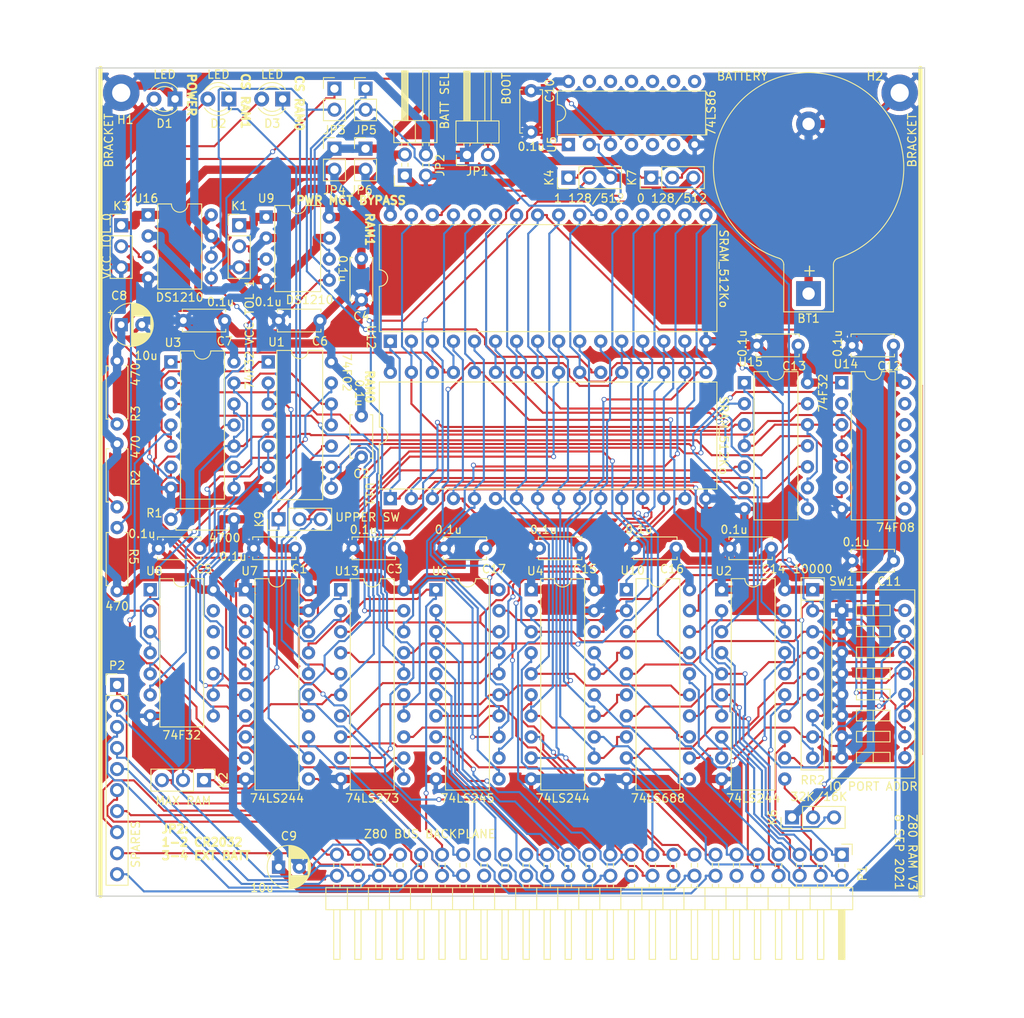
<source format=kicad_pcb>
(kicad_pcb (version 20171130) (host pcbnew "(5.1.10)-1")
  (layers (0 F.Cu signal) (31 B.Cu signal) (34 B.Paste user hide) (35 F.Paste user hide) (36 B.SilkS user) (37 F.SilkS user) (38 B.Mask user) (39 F.Mask user) (44 Edge.Cuts user))
  (net 0 "")
  (net 1 VCC)
  (net 2 GND)
  (net 3 /A7)
  (net 4 /A6)
  (net 5 /A5)
  (net 6 /D4)
  (net 7 /A4)
  (net 8 /D3)
  (net 9 /A3)
  (net 10 /D5)
  (net 11 /A2)
  (net 12 /D6)
  (net 13 /A1)
  (net 14 /A0)
  (net 15 /D2)
  (net 16 /D7)
  (net 17 /D0)
  (net 18 /D1)
  (net 19 //RESET)
  (net 20 //MREQ)
  (net 21 //WR)
  (net 22 //IORQ)
  (net 23 //RD)
  (net 24 "Net-(RR2-Pad3)")
  (net 25 "Net-(RR2-Pad4)")
  (net 26 "Net-(RR2-Pad5)")
  (net 27 "Net-(RR2-Pad6)")
  (net 28 "Net-(RR2-Pad7)")
  (net 29 "Net-(RR2-Pad8)")
  (net 30 "Net-(RR2-Pad9)")
  (net 31 "Net-(U10-Pad8)")
  (net 32 "Net-(U10-Pad17)")
  (net 33 "Net-(U10-Pad6)")
  (net 34 "Net-(U10-Pad15)")
  (net 35 "Net-(U10-Pad4)")
  (net 36 "Net-(U10-Pad13)")
  (net 37 "Net-(U10-Pad2)")
  (net 38 "Net-(U10-Pad11)")
  (net 39 /SPARE9)
  (net 40 /SPARE0)
  (net 41 /SPARE8)
  (net 42 /SPARE1)
  (net 43 /SPARE7)
  (net 44 /SPARE2)
  (net 45 /SPARE6)
  (net 46 /SPARE3)
  (net 47 /SPARE5)
  (net 48 /SPARE4)
  (net 49 /A10)
  (net 50 /A11)
  (net 51 /A9)
  (net 52 /A12)
  (net 53 /A8)
  (net 54 /A13)
  (net 55 /A14)
  (net 56 /A15)
  (net 57 "Net-(K4-Pad2)")
  (net 58 "Net-(K6-Pad2)")
  (net 59 "Net-(U11-Pad25)")
  (net 60 /bA15)
  (net 61 "Net-(U11-Pad23)")
  (net 62 "Net-(U11-Pad26)")
  (net 63 "Net-(U11-Pad28)")
  (net 64 "Net-(U11-Pad27)")
  (net 65 "Net-(U11-Pad4)")
  (net 66 //CS_MPCL)
  (net 67 //MPCL_WR)
  (net 68 /BOOT_OVERRIDE)
  (net 69 "Net-(U11-Pad21)")
  (net 70 "Net-(U11-Pad20)")
  (net 71 "Net-(U11-Pad19)")
  (net 72 "Net-(U11-Pad18)")
  (net 73 "Net-(U11-Pad17)")
  (net 74 "Net-(U11-Pad15)")
  (net 75 "Net-(U11-Pad14)")
  (net 76 "Net-(U11-Pad13)")
  (net 77 /b/WR)
  (net 78 /b/IORQ)
  (net 79 /b/RD)
  (net 80 /b/MREQ)
  (net 81 /b/RESET)
  (net 82 /VBAT1)
  (net 83 //BOOT_RAM)
  (net 84 /VBAT2)
  (net 85 //CS_RAM)
  (net 86 "Net-(JP3-Pad2)")
  (net 87 /A17_RAM)
  (net 88 /RAM_SIZE)
  (net 89 /A19_RAM)
  (net 90 /RAMA17)
  (net 91 /bA14)
  (net 92 "Net-(K7-Pad2)")
  (net 93 "Net-(K9-Pad2)")
  (net 94 /A15_RAM)
  (net 95 /BOOT)
  (net 96 /LOW_RAM_EN)
  (net 97 /RAMA18)
  (net 98 /RAMA16)
  (net 99 /RAMA15)
  (net 100 /A16_RAM)
  (net 101 /A18_RAM)
  (net 102 "Net-(U14-Pad3)")
  (net 103 //M1)
  (net 104 "Net-(RR2-Pad2)")
  (net 105 "Net-(U14-Pad6)")
  (net 106 /b/M1)
  (net 107 /CS_RAM1#)
  (net 108 /CS_RAM0#)
  (net 109 "Net-(U1-Pad1)")
  (net 110 "Net-(U1-Pad10)")
  (net 111 "Net-(U8-Pad3)")
  (net 112 "Net-(D1-Pad2)")
  (net 113 "Net-(U1-Pad13)")
  (net 114 /688SEL#)
  (net 115 "Net-(U1-Pad4)")
  (net 116 "Net-(U1-Pad11)")
  (net 117 "Net-(D2-Pad1)")
  (net 118 "Net-(D2-Pad2)")
  (net 119 "Net-(D3-Pad2)")
  (net 120 "Net-(D3-Pad1)")
  (net 121 /V2032)
  (net 122 /VCC_SRAM0)
  (net 123 "Net-(JP5-Pad2)")
  (net 124 /VCC_SRAM1)
  (net 125 "Net-(K1-Pad2)")
  (net 126 "Net-(K3-Pad2)")
  (module LED_THT:LED_D3.0mm (layer F.Cu) (at 67.5 51.75 180)
    (fp_text reference D3 (at 1.27 -2.96) (layer F.SilkS))
    (fp_text value LED (at 1.27 2.96) (layer F.SilkS))
    (pad 2 thru_hole circle (at 2.54 0 180) (size 1.8 1.8) (drill 0.9) (layers *.Cu *.Mask) (net 119 "Net-(D3-Pad2)"))
    (pad 1 thru_hole rect (at 0 0 180) (size 1.8 1.8) (drill 0.9) (layers *.Cu *.Mask) (net 120 "Net-(D3-Pad1)"))
  )
  (module LED_THT:LED_D3.0mm (layer F.Cu) (at 61 51.75 180)
    (fp_text reference D2 (at 1.27 -2.96) (layer F.SilkS))
    (fp_text value LED (at 1.27 2.96) (layer F.SilkS))
    (pad 2 thru_hole circle (at 2.54 0 180) (size 1.8 1.8) (drill 0.9) (layers *.Cu *.Mask) (net 118 "Net-(D2-Pad2)"))
    (pad 1 thru_hole rect (at 0 0 180) (size 1.8 1.8) (drill 0.9) (layers *.Cu *.Mask) (net 117 "Net-(D2-Pad1)"))
  )
  (module LED_THT:LED_D3.0mm (layer F.Cu) (at 54.5 51.75 180)
    (fp_text reference D1 (at 1.27 -2.96) (layer F.SilkS))
    (fp_text value LED (at 1.27 2.96) (layer F.SilkS))
    (pad 2 thru_hole circle (at 2.54 0 180) (size 1.8 1.8) (drill 0.9) (layers *.Cu *.Mask) (net 112 "Net-(D1-Pad2)"))
    (pad 1 thru_hole rect (at 0 0 180) (size 1.8 1.8) (drill 0.9) (layers *.Cu *.Mask) (net 2 GND))
  )
  (module Connector_PinHeader_2.54mm:PinHeader_1x10_P2.54mm_Vertical (layer F.Cu) (at 47.5 122.5)
    (fp_text reference P2 (at 0 -2.33) (layer F.SilkS))
    (fp_text value SPARES (at 2.25 19.25 90) (layer F.SilkS))
    (pad 10 thru_hole oval (at 0 22.86) (size 1.7 1.7) (drill 1) (layers *.Cu *.Mask) (net 39 /SPARE9))
    (pad 9 thru_hole oval (at 0 20.32) (size 1.7 1.7) (drill 1) (layers *.Cu *.Mask) (net 41 /SPARE8))
    (pad 8 thru_hole oval (at 0 17.78) (size 1.7 1.7) (drill 1) (layers *.Cu *.Mask) (net 43 /SPARE7))
    (pad 7 thru_hole oval (at 0 15.24) (size 1.7 1.7) (drill 1) (layers *.Cu *.Mask) (net 45 /SPARE6))
    (pad 6 thru_hole oval (at 0 12.7) (size 1.7 1.7) (drill 1) (layers *.Cu *.Mask) (net 47 /SPARE5))
    (pad 5 thru_hole oval (at 0 10.16) (size 1.7 1.7) (drill 1) (layers *.Cu *.Mask) (net 48 /SPARE4))
    (pad 4 thru_hole oval (at 0 7.62) (size 1.7 1.7) (drill 1) (layers *.Cu *.Mask) (net 46 /SPARE3))
    (pad 3 thru_hole oval (at 0 5.08) (size 1.7 1.7) (drill 1) (layers *.Cu *.Mask) (net 44 /SPARE2))
    (pad 2 thru_hole oval (at 0 2.54) (size 1.7 1.7) (drill 1) (layers *.Cu *.Mask) (net 42 /SPARE1))
    (pad 1 thru_hole rect (at 0 0) (size 1.7 1.7) (drill 1) (layers *.Cu *.Mask) (net 40 /SPARE0))
  )
  (module Connector_PinHeader_2.54mm:PinHeader_2x25_P2.54mm_Horizontal (layer F.Cu) (at 135 143 270)
    (fp_text reference P1 (at 2.25 -2.5 90) (layer F.SilkS))
    (fp_text value "Z80 BUS BACKPLANE" (at -2.5 49.75 180) (layer F.SilkS))
    (pad 50 thru_hole oval (at 2.54 60.96 270) (size 1.7 1.7) (drill 1) (layers *.Cu *.Mask) (net 48 /SPARE4))
    (pad 49 thru_hole oval (at 0 60.96 270) (size 1.7 1.7) (drill 1) (layers *.Cu *.Mask) (net 47 /SPARE5))
    (pad 48 thru_hole oval (at 2.54 58.42 270) (size 1.7 1.7) (drill 1) (layers *.Cu *.Mask) (net 46 /SPARE3))
    (pad 47 thru_hole oval (at 0 58.42 270) (size 1.7 1.7) (drill 1) (layers *.Cu *.Mask) (net 45 /SPARE6))
    (pad 46 thru_hole oval (at 2.54 55.88 270) (size 1.7 1.7) (drill 1) (layers *.Cu *.Mask) (net 44 /SPARE2))
    (pad 45 thru_hole oval (at 0 55.88 270) (size 1.7 1.7) (drill 1) (layers *.Cu *.Mask) (net 43 /SPARE7))
    (pad 44 thru_hole oval (at 2.54 53.34 270) (size 1.7 1.7) (drill 1) (layers *.Cu *.Mask) (net 42 /SPARE1))
    (pad 43 thru_hole oval (at 0 53.34 270) (size 1.7 1.7) (drill 1) (layers *.Cu *.Mask) (net 41 /SPARE8))
    (pad 42 thru_hole oval (at 2.54 50.8 270) (size 1.7 1.7) (drill 1) (layers *.Cu *.Mask) (net 40 /SPARE0))
    (pad 41 thru_hole oval (at 0 50.8 270) (size 1.7 1.7) (drill 1) (layers *.Cu *.Mask) (net 39 /SPARE9))
    (pad 40 thru_hole oval (at 2.54 48.26 270) (size 1.7 1.7) (drill 1) (layers *.Cu *.Mask) (net 22 //IORQ))
    (pad 39 thru_hole oval (at 0 48.26 270) (size 1.7 1.7) (drill 1) (layers *.Cu *.Mask) (net 23 //RD))
    (pad 38 thru_hole oval (at 2.54 45.72 270) (size 1.7 1.7) (drill 1) (layers *.Cu *.Mask) (net 20 //MREQ))
    (pad 37 thru_hole oval (at 0 45.72 270) (size 1.7 1.7) (drill 1) (layers *.Cu *.Mask) (net 21 //WR))
    (pad 36 thru_hole oval (at 2.54 43.18 270) (size 1.7 1.7) (drill 1) (layers *.Cu *.Mask))
    (pad 35 thru_hole oval (at 0 43.18 270) (size 1.7 1.7) (drill 1) (layers *.Cu *.Mask))
    (pad 34 thru_hole oval (at 2.54 40.64 270) (size 1.7 1.7) (drill 1) (layers *.Cu *.Mask))
    (pad 33 thru_hole oval (at 0 40.64 270) (size 1.7 1.7) (drill 1) (layers *.Cu *.Mask))
    (pad 32 thru_hole oval (at 2.54 38.1 270) (size 1.7 1.7) (drill 1) (layers *.Cu *.Mask))
    (pad 31 thru_hole oval (at 0 38.1 270) (size 1.7 1.7) (drill 1) (layers *.Cu *.Mask))
    (pad 30 thru_hole oval (at 2.54 35.56 270) (size 1.7 1.7) (drill 1) (layers *.Cu *.Mask) (net 18 /D1))
    (pad 29 thru_hole oval (at 0 35.56 270) (size 1.7 1.7) (drill 1) (layers *.Cu *.Mask) (net 19 //RESET))
    (pad 28 thru_hole oval (at 2.54 33.02 270) (size 1.7 1.7) (drill 1) (layers *.Cu *.Mask) (net 17 /D0))
    (pad 27 thru_hole oval (at 0 33.02 270) (size 1.7 1.7) (drill 1) (layers *.Cu *.Mask) (net 103 //M1))
    (pad 26 thru_hole oval (at 2.54 30.48 270) (size 1.7 1.7) (drill 1) (layers *.Cu *.Mask) (net 16 /D7))
    (pad 25 thru_hole oval (at 0 30.48 270) (size 1.7 1.7) (drill 1) (layers *.Cu *.Mask))
    (pad 24 thru_hole oval (at 2.54 27.94 270) (size 1.7 1.7) (drill 1) (layers *.Cu *.Mask) (net 15 /D2))
    (pad 23 thru_hole oval (at 0 27.94 270) (size 1.7 1.7) (drill 1) (layers *.Cu *.Mask) (net 2 GND))
    (pad 22 thru_hole oval (at 2.54 25.4 270) (size 1.7 1.7) (drill 1) (layers *.Cu *.Mask) (net 1 VCC))
    (pad 21 thru_hole oval (at 0 25.4 270) (size 1.7 1.7) (drill 1) (layers *.Cu *.Mask) (net 14 /A0))
    (pad 20 thru_hole oval (at 2.54 22.86 270) (size 1.7 1.7) (drill 1) (layers *.Cu *.Mask) (net 12 /D6))
    (pad 19 thru_hole oval (at 0 22.86 270) (size 1.7 1.7) (drill 1) (layers *.Cu *.Mask) (net 13 /A1))
    (pad 18 thru_hole oval (at 2.54 20.32 270) (size 1.7 1.7) (drill 1) (layers *.Cu *.Mask) (net 10 /D5))
    (pad 17 thru_hole oval (at 0 20.32 270) (size 1.7 1.7) (drill 1) (layers *.Cu *.Mask) (net 11 /A2))
    (pad 16 thru_hole oval (at 2.54 17.78 270) (size 1.7 1.7) (drill 1) (layers *.Cu *.Mask) (net 8 /D3))
    (pad 15 thru_hole oval (at 0 17.78 270) (size 1.7 1.7) (drill 1) (layers *.Cu *.Mask) (net 9 /A3))
    (pad 14 thru_hole oval (at 2.54 15.24 270) (size 1.7 1.7) (drill 1) (layers *.Cu *.Mask) (net 6 /D4))
    (pad 13 thru_hole oval (at 0 15.24 270) (size 1.7 1.7) (drill 1) (layers *.Cu *.Mask) (net 7 /A4))
    (pad 12 thru_hole oval (at 2.54 12.7 270) (size 1.7 1.7) (drill 1) (layers *.Cu *.Mask))
    (pad 11 thru_hole oval (at 0 12.7 270) (size 1.7 1.7) (drill 1) (layers *.Cu *.Mask) (net 5 /A5))
    (pad 10 thru_hole oval (at 2.54 10.16 270) (size 1.7 1.7) (drill 1) (layers *.Cu *.Mask) (net 56 /A15))
    (pad 9 thru_hole oval (at 0 10.16 270) (size 1.7 1.7) (drill 1) (layers *.Cu *.Mask) (net 4 /A6))
    (pad 8 thru_hole oval (at 2.54 7.62 270) (size 1.7 1.7) (drill 1) (layers *.Cu *.Mask) (net 55 /A14))
    (pad 7 thru_hole oval (at 0 7.62 270) (size 1.7 1.7) (drill 1) (layers *.Cu *.Mask) (net 3 /A7))
    (pad 6 thru_hole oval (at 2.54 5.08 270) (size 1.7 1.7) (drill 1) (layers *.Cu *.Mask) (net 54 /A13))
    (pad 5 thru_hole oval (at 0 5.08 270) (size 1.7 1.7) (drill 1) (layers *.Cu *.Mask) (net 53 /A8))
    (pad 4 thru_hole oval (at 2.54 2.54 270) (size 1.7 1.7) (drill 1) (layers *.Cu *.Mask) (net 52 /A12))
    (pad 3 thru_hole oval (at 0 2.54 270) (size 1.7 1.7) (drill 1) (layers *.Cu *.Mask) (net 51 /A9))
    (pad 2 thru_hole oval (at 2.54 0 270) (size 1.7 1.7) (drill 1) (layers *.Cu *.Mask) (net 50 /A11))
    (pad 1 thru_hole rect (at 0 0 270) (size 1.7 1.7) (drill 1) (layers *.Cu *.Mask) (net 49 /A10))
  )
  (module Connector_PinHeader_2.54mm:PinHeader_1x03_P2.54mm_Vertical (layer F.Cu) (at 67 102.5 90)
    (fp_text reference K9 (at 0 -2.33 90) (layer F.SilkS))
    (fp_text value "UPPER SW" (at 0.25 10.75 180) (layer F.SilkS))
    (pad 3 thru_hole oval (at 0 5.08 90) (size 1.7 1.7) (drill 1) (layers *.Cu *.Mask) (net 94 /A15_RAM))
    (pad 2 thru_hole oval (at 0 2.54 90) (size 1.7 1.7) (drill 1) (layers *.Cu *.Mask) (net 93 "Net-(K9-Pad2)"))
    (pad 1 thru_hole rect (at 0 0 90) (size 1.7 1.7) (drill 1) (layers *.Cu *.Mask) (net 60 /bA15))
  )
  (module Connector_PinHeader_2.54mm:PinHeader_1x03_P2.54mm_Vertical (layer F.Cu) (at 112 61.25 90)
    (fp_text reference K7 (at 0 -2.33 90) (layer F.SilkS))
    (fp_text value "0 128/512" (at -2.5 2.5 180) (layer F.SilkS))
    (pad 3 thru_hole oval (at 0 5.08 90) (size 1.7 1.7) (drill 1) (layers *.Cu *.Mask) (net 1 VCC))
    (pad 2 thru_hole oval (at 0 2.54 90) (size 1.7 1.7) (drill 1) (layers *.Cu *.Mask) (net 92 "Net-(K7-Pad2)"))
    (pad 1 thru_hole rect (at 0 0 90) (size 1.7 1.7) (drill 1) (layers *.Cu *.Mask) (net 90 /RAMA17))
  )
  (module Connector_PinHeader_2.54mm:PinHeader_1x03_P2.54mm_Vertical (layer F.Cu) (at 129 138.5 90)
    (fp_text reference K6 (at 0 -2.33 90) (layer F.SilkS))
    (fp_text value 32K/16K (at 2.5 3.25 180) (layer F.SilkS))
    (pad 3 thru_hole oval (at 0 5.08 90) (size 1.7 1.7) (drill 1) (layers *.Cu *.Mask) (net 91 /bA14))
    (pad 2 thru_hole oval (at 0 2.54 90) (size 1.7 1.7) (drill 1) (layers *.Cu *.Mask) (net 58 "Net-(K6-Pad2)"))
    (pad 1 thru_hole rect (at 0 0 90) (size 1.7 1.7) (drill 1) (layers *.Cu *.Mask) (net 1 VCC))
  )
  (module Connector_PinHeader_2.54mm:PinHeader_1x03_P2.54mm_Vertical (layer F.Cu) (at 102 61.25 90)
    (fp_text reference K4 (at 0 -2.33 90) (layer F.SilkS))
    (fp_text value "1 128/512" (at -2.5 2.5 180) (layer F.SilkS))
    (pad 3 thru_hole oval (at 0 5.08 90) (size 1.7 1.7) (drill 1) (layers *.Cu *.Mask) (net 1 VCC))
    (pad 2 thru_hole oval (at 0 2.54 90) (size 1.7 1.7) (drill 1) (layers *.Cu *.Mask) (net 57 "Net-(K4-Pad2)"))
    (pad 1 thru_hole rect (at 0 0 90) (size 1.7 1.7) (drill 1) (layers *.Cu *.Mask) (net 90 /RAMA17))
  )
  (module Connector_PinHeader_2.54mm:PinHeader_1x03_P2.54mm_Vertical (layer F.Cu) (at 48 67)
    (fp_text reference K3 (at 0 -2.33) (layer F.SilkS))
    (fp_text value "VCC TOL 0" (at -1.75 2.5 90) (layer F.SilkS))
    (pad 3 thru_hole oval (at 0 5.08) (size 1.7 1.7) (drill 1) (layers *.Cu *.Mask) (net 2 GND))
    (pad 2 thru_hole oval (at 0 2.54) (size 1.7 1.7) (drill 1) (layers *.Cu *.Mask) (net 126 "Net-(K3-Pad2)"))
    (pad 1 thru_hole rect (at 0 0) (size 1.7 1.7) (drill 1) (layers *.Cu *.Mask) (net 122 /VCC_SRAM0))
  )
  (module Connector_PinHeader_2.54mm:PinHeader_1x03_P2.54mm_Vertical (layer F.Cu) (at 58 134 270)
    (fp_text reference K2 (at 0 -2.33 90) (layer F.SilkS))
    (fp_text value "MAX RAM" (at 2.5 2.5 180) (layer F.SilkS))
    (pad 3 thru_hole oval (at 0 5.08 270) (size 1.7 1.7) (drill 1) (layers *.Cu *.Mask) (net 89 /A19_RAM))
    (pad 2 thru_hole oval (at 0 2.54 270) (size 1.7 1.7) (drill 1) (layers *.Cu *.Mask) (net 88 /RAM_SIZE))
    (pad 1 thru_hole rect (at 0 0 270) (size 1.7 1.7) (drill 1) (layers *.Cu *.Mask) (net 87 /A17_RAM))
  )
  (module Connector_PinHeader_2.54mm:PinHeader_1x03_P2.54mm_Vertical (layer F.Cu) (at 62.25 67)
    (fp_text reference K1 (at 0 -2.33) (layer F.SilkS))
    (fp_text value "VCC TOL 1" (at 1.25 10.5 90) (layer F.SilkS))
    (pad 3 thru_hole oval (at 0 5.08) (size 1.7 1.7) (drill 1) (layers *.Cu *.Mask) (net 2 GND))
    (pad 2 thru_hole oval (at 0 2.54) (size 1.7 1.7) (drill 1) (layers *.Cu *.Mask) (net 125 "Net-(K1-Pad2)"))
    (pad 1 thru_hole rect (at 0 0) (size 1.7 1.7) (drill 1) (layers *.Cu *.Mask) (net 124 /VCC_SRAM1))
  )
  (module Connector_PinHeader_2.54mm:PinHeader_2x02_P2.54mm_Horizontal (layer F.Cu) (at 82.25 61 90)
    (fp_text reference JP2 (at 1.25 4.25 270) (layer F.SilkS))
    (fp_text value "BATT SEL" (at 9 4.81 270) (layer F.SilkS))
    (pad 1 thru_hole rect (at 0 0 90) (size 1.7 1.7) (drill 1) (layers *.Cu *.Mask) (net 121 /V2032))
    (pad 2 thru_hole oval (at 2.54 0 90) (size 1.7 1.7) (drill 1) (layers *.Cu *.Mask) (net 82 /VBAT1))
    (pad 3 thru_hole oval (at 0 2.54 90) (size 1.7 1.7) (drill 1) (layers *.Cu *.Mask) (net 2 GND))
    (pad 4 thru_hole oval (at 2.54 2.54 90) (size 1.7 1.7) (drill 1) (layers *.Cu *.Mask) (net 84 /VBAT2))
  )
  (module Resistors_THT:R_Axial_DIN0207_L6.3mm_D2.5mm_P7.62mm_Horizontal (layer F.Cu) (at 47.5 103.5 270)
    (fp_text reference R5 (at 3.5 -2 270 unlocked) (layer F.SilkS))
    (fp_text value 470 (at 9.5 0 180) (layer F.SilkS))
    (pad 1 thru_hole circle (at 0 0 270) (size 1.6 1.6) (drill 0.8) (layers *.Cu *.Mask) (net 112 "Net-(D1-Pad2)"))
    (pad 2 thru_hole oval (at 7.62 0 270) (size 1.6 1.6) (drill 0.8) (layers *.Cu *.Mask) (net 1 VCC))
  )
  (module Buttons_Switches_THT:SW_DIP_x8_W7.62mm_Slide (layer F.Cu) (at 135 113.5)
    (fp_text reference SW1 (at 0 -3.5) (layer F.SilkS))
    (fp_text value "IO PORT ADDR" (at 3.81 21.26) (layer F.SilkS))
    (pad 1 thru_hole rect (at 0 0) (size 1.6 1.6) (drill 0.8) (layers *.Cu *.Mask) (net 2 GND))
    (pad 9 thru_hole oval (at 7.62 17.78) (size 1.6 1.6) (drill 0.8) (layers *.Cu *.Mask) (net 104 "Net-(RR2-Pad2)"))
    (pad 2 thru_hole oval (at 0 2.54) (size 1.6 1.6) (drill 0.8) (layers *.Cu *.Mask) (net 2 GND))
    (pad 10 thru_hole oval (at 7.62 15.24) (size 1.6 1.6) (drill 0.8) (layers *.Cu *.Mask) (net 24 "Net-(RR2-Pad3)"))
    (pad 3 thru_hole oval (at 0 5.08) (size 1.6 1.6) (drill 0.8) (layers *.Cu *.Mask) (net 2 GND))
    (pad 11 thru_hole oval (at 7.62 12.7) (size 1.6 1.6) (drill 0.8) (layers *.Cu *.Mask) (net 25 "Net-(RR2-Pad4)"))
    (pad 4 thru_hole oval (at 0 7.62) (size 1.6 1.6) (drill 0.8) (layers *.Cu *.Mask) (net 2 GND))
    (pad 12 thru_hole oval (at 7.62 10.16) (size 1.6 1.6) (drill 0.8) (layers *.Cu *.Mask) (net 26 "Net-(RR2-Pad5)"))
    (pad 5 thru_hole oval (at 0 10.16) (size 1.6 1.6) (drill 0.8) (layers *.Cu *.Mask) (net 2 GND))
    (pad 13 thru_hole oval (at 7.62 7.62) (size 1.6 1.6) (drill 0.8) (layers *.Cu *.Mask) (net 27 "Net-(RR2-Pad6)"))
    (pad 6 thru_hole oval (at 0 12.7) (size 1.6 1.6) (drill 0.8) (layers *.Cu *.Mask) (net 2 GND))
    (pad 14 thru_hole oval (at 7.62 5.08) (size 1.6 1.6) (drill 0.8) (layers *.Cu *.Mask) (net 28 "Net-(RR2-Pad7)"))
    (pad 7 thru_hole oval (at 0 15.24) (size 1.6 1.6) (drill 0.8) (layers *.Cu *.Mask) (net 2 GND))
    (pad 15 thru_hole oval (at 7.62 2.54) (size 1.6 1.6) (drill 0.8) (layers *.Cu *.Mask) (net 29 "Net-(RR2-Pad8)"))
    (pad 8 thru_hole oval (at 0 17.78) (size 1.6 1.6) (drill 0.8) (layers *.Cu *.Mask) (net 2 GND))
    (pad 16 thru_hole oval (at 7.62 0) (size 1.6 1.6) (drill 0.8) (layers *.Cu *.Mask) (net 30 "Net-(RR2-Pad9)"))
  )
  (module Resistors_THT:R_Axial_DIN0207_L6.3mm_D2.5mm_P7.62mm_Horizontal (layer F.Cu) (at 54 102.5)
    (fp_text reference R1 (at -2 -0.75 unlocked) (layer F.SilkS))
    (fp_text value 4700 (at 6.5 2.25 unlocked) (layer F.SilkS))
    (pad 1 thru_hole circle (at 0 0) (size 1.6 1.6) (drill 0.8) (layers *.Cu *.Mask) (net 83 //BOOT_RAM))
    (pad 2 thru_hole oval (at 7.62 0) (size 1.6 1.6) (drill 0.8) (layers *.Cu *.Mask) (net 1 VCC))
  )
  (module Resistors_THT:R_Array_SIP9 (layer F.Cu) (at 131.5 111 270)
    (fp_text reference RR2 (at 23 0) (layer F.SilkS))
    (fp_text value 10000 (at -2.5 0) (layer F.SilkS))
    (pad 1 thru_hole rect (at 0 0 270) (size 1.6 1.6) (drill 0.8) (layers *.Cu *.Mask) (net 1 VCC))
    (pad 2 thru_hole oval (at 2.54 0 270) (size 1.6 1.6) (drill 0.8) (layers *.Cu *.Mask) (net 104 "Net-(RR2-Pad2)"))
    (pad 3 thru_hole oval (at 5.08 0 270) (size 1.6 1.6) (drill 0.8) (layers *.Cu *.Mask) (net 24 "Net-(RR2-Pad3)"))
    (pad 4 thru_hole oval (at 7.62 0 270) (size 1.6 1.6) (drill 0.8) (layers *.Cu *.Mask) (net 25 "Net-(RR2-Pad4)"))
    (pad 5 thru_hole oval (at 10.16 0 270) (size 1.6 1.6) (drill 0.8) (layers *.Cu *.Mask) (net 26 "Net-(RR2-Pad5)"))
    (pad 6 thru_hole oval (at 12.7 0 270) (size 1.6 1.6) (drill 0.8) (layers *.Cu *.Mask) (net 27 "Net-(RR2-Pad6)"))
    (pad 7 thru_hole oval (at 15.24 0 270) (size 1.6 1.6) (drill 0.8) (layers *.Cu *.Mask) (net 28 "Net-(RR2-Pad7)"))
    (pad 8 thru_hole oval (at 17.78 0 270) (size 1.6 1.6) (drill 0.8) (layers *.Cu *.Mask) (net 29 "Net-(RR2-Pad8)"))
    (pad 9 thru_hole oval (at 20.32 0 270) (size 1.6 1.6) (drill 0.8) (layers *.Cu *.Mask) (net 30 "Net-(RR2-Pad9)"))
  )
  (module Housings_DIP:DIP-20_W7.62mm (layer F.Cu) (at 120.5 111)
    (fp_text reference U2 (at 0.25 -2.25) (layer F.SilkS))
    (fp_text value 74LS244 (at 3.81 25.19) (layer F.SilkS))
    (pad 1 thru_hole rect (at 0 0) (size 1.6 1.6) (drill 0.8) (layers *.Cu *.Mask) (net 2 GND))
    (pad 11 thru_hole oval (at 7.62 22.86) (size 1.6 1.6) (drill 0.8) (layers *.Cu *.Mask) (net 52 /A12))
    (pad 2 thru_hole oval (at 0 2.54) (size 1.6 1.6) (drill 0.8) (layers *.Cu *.Mask) (net 53 /A8))
    (pad 12 thru_hole oval (at 7.62 20.32) (size 1.6 1.6) (drill 0.8) (layers *.Cu *.Mask) (net 59 "Net-(U11-Pad25)"))
    (pad 3 thru_hole oval (at 0 5.08) (size 1.6 1.6) (drill 0.8) (layers *.Cu *.Mask) (net 60 /bA15))
    (pad 13 thru_hole oval (at 7.62 17.78) (size 1.6 1.6) (drill 0.8) (layers *.Cu *.Mask) (net 54 /A13))
    (pad 4 thru_hole oval (at 0 7.62) (size 1.6 1.6) (drill 0.8) (layers *.Cu *.Mask) (net 51 /A9))
    (pad 14 thru_hole oval (at 7.62 15.24) (size 1.6 1.6) (drill 0.8) (layers *.Cu *.Mask) (net 61 "Net-(U11-Pad23)"))
    (pad 5 thru_hole oval (at 0 10.16) (size 1.6 1.6) (drill 0.8) (layers *.Cu *.Mask) (net 91 /bA14))
    (pad 15 thru_hole oval (at 7.62 12.7) (size 1.6 1.6) (drill 0.8) (layers *.Cu *.Mask) (net 55 /A14))
    (pad 6 thru_hole oval (at 0 12.7) (size 1.6 1.6) (drill 0.8) (layers *.Cu *.Mask) (net 49 /A10))
    (pad 16 thru_hole oval (at 7.62 10.16) (size 1.6 1.6) (drill 0.8) (layers *.Cu *.Mask) (net 62 "Net-(U11-Pad26)"))
    (pad 7 thru_hole oval (at 0 15.24) (size 1.6 1.6) (drill 0.8) (layers *.Cu *.Mask) (net 63 "Net-(U11-Pad28)"))
    (pad 17 thru_hole oval (at 7.62 7.62) (size 1.6 1.6) (drill 0.8) (layers *.Cu *.Mask) (net 56 /A15))
    (pad 8 thru_hole oval (at 0 17.78) (size 1.6 1.6) (drill 0.8) (layers *.Cu *.Mask) (net 50 /A11))
    (pad 18 thru_hole oval (at 7.62 5.08) (size 1.6 1.6) (drill 0.8) (layers *.Cu *.Mask) (net 64 "Net-(U11-Pad27)"))
    (pad 9 thru_hole oval (at 0 20.32) (size 1.6 1.6) (drill 0.8) (layers *.Cu *.Mask) (net 65 "Net-(U11-Pad4)"))
    (pad 19 thru_hole oval (at 7.62 2.54) (size 1.6 1.6) (drill 0.8) (layers *.Cu *.Mask) (net 2 GND))
    (pad 10 thru_hole oval (at 0 22.86) (size 1.6 1.6) (drill 0.8) (layers *.Cu *.Mask) (net 2 GND))
    (pad 20 thru_hole oval (at 7.62 0) (size 1.6 1.6) (drill 0.8) (layers *.Cu *.Mask) (net 1 VCC))
  )
  (module Housings_DIP:DIP-14_W7.62mm (layer F.Cu) (at 54 83.5)
    (fp_text reference U3 (at 0.25 -2.33) (layer F.SilkS))
    (fp_text value 74F32 (at 9.5 1 -90) (layer F.SilkS))
    (pad 14 thru_hole oval (at 7.62 0) (size 1.6 1.6) (drill 0.8) (layers *.Cu *.Mask) (net 1 VCC))
    (pad 7 thru_hole oval (at 0 15.24) (size 1.6 1.6) (drill 0.8) (layers *.Cu *.Mask) (net 2 GND))
    (pad 13 thru_hole oval (at 7.62 2.54) (size 1.6 1.6) (drill 0.8) (layers *.Cu *.Mask) (net 116 "Net-(U1-Pad11)"))
    (pad 6 thru_hole oval (at 0 12.7) (size 1.6 1.6) (drill 0.8) (layers *.Cu *.Mask) (net 114 /688SEL#))
    (pad 12 thru_hole oval (at 7.62 5.08) (size 1.6 1.6) (drill 0.8) (layers *.Cu *.Mask) (net 85 //CS_RAM))
    (pad 5 thru_hole oval (at 0 10.16) (size 1.6 1.6) (drill 0.8) (layers *.Cu *.Mask) (net 109 "Net-(U1-Pad1)"))
    (pad 11 thru_hole oval (at 7.62 7.62) (size 1.6 1.6) (drill 0.8) (layers *.Cu *.Mask) (net 107 /CS_RAM1#))
    (pad 4 thru_hole oval (at 0 7.62) (size 1.6 1.6) (drill 0.8) (layers *.Cu *.Mask) (net 78 /b/IORQ))
    (pad 10 thru_hole oval (at 7.62 10.16) (size 1.6 1.6) (drill 0.8) (layers *.Cu *.Mask) (net 85 //CS_RAM))
    (pad 3 thru_hole oval (at 0 5.08) (size 1.6 1.6) (drill 0.8) (layers *.Cu *.Mask) (net 67 //MPCL_WR))
    (pad 9 thru_hole oval (at 7.62 12.7) (size 1.6 1.6) (drill 0.8) (layers *.Cu *.Mask) (net 113 "Net-(U1-Pad13)"))
    (pad 2 thru_hole oval (at 0 2.54) (size 1.6 1.6) (drill 0.8) (layers *.Cu *.Mask) (net 66 //CS_MPCL))
    (pad 8 thru_hole oval (at 7.62 15.24) (size 1.6 1.6) (drill 0.8) (layers *.Cu *.Mask) (net 108 /CS_RAM0#))
    (pad 1 thru_hole rect (at 0 0) (size 1.6 1.6) (drill 0.8) (layers *.Cu *.Mask) (net 77 /b/WR))
  )
  (module Housings_DIP:DIP-20_W7.62mm (layer F.Cu) (at 97.5 111)
    (fp_text reference U4 (at 0.5 -2.25) (layer F.SilkS))
    (fp_text value 74LS244 (at 3.81 25.19) (layer F.SilkS))
    (pad 1 thru_hole rect (at 0 0) (size 1.6 1.6) (drill 0.8) (layers *.Cu *.Mask) (net 2 GND))
    (pad 11 thru_hole oval (at 7.62 22.86) (size 1.6 1.6) (drill 0.8) (layers *.Cu *.Mask) (net 7 /A4))
    (pad 2 thru_hole oval (at 0 2.54) (size 1.6 1.6) (drill 0.8) (layers *.Cu *.Mask) (net 14 /A0))
    (pad 12 thru_hole oval (at 7.62 20.32) (size 1.6 1.6) (drill 0.8) (layers *.Cu *.Mask) (net 31 "Net-(U10-Pad8)"))
    (pad 3 thru_hole oval (at 0 5.08) (size 1.6 1.6) (drill 0.8) (layers *.Cu *.Mask) (net 32 "Net-(U10-Pad17)"))
    (pad 13 thru_hole oval (at 7.62 17.78) (size 1.6 1.6) (drill 0.8) (layers *.Cu *.Mask) (net 5 /A5))
    (pad 4 thru_hole oval (at 0 7.62) (size 1.6 1.6) (drill 0.8) (layers *.Cu *.Mask) (net 13 /A1))
    (pad 14 thru_hole oval (at 7.62 15.24) (size 1.6 1.6) (drill 0.8) (layers *.Cu *.Mask) (net 33 "Net-(U10-Pad6)"))
    (pad 5 thru_hole oval (at 0 10.16) (size 1.6 1.6) (drill 0.8) (layers *.Cu *.Mask) (net 34 "Net-(U10-Pad15)"))
    (pad 15 thru_hole oval (at 7.62 12.7) (size 1.6 1.6) (drill 0.8) (layers *.Cu *.Mask) (net 4 /A6))
    (pad 6 thru_hole oval (at 0 12.7) (size 1.6 1.6) (drill 0.8) (layers *.Cu *.Mask) (net 11 /A2))
    (pad 16 thru_hole oval (at 7.62 10.16) (size 1.6 1.6) (drill 0.8) (layers *.Cu *.Mask) (net 35 "Net-(U10-Pad4)"))
    (pad 7 thru_hole oval (at 0 15.24) (size 1.6 1.6) (drill 0.8) (layers *.Cu *.Mask) (net 36 "Net-(U10-Pad13)"))
    (pad 17 thru_hole oval (at 7.62 7.62) (size 1.6 1.6) (drill 0.8) (layers *.Cu *.Mask) (net 3 /A7))
    (pad 8 thru_hole oval (at 0 17.78) (size 1.6 1.6) (drill 0.8) (layers *.Cu *.Mask) (net 9 /A3))
    (pad 18 thru_hole oval (at 7.62 5.08) (size 1.6 1.6) (drill 0.8) (layers *.Cu *.Mask) (net 37 "Net-(U10-Pad2)"))
    (pad 9 thru_hole oval (at 0 20.32) (size 1.6 1.6) (drill 0.8) (layers *.Cu *.Mask) (net 38 "Net-(U10-Pad11)"))
    (pad 19 thru_hole oval (at 7.62 2.54) (size 1.6 1.6) (drill 0.8) (layers *.Cu *.Mask) (net 2 GND))
    (pad 10 thru_hole oval (at 0 22.86) (size 1.6 1.6) (drill 0.8) (layers *.Cu *.Mask) (net 2 GND))
    (pad 20 thru_hole oval (at 7.62 0) (size 1.6 1.6) (drill 0.8) (layers *.Cu *.Mask) (net 1 VCC))
  )
  (module Housings_DIP:DIP-14_W7.62mm (layer F.Cu) (at 102 57.25 90)
    (fp_text reference U5 (at 0 -2 90) (layer F.SilkS))
    (fp_text value 74LS86 (at 3.81 17.25 90) (layer F.SilkS))
    (pad 14 thru_hole oval (at 7.62 0 90) (size 1.6 1.6) (drill 0.8) (layers *.Cu *.Mask) (net 1 VCC))
    (pad 7 thru_hole oval (at 0 15.24 90) (size 1.6 1.6) (drill 0.8) (layers *.Cu *.Mask) (net 2 GND))
    (pad 13 thru_hole oval (at 7.62 2.54 90) (size 1.6 1.6) (drill 0.8) (layers *.Cu *.Mask))
    (pad 6 thru_hole oval (at 0 12.7 90) (size 1.6 1.6) (drill 0.8) (layers *.Cu *.Mask))
    (pad 12 thru_hole oval (at 7.62 5.08 90) (size 1.6 1.6) (drill 0.8) (layers *.Cu *.Mask))
    (pad 5 thru_hole oval (at 0 10.16 90) (size 1.6 1.6) (drill 0.8) (layers *.Cu *.Mask))
    (pad 11 thru_hole oval (at 7.62 7.62 90) (size 1.6 1.6) (drill 0.8) (layers *.Cu *.Mask))
    (pad 4 thru_hole oval (at 0 7.62 90) (size 1.6 1.6) (drill 0.8) (layers *.Cu *.Mask))
    (pad 10 thru_hole oval (at 7.62 10.16 90) (size 1.6 1.6) (drill 0.8) (layers *.Cu *.Mask))
    (pad 3 thru_hole oval (at 0 5.08 90) (size 1.6 1.6) (drill 0.8) (layers *.Cu *.Mask) (net 95 /BOOT))
    (pad 9 thru_hole oval (at 7.62 12.7 90) (size 1.6 1.6) (drill 0.8) (layers *.Cu *.Mask))
    (pad 2 thru_hole oval (at 0 2.54 90) (size 1.6 1.6) (drill 0.8) (layers *.Cu *.Mask) (net 68 /BOOT_OVERRIDE))
    (pad 8 thru_hole oval (at 7.62 15.24 90) (size 1.6 1.6) (drill 0.8) (layers *.Cu *.Mask))
    (pad 1 thru_hole rect (at 0 0 90) (size 1.6 1.6) (drill 0.8) (layers *.Cu *.Mask) (net 83 //BOOT_RAM))
  )
  (module Housings_DIP:DIP-20_W7.62mm (layer F.Cu) (at 86 111)
    (fp_text reference U6 (at 0.5 -2.25) (layer F.SilkS))
    (fp_text value 74LS245 (at 3.81 25.19) (layer F.SilkS))
    (pad 20 thru_hole oval (at 7.62 0) (size 1.6 1.6) (drill 0.8) (layers *.Cu *.Mask) (net 1 VCC))
    (pad 10 thru_hole oval (at 0 22.86) (size 1.6 1.6) (drill 0.8) (layers *.Cu *.Mask) (net 2 GND))
    (pad 19 thru_hole oval (at 7.62 2.54) (size 1.6 1.6) (drill 0.8) (layers *.Cu *.Mask) (net 105 "Net-(U14-Pad6)"))
    (pad 9 thru_hole oval (at 0 20.32) (size 1.6 1.6) (drill 0.8) (layers *.Cu *.Mask) (net 16 /D7))
    (pad 18 thru_hole oval (at 7.62 5.08) (size 1.6 1.6) (drill 0.8) (layers *.Cu *.Mask) (net 76 "Net-(U11-Pad13)"))
    (pad 8 thru_hole oval (at 0 17.78) (size 1.6 1.6) (drill 0.8) (layers *.Cu *.Mask) (net 12 /D6))
    (pad 17 thru_hole oval (at 7.62 7.62) (size 1.6 1.6) (drill 0.8) (layers *.Cu *.Mask) (net 75 "Net-(U11-Pad14)"))
    (pad 7 thru_hole oval (at 0 15.24) (size 1.6 1.6) (drill 0.8) (layers *.Cu *.Mask) (net 10 /D5))
    (pad 16 thru_hole oval (at 7.62 10.16) (size 1.6 1.6) (drill 0.8) (layers *.Cu *.Mask) (net 74 "Net-(U11-Pad15)"))
    (pad 6 thru_hole oval (at 0 12.7) (size 1.6 1.6) (drill 0.8) (layers *.Cu *.Mask) (net 6 /D4))
    (pad 15 thru_hole oval (at 7.62 12.7) (size 1.6 1.6) (drill 0.8) (layers *.Cu *.Mask) (net 73 "Net-(U11-Pad17)"))
    (pad 5 thru_hole oval (at 0 10.16) (size 1.6 1.6) (drill 0.8) (layers *.Cu *.Mask) (net 8 /D3))
    (pad 14 thru_hole oval (at 7.62 15.24) (size 1.6 1.6) (drill 0.8) (layers *.Cu *.Mask) (net 72 "Net-(U11-Pad18)"))
    (pad 4 thru_hole oval (at 0 7.62) (size 1.6 1.6) (drill 0.8) (layers *.Cu *.Mask) (net 15 /D2))
    (pad 13 thru_hole oval (at 7.62 17.78) (size 1.6 1.6) (drill 0.8) (layers *.Cu *.Mask) (net 71 "Net-(U11-Pad19)"))
    (pad 3 thru_hole oval (at 0 5.08) (size 1.6 1.6) (drill 0.8) (layers *.Cu *.Mask) (net 18 /D1))
    (pad 12 thru_hole oval (at 7.62 20.32) (size 1.6 1.6) (drill 0.8) (layers *.Cu *.Mask) (net 70 "Net-(U11-Pad20)"))
    (pad 2 thru_hole oval (at 0 2.54) (size 1.6 1.6) (drill 0.8) (layers *.Cu *.Mask) (net 17 /D0))
    (pad 11 thru_hole oval (at 7.62 22.86) (size 1.6 1.6) (drill 0.8) (layers *.Cu *.Mask) (net 69 "Net-(U11-Pad21)"))
    (pad 1 thru_hole rect (at 0 0) (size 1.6 1.6) (drill 0.8) (layers *.Cu *.Mask) (net 23 //RD))
  )
  (module Housings_DIP:DIP-20_W7.62mm (layer F.Cu) (at 63 111)
    (fp_text reference U7 (at 0.5 -2.25) (layer F.SilkS))
    (fp_text value 74LS244 (at 3.81 25.19) (layer F.SilkS))
    (pad 20 thru_hole oval (at 7.62 0) (size 1.6 1.6) (drill 0.8) (layers *.Cu *.Mask) (net 1 VCC))
    (pad 10 thru_hole oval (at 0 22.86) (size 1.6 1.6) (drill 0.8) (layers *.Cu *.Mask) (net 2 GND))
    (pad 19 thru_hole oval (at 7.62 2.54) (size 1.6 1.6) (drill 0.8) (layers *.Cu *.Mask) (net 2 GND))
    (pad 9 thru_hole oval (at 0 20.32) (size 1.6 1.6) (drill 0.8) (layers *.Cu *.Mask) (net 78 /b/IORQ))
    (pad 18 thru_hole oval (at 7.62 5.08) (size 1.6 1.6) (drill 0.8) (layers *.Cu *.Mask) (net 81 /b/RESET))
    (pad 8 thru_hole oval (at 0 17.78) (size 1.6 1.6) (drill 0.8) (layers *.Cu *.Mask) (net 103 //M1))
    (pad 17 thru_hole oval (at 7.62 7.62) (size 1.6 1.6) (drill 0.8) (layers *.Cu *.Mask) (net 23 //RD))
    (pad 7 thru_hole oval (at 0 15.24) (size 1.6 1.6) (drill 0.8) (layers *.Cu *.Mask) (net 80 /b/MREQ))
    (pad 16 thru_hole oval (at 7.62 10.16) (size 1.6 1.6) (drill 0.8) (layers *.Cu *.Mask) (net 117 "Net-(D2-Pad1)"))
    (pad 6 thru_hole oval (at 0 12.7) (size 1.6 1.6) (drill 0.8) (layers *.Cu *.Mask) (net 108 /CS_RAM0#))
    (pad 15 thru_hole oval (at 7.62 12.7) (size 1.6 1.6) (drill 0.8) (layers *.Cu *.Mask) (net 21 //WR))
    (pad 5 thru_hole oval (at 0 10.16) (size 1.6 1.6) (drill 0.8) (layers *.Cu *.Mask) (net 77 /b/WR))
    (pad 14 thru_hole oval (at 7.62 15.24) (size 1.6 1.6) (drill 0.8) (layers *.Cu *.Mask) (net 120 "Net-(D3-Pad1)"))
    (pad 4 thru_hole oval (at 0 7.62) (size 1.6 1.6) (drill 0.8) (layers *.Cu *.Mask) (net 107 /CS_RAM1#))
    (pad 13 thru_hole oval (at 7.62 17.78) (size 1.6 1.6) (drill 0.8) (layers *.Cu *.Mask) (net 20 //MREQ))
    (pad 3 thru_hole oval (at 0 5.08) (size 1.6 1.6) (drill 0.8) (layers *.Cu *.Mask) (net 79 /b/RD))
    (pad 12 thru_hole oval (at 7.62 20.32) (size 1.6 1.6) (drill 0.8) (layers *.Cu *.Mask) (net 106 /b/M1))
    (pad 2 thru_hole oval (at 0 2.54) (size 1.6 1.6) (drill 0.8) (layers *.Cu *.Mask) (net 19 //RESET))
    (pad 11 thru_hole oval (at 7.62 22.86) (size 1.6 1.6) (drill 0.8) (layers *.Cu *.Mask) (net 22 //IORQ))
    (pad 1 thru_hole rect (at 0 0) (size 1.6 1.6) (drill 0.8) (layers *.Cu *.Mask) (net 2 GND))
  )
  (module Housings_DIP:DIP-14_W7.62mm (layer F.Cu) (at 51.5 111)
    (fp_text reference U8 (at 0.5 -2.25) (layer F.SilkS))
    (fp_text value 74F32 (at 3.81 17.57) (layer F.SilkS))
    (pad 1 thru_hole rect (at 0 0) (size 1.6 1.6) (drill 0.8) (layers *.Cu *.Mask) (net 80 /b/MREQ))
    (pad 8 thru_hole oval (at 7.62 15.24) (size 1.6 1.6) (drill 0.8) (layers *.Cu *.Mask) (net 116 "Net-(U1-Pad11)"))
    (pad 2 thru_hole oval (at 0 2.54) (size 1.6 1.6) (drill 0.8) (layers *.Cu *.Mask) (net 95 /BOOT))
    (pad 9 thru_hole oval (at 7.62 12.7) (size 1.6 1.6) (drill 0.8) (layers *.Cu *.Mask) (net 115 "Net-(U1-Pad4)"))
    (pad 3 thru_hole oval (at 0 5.08) (size 1.6 1.6) (drill 0.8) (layers *.Cu *.Mask) (net 111 "Net-(U8-Pad3)"))
    (pad 10 thru_hole oval (at 7.62 10.16) (size 1.6 1.6) (drill 0.8) (layers *.Cu *.Mask) (net 60 /bA15))
    (pad 4 thru_hole oval (at 0 7.62) (size 1.6 1.6) (drill 0.8) (layers *.Cu *.Mask) (net 110 "Net-(U1-Pad10)"))
    (pad 11 thru_hole oval (at 7.62 7.62) (size 1.6 1.6) (drill 0.8) (layers *.Cu *.Mask))
    (pad 5 thru_hole oval (at 0 10.16) (size 1.6 1.6) (drill 0.8) (layers *.Cu *.Mask) (net 111 "Net-(U8-Pad3)"))
    (pad 12 thru_hole oval (at 7.62 5.08) (size 1.6 1.6) (drill 0.8) (layers *.Cu *.Mask))
    (pad 6 thru_hole oval (at 0 12.7) (size 1.6 1.6) (drill 0.8) (layers *.Cu *.Mask) (net 85 //CS_RAM))
    (pad 13 thru_hole oval (at 7.62 2.54) (size 1.6 1.6) (drill 0.8) (layers *.Cu *.Mask))
    (pad 7 thru_hole oval (at 0 15.24) (size 1.6 1.6) (drill 0.8) (layers *.Cu *.Mask) (net 2 GND))
    (pad 14 thru_hole oval (at 7.62 0) (size 1.6 1.6) (drill 0.8) (layers *.Cu *.Mask) (net 1 VCC))
  )
  (module Housings_DIP:DIP-20_W7.62mm (layer F.Cu) (at 109 111)
    (fp_text reference U10 (at 0.75 -2.33) (layer F.SilkS))
    (fp_text value 74LS688 (at 3.81 25.19) (layer F.SilkS))
    (pad 20 thru_hole oval (at 7.62 0) (size 1.6 1.6) (drill 0.8) (layers *.Cu *.Mask) (net 1 VCC))
    (pad 10 thru_hole oval (at 0 22.86) (size 1.6 1.6) (drill 0.8) (layers *.Cu *.Mask) (net 2 GND))
    (pad 19 thru_hole oval (at 7.62 2.54) (size 1.6 1.6) (drill 0.8) (layers *.Cu *.Mask) (net 66 //CS_MPCL))
    (pad 9 thru_hole oval (at 0 20.32) (size 1.6 1.6) (drill 0.8) (layers *.Cu *.Mask) (net 26 "Net-(RR2-Pad5)"))
    (pad 18 thru_hole oval (at 7.62 5.08) (size 1.6 1.6) (drill 0.8) (layers *.Cu *.Mask) (net 30 "Net-(RR2-Pad9)"))
    (pad 8 thru_hole oval (at 0 17.78) (size 1.6 1.6) (drill 0.8) (layers *.Cu *.Mask) (net 31 "Net-(U10-Pad8)"))
    (pad 17 thru_hole oval (at 7.62 7.62) (size 1.6 1.6) (drill 0.8) (layers *.Cu *.Mask) (net 32 "Net-(U10-Pad17)"))
    (pad 7 thru_hole oval (at 0 15.24) (size 1.6 1.6) (drill 0.8) (layers *.Cu *.Mask) (net 25 "Net-(RR2-Pad4)"))
    (pad 16 thru_hole oval (at 7.62 10.16) (size 1.6 1.6) (drill 0.8) (layers *.Cu *.Mask) (net 29 "Net-(RR2-Pad8)"))
    (pad 6 thru_hole oval (at 0 12.7) (size 1.6 1.6) (drill 0.8) (layers *.Cu *.Mask) (net 33 "Net-(U10-Pad6)"))
    (pad 15 thru_hole oval (at 7.62 12.7) (size 1.6 1.6) (drill 0.8) (layers *.Cu *.Mask) (net 34 "Net-(U10-Pad15)"))
    (pad 5 thru_hole oval (at 0 10.16) (size 1.6 1.6) (drill 0.8) (layers *.Cu *.Mask) (net 24 "Net-(RR2-Pad3)"))
    (pad 14 thru_hole oval (at 7.62 15.24) (size 1.6 1.6) (drill 0.8) (layers *.Cu *.Mask) (net 28 "Net-(RR2-Pad7)"))
    (pad 4 thru_hole oval (at 0 7.62) (size 1.6 1.6) (drill 0.8) (layers *.Cu *.Mask) (net 35 "Net-(U10-Pad4)"))
    (pad 13 thru_hole oval (at 7.62 17.78) (size 1.6 1.6) (drill 0.8) (layers *.Cu *.Mask) (net 36 "Net-(U10-Pad13)"))
    (pad 3 thru_hole oval (at 0 5.08) (size 1.6 1.6) (drill 0.8) (layers *.Cu *.Mask) (net 104 "Net-(RR2-Pad2)"))
    (pad 12 thru_hole oval (at 7.62 20.32) (size 1.6 1.6) (drill 0.8) (layers *.Cu *.Mask) (net 27 "Net-(RR2-Pad6)"))
    (pad 2 thru_hole oval (at 0 2.54) (size 1.6 1.6) (drill 0.8) (layers *.Cu *.Mask) (net 37 "Net-(U10-Pad2)"))
    (pad 11 thru_hole oval (at 7.62 22.86) (size 1.6 1.6) (drill 0.8) (layers *.Cu *.Mask) (net 38 "Net-(U10-Pad11)"))
    (pad 1 thru_hole rect (at 0 0) (size 1.6 1.6) (drill 0.8) (layers *.Cu *.Mask) (net 114 /688SEL#))
  )
  (module Housings_DIP:DIP-32_W15.24mm (layer F.Cu) (at 80.5 100 90)
    (fp_text reference U11 (at 0.5 -2.5 270 unlocked) (layer F.SilkS))
    (fp_text value SRAM_512Ko (at 7.62 40.25 270 unlocked) (layer F.SilkS))
    (pad 1 thru_hole rect (at 0 0 90) (size 1.6 1.6) (drill 0.8) (layers *.Cu *.Mask) (net 97 /RAMA18))
    (pad 17 thru_hole oval (at 15.24 38.1 90) (size 1.6 1.6) (drill 0.8) (layers *.Cu *.Mask) (net 73 "Net-(U11-Pad17)"))
    (pad 2 thru_hole oval (at 0 2.54 90) (size 1.6 1.6) (drill 0.8) (layers *.Cu *.Mask) (net 98 /RAMA16))
    (pad 18 thru_hole oval (at 15.24 35.56 90) (size 1.6 1.6) (drill 0.8) (layers *.Cu *.Mask) (net 72 "Net-(U11-Pad18)"))
    (pad 3 thru_hole oval (at 0 5.08 90) (size 1.6 1.6) (drill 0.8) (layers *.Cu *.Mask) (net 91 /bA14))
    (pad 19 thru_hole oval (at 15.24 33.02 90) (size 1.6 1.6) (drill 0.8) (layers *.Cu *.Mask) (net 71 "Net-(U11-Pad19)"))
    (pad 4 thru_hole oval (at 0 7.62 90) (size 1.6 1.6) (drill 0.8) (layers *.Cu *.Mask) (net 65 "Net-(U11-Pad4)"))
    (pad 20 thru_hole oval (at 15.24 30.48 90) (size 1.6 1.6) (drill 0.8) (layers *.Cu *.Mask) (net 70 "Net-(U11-Pad20)"))
    (pad 5 thru_hole oval (at 0 10.16 90) (size 1.6 1.6) (drill 0.8) (layers *.Cu *.Mask) (net 32 "Net-(U10-Pad17)"))
    (pad 21 thru_hole oval (at 15.24 27.94 90) (size 1.6 1.6) (drill 0.8) (layers *.Cu *.Mask) (net 69 "Net-(U11-Pad21)"))
    (pad 6 thru_hole oval (at 0 12.7 90) (size 1.6 1.6) (drill 0.8) (layers *.Cu *.Mask) (net 34 "Net-(U10-Pad15)"))
    (pad 22 thru_hole oval (at 15.24 25.4 90) (size 1.6 1.6) (drill 0.8) (layers *.Cu *.Mask) (net 86 "Net-(JP3-Pad2)"))
    (pad 7 thru_hole oval (at 0 15.24 90) (size 1.6 1.6) (drill 0.8) (layers *.Cu *.Mask) (net 36 "Net-(U10-Pad13)"))
    (pad 23 thru_hole oval (at 15.24 22.86 90) (size 1.6 1.6) (drill 0.8) (layers *.Cu *.Mask) (net 61 "Net-(U11-Pad23)"))
    (pad 8 thru_hole oval (at 0 17.78 90) (size 1.6 1.6) (drill 0.8) (layers *.Cu *.Mask) (net 38 "Net-(U10-Pad11)"))
    (pad 24 thru_hole oval (at 15.24 20.32 90) (size 1.6 1.6) (drill 0.8) (layers *.Cu *.Mask) (net 79 /b/RD))
    (pad 9 thru_hole oval (at 0 20.32 90) (size 1.6 1.6) (drill 0.8) (layers *.Cu *.Mask) (net 31 "Net-(U10-Pad8)"))
    (pad 25 thru_hole oval (at 15.24 17.78 90) (size 1.6 1.6) (drill 0.8) (layers *.Cu *.Mask) (net 59 "Net-(U11-Pad25)"))
    (pad 10 thru_hole oval (at 0 22.86 90) (size 1.6 1.6) (drill 0.8) (layers *.Cu *.Mask) (net 33 "Net-(U10-Pad6)"))
    (pad 26 thru_hole oval (at 15.24 15.24 90) (size 1.6 1.6) (drill 0.8) (layers *.Cu *.Mask) (net 62 "Net-(U11-Pad26)"))
    (pad 11 thru_hole oval (at 0 25.4 90) (size 1.6 1.6) (drill 0.8) (layers *.Cu *.Mask) (net 35 "Net-(U10-Pad4)"))
    (pad 27 thru_hole oval (at 15.24 12.7 90) (size 1.6 1.6) (drill 0.8) (layers *.Cu *.Mask) (net 64 "Net-(U11-Pad27)"))
    (pad 12 thru_hole oval (at 0 27.94 90) (size 1.6 1.6) (drill 0.8) (layers *.Cu *.Mask) (net 37 "Net-(U10-Pad2)"))
    (pad 28 thru_hole oval (at 15.24 10.16 90) (size 1.6 1.6) (drill 0.8) (layers *.Cu *.Mask) (net 63 "Net-(U11-Pad28)"))
    (pad 13 thru_hole oval (at 0 30.48 90) (size 1.6 1.6) (drill 0.8) (layers *.Cu *.Mask) (net 76 "Net-(U11-Pad13)"))
    (pad 29 thru_hole oval (at 15.24 7.62 90) (size 1.6 1.6) (drill 0.8) (layers *.Cu *.Mask) (net 77 /b/WR))
    (pad 14 thru_hole oval (at 0 33.02 90) (size 1.6 1.6) (drill 0.8) (layers *.Cu *.Mask) (net 75 "Net-(U11-Pad14)"))
    (pad 30 thru_hole oval (at 15.24 5.08 90) (size 1.6 1.6) (drill 0.8) (layers *.Cu *.Mask) (net 92 "Net-(K7-Pad2)"))
    (pad 15 thru_hole oval (at 0 35.56 90) (size 1.6 1.6) (drill 0.8) (layers *.Cu *.Mask) (net 74 "Net-(U11-Pad15)"))
    (pad 31 thru_hole oval (at 15.24 2.54 90) (size 1.6 1.6) (drill 0.8) (layers *.Cu *.Mask) (net 99 /RAMA15))
    (pad 16 thru_hole oval (at 0 38.1 90) (size 1.6 1.6) (drill 0.8) (layers *.Cu *.Mask) (net 2 GND))
    (pad 32 thru_hole oval (at 15.24 0 90) (size 1.6 1.6) (drill 0.8) (layers *.Cu *.Mask) (net 122 /VCC_SRAM0))
  )
  (module Housings_DIP:DIP-32_W15.24mm (layer F.Cu) (at 80.5 81 90)
    (fp_text reference U12 (at 0.5 -2.33 270 unlocked) (layer F.SilkS))
    (fp_text value SRAM_512Ko (at 8.75 40.25 270 unlocked) (layer F.SilkS))
    (pad 32 thru_hole oval (at 15.24 0 90) (size 1.6 1.6) (drill 0.8) (layers *.Cu *.Mask) (net 124 /VCC_SRAM1))
    (pad 16 thru_hole oval (at 0 38.1 90) (size 1.6 1.6) (drill 0.8) (layers *.Cu *.Mask) (net 2 GND))
    (pad 31 thru_hole oval (at 15.24 2.54 90) (size 1.6 1.6) (drill 0.8) (layers *.Cu *.Mask) (net 99 /RAMA15))
    (pad 15 thru_hole oval (at 0 35.56 90) (size 1.6 1.6) (drill 0.8) (layers *.Cu *.Mask) (net 74 "Net-(U11-Pad15)"))
    (pad 30 thru_hole oval (at 15.24 5.08 90) (size 1.6 1.6) (drill 0.8) (layers *.Cu *.Mask) (net 57 "Net-(K4-Pad2)"))
    (pad 14 thru_hole oval (at 0 33.02 90) (size 1.6 1.6) (drill 0.8) (layers *.Cu *.Mask) (net 75 "Net-(U11-Pad14)"))
    (pad 29 thru_hole oval (at 15.24 7.62 90) (size 1.6 1.6) (drill 0.8) (layers *.Cu *.Mask) (net 77 /b/WR))
    (pad 13 thru_hole oval (at 0 30.48 90) (size 1.6 1.6) (drill 0.8) (layers *.Cu *.Mask) (net 76 "Net-(U11-Pad13)"))
    (pad 28 thru_hole oval (at 15.24 10.16 90) (size 1.6 1.6) (drill 0.8) (layers *.Cu *.Mask) (net 63 "Net-(U11-Pad28)"))
    (pad 12 thru_hole oval (at 0 27.94 90) (size 1.6 1.6) (drill 0.8) (layers *.Cu *.Mask) (net 37 "Net-(U10-Pad2)"))
    (pad 27 thru_hole oval (at 15.24 12.7 90) (size 1.6 1.6) (drill 0.8) (layers *.Cu *.Mask) (net 64 "Net-(U11-Pad27)"))
    (pad 11 thru_hole oval (at 0 25.4 90) (size 1.6 1.6) (drill 0.8) (layers *.Cu *.Mask) (net 35 "Net-(U10-Pad4)"))
    (pad 26 thru_hole oval (at 15.24 15.24 90) (size 1.6 1.6) (drill 0.8) (layers *.Cu *.Mask) (net 62 "Net-(U11-Pad26)"))
    (pad 10 thru_hole oval (at 0 22.86 90) (size 1.6 1.6) (drill 0.8) (layers *.Cu *.Mask) (net 33 "Net-(U10-Pad6)"))
    (pad 25 thru_hole oval (at 15.24 17.78 90) (size 1.6 1.6) (drill 0.8) (layers *.Cu *.Mask) (net 59 "Net-(U11-Pad25)"))
    (pad 9 thru_hole oval (at 0 20.32 90) (size 1.6 1.6) (drill 0.8) (layers *.Cu *.Mask) (net 31 "Net-(U10-Pad8)"))
    (pad 24 thru_hole oval (at 15.24 20.32 90) (size 1.6 1.6) (drill 0.8) (layers *.Cu *.Mask) (net 79 /b/RD))
    (pad 8 thru_hole oval (at 0 17.78 90) (size 1.6 1.6) (drill 0.8) (layers *.Cu *.Mask) (net 38 "Net-(U10-Pad11)"))
    (pad 23 thru_hole oval (at 15.24 22.86 90) (size 1.6 1.6) (drill 0.8) (layers *.Cu *.Mask) (net 61 "Net-(U11-Pad23)"))
    (pad 7 thru_hole oval (at 0 15.24 90) (size 1.6 1.6) (drill 0.8) (layers *.Cu *.Mask) (net 36 "Net-(U10-Pad13)"))
    (pad 22 thru_hole oval (at 15.24 25.4 90) (size 1.6 1.6) (drill 0.8) (layers *.Cu *.Mask) (net 123 "Net-(JP5-Pad2)"))
    (pad 6 thru_hole oval (at 0 12.7 90) (size 1.6 1.6) (drill 0.8) (layers *.Cu *.Mask) (net 34 "Net-(U10-Pad15)"))
    (pad 21 thru_hole oval (at 15.24 27.94 90) (size 1.6 1.6) (drill 0.8) (layers *.Cu *.Mask) (net 69 "Net-(U11-Pad21)"))
    (pad 5 thru_hole oval (at 0 10.16 90) (size 1.6 1.6) (drill 0.8) (layers *.Cu *.Mask) (net 32 "Net-(U10-Pad17)"))
    (pad 20 thru_hole oval (at 15.24 30.48 90) (size 1.6 1.6) (drill 0.8) (layers *.Cu *.Mask) (net 70 "Net-(U11-Pad20)"))
    (pad 4 thru_hole oval (at 0 7.62 90) (size 1.6 1.6) (drill 0.8) (layers *.Cu *.Mask) (net 65 "Net-(U11-Pad4)"))
    (pad 19 thru_hole oval (at 15.24 33.02 90) (size 1.6 1.6) (drill 0.8) (layers *.Cu *.Mask) (net 71 "Net-(U11-Pad19)"))
    (pad 3 thru_hole oval (at 0 5.08 90) (size 1.6 1.6) (drill 0.8) (layers *.Cu *.Mask) (net 91 /bA14))
    (pad 18 thru_hole oval (at 15.24 35.56 90) (size 1.6 1.6) (drill 0.8) (layers *.Cu *.Mask) (net 72 "Net-(U11-Pad18)"))
    (pad 2 thru_hole oval (at 0 2.54 90) (size 1.6 1.6) (drill 0.8) (layers *.Cu *.Mask) (net 98 /RAMA16))
    (pad 17 thru_hole oval (at 15.24 38.1 90) (size 1.6 1.6) (drill 0.8) (layers *.Cu *.Mask) (net 73 "Net-(U11-Pad17)"))
    (pad 1 thru_hole rect (at 0 0 90) (size 1.6 1.6) (drill 0.8) (layers *.Cu *.Mask) (net 97 /RAMA18))
  )
  (module Housings_DIP:DIP-20_W7.62mm (layer F.Cu) (at 74.5 111)
    (fp_text reference U13 (at 0.75 -2.25) (layer F.SilkS))
    (fp_text value 74LS273 (at 3.81 25.19) (layer F.SilkS))
    (pad 1 thru_hole rect (at 0 0) (size 1.6 1.6) (drill 0.8) (layers *.Cu *.Mask) (net 81 /b/RESET))
    (pad 11 thru_hole oval (at 7.62 22.86) (size 1.6 1.6) (drill 0.8) (layers *.Cu *.Mask) (net 67 //MPCL_WR))
    (pad 2 thru_hole oval (at 0 2.54) (size 1.6 1.6) (drill 0.8) (layers *.Cu *.Mask) (net 94 /A15_RAM))
    (pad 12 thru_hole oval (at 7.62 20.32) (size 1.6 1.6) (drill 0.8) (layers *.Cu *.Mask) (net 89 /A19_RAM))
    (pad 3 thru_hole oval (at 0 5.08) (size 1.6 1.6) (drill 0.8) (layers *.Cu *.Mask) (net 76 "Net-(U11-Pad13)"))
    (pad 13 thru_hole oval (at 7.62 17.78) (size 1.6 1.6) (drill 0.8) (layers *.Cu *.Mask) (net 72 "Net-(U11-Pad18)"))
    (pad 4 thru_hole oval (at 0 7.62) (size 1.6 1.6) (drill 0.8) (layers *.Cu *.Mask) (net 75 "Net-(U11-Pad14)"))
    (pad 14 thru_hole oval (at 7.62 15.24) (size 1.6 1.6) (drill 0.8) (layers *.Cu *.Mask) (net 71 "Net-(U11-Pad19)"))
    (pad 5 thru_hole oval (at 0 10.16) (size 1.6 1.6) (drill 0.8) (layers *.Cu *.Mask) (net 100 /A16_RAM))
    (pad 15 thru_hole oval (at 7.62 12.7) (size 1.6 1.6) (drill 0.8) (layers *.Cu *.Mask))
    (pad 6 thru_hole oval (at 0 12.7) (size 1.6 1.6) (drill 0.8) (layers *.Cu *.Mask) (net 87 /A17_RAM))
    (pad 16 thru_hole oval (at 7.62 10.16) (size 1.6 1.6) (drill 0.8) (layers *.Cu *.Mask) (net 68 /BOOT_OVERRIDE))
    (pad 7 thru_hole oval (at 0 15.24) (size 1.6 1.6) (drill 0.8) (layers *.Cu *.Mask) (net 74 "Net-(U11-Pad15)"))
    (pad 17 thru_hole oval (at 7.62 7.62) (size 1.6 1.6) (drill 0.8) (layers *.Cu *.Mask) (net 70 "Net-(U11-Pad20)"))
    (pad 8 thru_hole oval (at 0 17.78) (size 1.6 1.6) (drill 0.8) (layers *.Cu *.Mask) (net 73 "Net-(U11-Pad17)"))
    (pad 18 thru_hole oval (at 7.62 5.08) (size 1.6 1.6) (drill 0.8) (layers *.Cu *.Mask) (net 69 "Net-(U11-Pad21)"))
    (pad 9 thru_hole oval (at 0 20.32) (size 1.6 1.6) (drill 0.8) (layers *.Cu *.Mask) (net 101 /A18_RAM))
    (pad 19 thru_hole oval (at 7.62 2.54) (size 1.6 1.6) (drill 0.8) (layers *.Cu *.Mask) (net 96 /LOW_RAM_EN))
    (pad 10 thru_hole oval (at 0 22.86) (size 1.6 1.6) (drill 0.8) (layers *.Cu *.Mask) (net 2 GND))
    (pad 20 thru_hole oval (at 7.62 0) (size 1.6 1.6) (drill 0.8) (layers *.Cu *.Mask) (net 1 VCC))
  )
  (module Housings_DIP:DIP-14_W7.62mm (layer F.Cu) (at 135 86)
    (fp_text reference U14 (at 0.5 -2.25) (layer F.SilkS))
    (fp_text value 74F08 (at 6.5 17.5) (layer F.SilkS))
    (pad 1 thru_hole rect (at 0 0) (size 1.6 1.6) (drill 0.8) (layers *.Cu *.Mask) (net 60 /bA15))
    (pad 8 thru_hole oval (at 7.62 15.24) (size 1.6 1.6) (drill 0.8) (layers *.Cu *.Mask))
    (pad 2 thru_hole oval (at 0 2.54) (size 1.6 1.6) (drill 0.8) (layers *.Cu *.Mask) (net 58 "Net-(K6-Pad2)"))
    (pad 9 thru_hole oval (at 7.62 12.7) (size 1.6 1.6) (drill 0.8) (layers *.Cu *.Mask))
    (pad 3 thru_hole oval (at 0 5.08) (size 1.6 1.6) (drill 0.8) (layers *.Cu *.Mask) (net 102 "Net-(U14-Pad3)"))
    (pad 10 thru_hole oval (at 7.62 10.16) (size 1.6 1.6) (drill 0.8) (layers *.Cu *.Mask))
    (pad 4 thru_hole oval (at 0 7.62) (size 1.6 1.6) (drill 0.8) (layers *.Cu *.Mask) (net 66 //CS_MPCL))
    (pad 11 thru_hole oval (at 7.62 7.62) (size 1.6 1.6) (drill 0.8) (layers *.Cu *.Mask))
    (pad 5 thru_hole oval (at 0 10.16) (size 1.6 1.6) (drill 0.8) (layers *.Cu *.Mask) (net 85 //CS_RAM))
    (pad 12 thru_hole oval (at 7.62 5.08) (size 1.6 1.6) (drill 0.8) (layers *.Cu *.Mask))
    (pad 6 thru_hole oval (at 0 12.7) (size 1.6 1.6) (drill 0.8) (layers *.Cu *.Mask) (net 105 "Net-(U14-Pad6)"))
    (pad 13 thru_hole oval (at 7.62 2.54) (size 1.6 1.6) (drill 0.8) (layers *.Cu *.Mask))
    (pad 7 thru_hole oval (at 0 15.24) (size 1.6 1.6) (drill 0.8) (layers *.Cu *.Mask) (net 2 GND))
    (pad 14 thru_hole oval (at 7.62 0) (size 1.6 1.6) (drill 0.8) (layers *.Cu *.Mask) (net 1 VCC))
  )
  (module Housings_DIP:DIP-14_W7.62mm (layer F.Cu) (at 123.25 86)
    (fp_text reference U15 (at 0.75 -2.5) (layer F.SilkS))
    (fp_text value 74F32 (at 9.5 1.25 -90) (layer F.SilkS))
    (pad 14 thru_hole oval (at 7.62 0) (size 1.6 1.6) (drill 0.8) (layers *.Cu *.Mask) (net 1 VCC))
    (pad 7 thru_hole oval (at 0 15.24) (size 1.6 1.6) (drill 0.8) (layers *.Cu *.Mask) (net 2 GND))
    (pad 13 thru_hole oval (at 7.62 2.54) (size 1.6 1.6) (drill 0.8) (layers *.Cu *.Mask) (net 101 /A18_RAM))
    (pad 6 thru_hole oval (at 0 12.7) (size 1.6 1.6) (drill 0.8) (layers *.Cu *.Mask) (net 98 /RAMA16))
    (pad 12 thru_hole oval (at 7.62 5.08) (size 1.6 1.6) (drill 0.8) (layers *.Cu *.Mask) (net 102 "Net-(U14-Pad3)"))
    (pad 5 thru_hole oval (at 0 10.16) (size 1.6 1.6) (drill 0.8) (layers *.Cu *.Mask) (net 100 /A16_RAM))
    (pad 11 thru_hole oval (at 7.62 7.62) (size 1.6 1.6) (drill 0.8) (layers *.Cu *.Mask) (net 97 /RAMA18))
    (pad 4 thru_hole oval (at 0 7.62) (size 1.6 1.6) (drill 0.8) (layers *.Cu *.Mask) (net 102 "Net-(U14-Pad3)"))
    (pad 10 thru_hole oval (at 7.62 10.16) (size 1.6 1.6) (drill 0.8) (layers *.Cu *.Mask) (net 87 /A17_RAM))
    (pad 3 thru_hole oval (at 0 5.08) (size 1.6 1.6) (drill 0.8) (layers *.Cu *.Mask) (net 99 /RAMA15))
    (pad 9 thru_hole oval (at 7.62 12.7) (size 1.6 1.6) (drill 0.8) (layers *.Cu *.Mask) (net 102 "Net-(U14-Pad3)"))
    (pad 2 thru_hole oval (at 0 2.54) (size 1.6 1.6) (drill 0.8) (layers *.Cu *.Mask) (net 93 "Net-(K9-Pad2)"))
    (pad 8 thru_hole oval (at 7.62 15.24) (size 1.6 1.6) (drill 0.8) (layers *.Cu *.Mask) (net 90 /RAMA17))
    (pad 1 thru_hole rect (at 0 0) (size 1.6 1.6) (drill 0.8) (layers *.Cu *.Mask) (net 102 "Net-(U14-Pad3)"))
  )
  (module Housings_DIP:DIP-8_W7.62mm (layer F.Cu) (at 51.25 65.75)
    (fp_text reference U16 (at -0.25 -2) (layer F.SilkS))
    (fp_text value DS1210 (at 3.81 9.95) (layer F.SilkS))
    (pad 8 thru_hole oval (at 7.62 0) (size 1.6 1.6) (drill 0.8) (layers *.Cu *.Mask) (net 1 VCC))
    (pad 4 thru_hole oval (at 0 7.62) (size 1.6 1.6) (drill 0.8) (layers *.Cu *.Mask) (net 2 GND))
    (pad 7 thru_hole oval (at 7.62 2.54) (size 1.6 1.6) (drill 0.8) (layers *.Cu *.Mask) (net 84 /VBAT2))
    (pad 3 thru_hole oval (at 0 5.08) (size 1.6 1.6) (drill 0.8) (layers *.Cu *.Mask) (net 126 "Net-(K3-Pad2)"))
    (pad 6 thru_hole oval (at 7.62 5.08) (size 1.6 1.6) (drill 0.8) (layers *.Cu *.Mask) (net 86 "Net-(JP3-Pad2)"))
    (pad 2 thru_hole oval (at 0 2.54) (size 1.6 1.6) (drill 0.8) (layers *.Cu *.Mask) (net 82 /VBAT1))
    (pad 5 thru_hole oval (at 7.62 7.62) (size 1.6 1.6) (drill 0.8) (layers *.Cu *.Mask) (net 108 /CS_RAM0#))
    (pad 1 thru_hole rect (at 0 0) (size 1.6 1.6) (drill 0.8) (layers *.Cu *.Mask) (net 122 /VCC_SRAM0))
  )
  (module Battery:BatteryHolder_Keystone_103_1x20mm (layer F.Cu) (at 131 75.25 90)
    (fp_text reference BT1 (at -3 0 unlocked) (layer F.SilkS))
    (fp_text value BATTERY (at 26.25 -8 unlocked) (layer F.SilkS))
    (fp_text user + (at 2.75 0 90) (layer F.SilkS) (effects (font (size 1.5 1.5))))
    (pad 2 thru_hole circle (at 20.49 0 90) (size 3 3) (drill 1.5) (layers *.Cu *.Mask) (net 2 GND))
    (pad 1 thru_hole rect (at 0 0 90) (size 3 3) (drill 1.5) (layers *.Cu *.Mask) (net 121 /V2032))
  )
  (module Capacitor_THT:C_Disc_D5.0mm_W2.5mm_P5.00mm (layer F.Cu) (at 69 106 180)
    (fp_text reference C1 (at -0.5 -2.5 180) (layer F.SilkS))
    (fp_text value 0.1u (at 7.5 -1 180) (layer F.SilkS))
    (pad 2 thru_hole circle (at 5 0 180) (size 1.6 1.6) (drill 0.8) (layers *.Cu *.Mask) (net 2 GND))
    (pad 1 thru_hole circle (at 0 0 180) (size 1.6 1.6) (drill 0.8) (layers *.Cu *.Mask) (net 1 VCC))
  )
  (module Capacitor_THT:C_Disc_D5.0mm_W2.5mm_P5.00mm (layer F.Cu) (at 77 90 270)
    (fp_text reference C2 (at 7 0 180) (layer F.SilkS))
    (fp_text value 0.1u (at -2.75 0.25 270 unlocked) (layer F.SilkS))
    (pad 1 thru_hole circle (at 0 0 270) (size 1.6 1.6) (drill 0.8) (layers *.Cu *.Mask) (net 1 VCC))
    (pad 2 thru_hole circle (at 5 0 270) (size 1.6 1.6) (drill 0.8) (layers *.Cu *.Mask) (net 2 GND))
  )
  (module Capacitor_THT:C_Disc_D5.0mm_W2.5mm_P5.00mm (layer F.Cu) (at 81 106 180)
    (fp_text reference C3 (at 0 -2.5 180) (layer F.SilkS))
    (fp_text value 0.1u (at 3.75 2.25 180) (layer F.SilkS))
    (pad 1 thru_hole circle (at 0 0 180) (size 1.6 1.6) (drill 0.8) (layers *.Cu *.Mask) (net 1 VCC))
    (pad 2 thru_hole circle (at 5 0 180) (size 1.6 1.6) (drill 0.8) (layers *.Cu *.Mask) (net 2 GND))
  )
  (module Capacitor_THT:C_Disc_D5.0mm_W2.5mm_P5.00mm (layer F.Cu) (at 77 71 270)
    (fp_text reference C4 (at 7 0) (layer F.SilkS))
    (fp_text value 0.1u (at 1.25 2.25 270 unlocked) (layer F.SilkS))
    (pad 2 thru_hole circle (at 5 0 270) (size 1.6 1.6) (drill 0.8) (layers *.Cu *.Mask) (net 2 GND))
    (pad 1 thru_hole circle (at 0 0 270) (size 1.6 1.6) (drill 0.8) (layers *.Cu *.Mask) (net 1 VCC))
  )
  (module Capacitor_THT:C_Disc_D5.0mm_W2.5mm_P5.00mm (layer F.Cu) (at 57.5 106 180)
    (fp_text reference C5 (at -0.5 -2.5 180) (layer F.SilkS))
    (fp_text value 0.1u (at 7 1.75 180) (layer F.SilkS))
    (pad 1 thru_hole circle (at 0 0 180) (size 1.6 1.6) (drill 0.8) (layers *.Cu *.Mask) (net 1 VCC))
    (pad 2 thru_hole circle (at 5 0 180) (size 1.6 1.6) (drill 0.8) (layers *.Cu *.Mask) (net 2 GND))
  )
  (module Capacitor_THT:C_Disc_D5.0mm_W2.5mm_P5.00mm (layer F.Cu) (at 72 78.5 180)
    (fp_text reference C6 (at 0 -2.5 180) (layer F.SilkS))
    (fp_text value 0.1u (at 6.25 2.25 180) (layer F.SilkS))
    (pad 1 thru_hole circle (at 0 0 180) (size 1.6 1.6) (drill 0.8) (layers *.Cu *.Mask) (net 1 VCC))
    (pad 2 thru_hole circle (at 5 0 180) (size 1.6 1.6) (drill 0.8) (layers *.Cu *.Mask) (net 2 GND))
  )
  (module Capacitor_THT:C_Disc_D5.0mm_W2.5mm_P5.00mm (layer F.Cu) (at 60.5 78.5 180)
    (fp_text reference C7 (at 0 -2.5 180) (layer F.SilkS))
    (fp_text value 0.1u (at 0.5 2.25 180) (layer F.SilkS))
    (pad 2 thru_hole circle (at 5 0 180) (size 1.6 1.6) (drill 0.8) (layers *.Cu *.Mask) (net 2 GND))
    (pad 1 thru_hole circle (at 0 0 180) (size 1.6 1.6) (drill 0.8) (layers *.Cu *.Mask) (net 1 VCC))
  )
  (module Capacitor_THT:C_Disc_D5.0mm_W2.5mm_P5.00mm (layer F.Cu) (at 97.5 50.75 270)
    (fp_text reference C10 (at 0 -2.25 270) (layer F.SilkS))
    (fp_text value 0.1u (at 6.75 0) (layer F.SilkS))
    (pad 2 thru_hole circle (at 5 0 270) (size 1.6 1.6) (drill 0.8) (layers *.Cu *.Mask) (net 2 GND))
    (pad 1 thru_hole circle (at 0 0 270) (size 1.6 1.6) (drill 0.8) (layers *.Cu *.Mask) (net 1 VCC))
  )
  (module Capacitor_THT:C_Disc_D5.0mm_W2.5mm_P5.00mm (layer F.Cu) (at 141.25 107.5 180)
    (fp_text reference C11 (at 0.5 -2.5 180) (layer F.SilkS))
    (fp_text value 0.1u (at 4.5 2.25 180) (layer F.SilkS))
    (pad 1 thru_hole circle (at 0 0 180) (size 1.6 1.6) (drill 0.8) (layers *.Cu *.Mask) (net 1 VCC))
    (pad 2 thru_hole circle (at 5 0 180) (size 1.6 1.6) (drill 0.8) (layers *.Cu *.Mask) (net 2 GND))
  )
  (module Capacitor_THT:C_Disc_D5.0mm_W2.5mm_P5.00mm (layer F.Cu) (at 141.25 81.5 180)
    (fp_text reference C12 (at 0.5 -2.5 180) (layer F.SilkS))
    (fp_text value 0.1u (at 6.75 0.25 270) (layer F.SilkS))
    (pad 1 thru_hole circle (at 0 0 180) (size 1.6 1.6) (drill 0.8) (layers *.Cu *.Mask) (net 1 VCC))
    (pad 2 thru_hole circle (at 5 0 180) (size 1.6 1.6) (drill 0.8) (layers *.Cu *.Mask) (net 2 GND))
  )
  (module Capacitor_THT:C_Disc_D5.0mm_W2.5mm_P5.00mm (layer F.Cu) (at 129.75 81.5 180)
    (fp_text reference C13 (at 0.5 -2.5 180) (layer F.SilkS))
    (fp_text value 0.1u (at 6.75 0.25 270) (layer F.SilkS))
    (pad 2 thru_hole circle (at 5 0 180) (size 1.6 1.6) (drill 0.8) (layers *.Cu *.Mask) (net 2 GND))
    (pad 1 thru_hole circle (at 0 0 180) (size 1.6 1.6) (drill 0.8) (layers *.Cu *.Mask) (net 1 VCC))
  )
  (module Capacitor_THT:C_Disc_D5.0mm_W2.5mm_P5.00mm (layer F.Cu) (at 126.5 106 180)
    (fp_text reference C14 (at -0.25 -2.5 180) (layer F.SilkS))
    (fp_text value 0.1u (at 4.5 2.25 180) (layer F.SilkS))
    (pad 2 thru_hole circle (at 5 0 180) (size 1.6 1.6) (drill 0.8) (layers *.Cu *.Mask) (net 2 GND))
    (pad 1 thru_hole circle (at 0 0 180) (size 1.6 1.6) (drill 0.8) (layers *.Cu *.Mask) (net 1 VCC))
  )
  (module Capacitor_THT:C_Disc_D5.0mm_W2.5mm_P5.00mm (layer F.Cu) (at 103.5 106 180)
    (fp_text reference C15 (at -0.5 -2.5 180) (layer F.SilkS))
    (fp_text value 0.1u (at 4.5 2.25 180) (layer F.SilkS))
    (pad 1 thru_hole circle (at 0 0 180) (size 1.6 1.6) (drill 0.8) (layers *.Cu *.Mask) (net 1 VCC))
    (pad 2 thru_hole circle (at 5 0 180) (size 1.6 1.6) (drill 0.8) (layers *.Cu *.Mask) (net 2 GND))
  )
  (module Capacitor_THT:C_Disc_D5.0mm_W2.5mm_P5.00mm (layer F.Cu) (at 115 106 180)
    (fp_text reference C16 (at 0.5 -2.5 180) (layer F.SilkS))
    (fp_text value 0.1u (at 4.5 2.31 180) (layer F.SilkS))
    (pad 2 thru_hole circle (at 5 0 180) (size 1.6 1.6) (drill 0.8) (layers *.Cu *.Mask) (net 2 GND))
    (pad 1 thru_hole circle (at 0 0 180) (size 1.6 1.6) (drill 0.8) (layers *.Cu *.Mask) (net 1 VCC))
  )
  (module Capacitor_THT:C_Disc_D5.0mm_W2.5mm_P5.00mm (layer F.Cu) (at 92 106 180)
    (fp_text reference C17 (at -1 -2.5 180) (layer F.SilkS))
    (fp_text value 0.1u (at 4.5 2.25 180) (layer F.SilkS))
    (pad 1 thru_hole circle (at 0 0 180) (size 1.6 1.6) (drill 0.8) (layers *.Cu *.Mask) (net 1 VCC))
    (pad 2 thru_hole circle (at 5 0 180) (size 1.6 1.6) (drill 0.8) (layers *.Cu *.Mask) (net 2 GND))
  )
  (module Housings_DIP:DIP-14_W7.62mm (layer F.Cu) (at 65.75 83.5)
    (fp_text reference U1 (at 1 -2.39) (layer F.SilkS))
    (fp_text value 74F02 (at 9.5 1.25 270 unlocked) (layer F.SilkS))
    (pad 1 thru_hole rect (at 0 0) (size 1.6 1.6) (drill 0.8) (layers *.Cu *.Mask) (net 109 "Net-(U1-Pad1)"))
    (pad 8 thru_hole oval (at 7.62 15.24) (size 1.6 1.6) (drill 0.8) (layers *.Cu *.Mask) (net 96 /LOW_RAM_EN))
    (pad 2 thru_hole oval (at 0 2.54) (size 1.6 1.6) (drill 0.8) (layers *.Cu *.Mask) (net 106 /b/M1))
    (pad 9 thru_hole oval (at 7.62 12.7) (size 1.6 1.6) (drill 0.8) (layers *.Cu *.Mask) (net 60 /bA15))
    (pad 3 thru_hole oval (at 0 5.08) (size 1.6 1.6) (drill 0.8) (layers *.Cu *.Mask) (net 106 /b/M1))
    (pad 10 thru_hole oval (at 7.62 10.16) (size 1.6 1.6) (drill 0.8) (layers *.Cu *.Mask) (net 110 "Net-(U1-Pad10)"))
    (pad 4 thru_hole oval (at 0 7.62) (size 1.6 1.6) (drill 0.8) (layers *.Cu *.Mask) (net 115 "Net-(U1-Pad4)"))
    (pad 11 thru_hole oval (at 7.62 7.62) (size 1.6 1.6) (drill 0.8) (layers *.Cu *.Mask) (net 116 "Net-(U1-Pad11)"))
    (pad 5 thru_hole oval (at 0 10.16) (size 1.6 1.6) (drill 0.8) (layers *.Cu *.Mask) (net 88 /RAM_SIZE))
    (pad 12 thru_hole oval (at 7.62 5.08) (size 1.6 1.6) (drill 0.8) (layers *.Cu *.Mask) (net 116 "Net-(U1-Pad11)"))
    (pad 6 thru_hole oval (at 0 12.7) (size 1.6 1.6) (drill 0.8) (layers *.Cu *.Mask) (net 88 /RAM_SIZE))
    (pad 13 thru_hole oval (at 7.62 2.54) (size 1.6 1.6) (drill 0.8) (layers *.Cu *.Mask) (net 113 "Net-(U1-Pad13)"))
    (pad 7 thru_hole oval (at 0 15.24) (size 1.6 1.6) (drill 0.8) (layers *.Cu *.Mask) (net 2 GND))
    (pad 14 thru_hole oval (at 7.62 0) (size 1.6 1.6) (drill 0.8) (layers *.Cu *.Mask) (net 1 VCC))
  )
  (module Resistors_THT:R_Axial_DIN0207_L6.3mm_D2.5mm_P7.62mm_Horizontal (layer F.Cu) (at 47.5 101 90)
    (fp_text reference R2 (at 3.5 2.25 90) (layer F.SilkS))
    (fp_text value 470 (at 7.25 2.25 90) (layer F.SilkS))
    (pad 2 thru_hole oval (at 7.62 0 90) (size 1.6 1.6) (drill 0.8) (layers *.Cu *.Mask) (net 1 VCC))
    (pad 1 thru_hole circle (at 0 0 90) (size 1.6 1.6) (drill 0.8) (layers *.Cu *.Mask) (net 118 "Net-(D2-Pad2)"))
  )
  (module Resistors_THT:R_Axial_DIN0207_L6.3mm_D2.5mm_P7.62mm_Horizontal (layer F.Cu) (at 47.5 91 90)
    (fp_text reference R3 (at 1.25 2.25 90) (layer F.SilkS))
    (fp_text value 470 (at 6 2.25 90) (layer F.SilkS))
    (pad 1 thru_hole circle (at 0 0 90) (size 1.6 1.6) (drill 0.8) (layers *.Cu *.Mask) (net 119 "Net-(D3-Pad2)"))
    (pad 2 thru_hole oval (at 7.62 0 90) (size 1.6 1.6) (drill 0.8) (layers *.Cu *.Mask) (net 1 VCC))
  )
  (module MountingHole:MountingHole_2.2mm_M2_Pad (layer F.Cu) (at 48 51)
    (fp_text reference H1 (at 0.5 3.25) (layer F.SilkS))
    (fp_text value BRACKET (at -1.5 5.75 90) (layer F.SilkS))
    (pad 1 thru_hole circle (at 0 0) (size 4.4 4.4) (drill 2.2) (layers *.Cu *.Mask) (net 2 GND))
  )
  (module MountingHole:MountingHole_2.2mm_M2_Pad (layer F.Cu) (at 142 51)
    (fp_text reference H2 (at -3 -2) (layer F.SilkS))
    (fp_text value BRACKET (at 1.5 5.75 90) (layer F.SilkS))
    (pad 1 thru_hole circle (at 0 0) (size 4.4 4.4) (drill 2.2) (layers *.Cu *.Mask) (net 2 GND))
  )
  (module Housings_DIP:DIP-8_W7.62mm (layer F.Cu) (at 65.5 66)
    (fp_text reference U9 (at 0 -2.25) (layer F.SilkS))
    (fp_text value DS1210 (at 5.25 10) (layer F.SilkS))
    (pad 1 thru_hole rect (at 0 0) (size 1.6 1.6) (drill 0.8) (layers *.Cu *.Mask) (net 124 /VCC_SRAM1))
    (pad 5 thru_hole oval (at 7.62 7.62) (size 1.6 1.6) (drill 0.8) (layers *.Cu *.Mask) (net 107 /CS_RAM1#))
    (pad 2 thru_hole oval (at 0 2.54) (size 1.6 1.6) (drill 0.8) (layers *.Cu *.Mask) (net 82 /VBAT1))
    (pad 6 thru_hole oval (at 7.62 5.08) (size 1.6 1.6) (drill 0.8) (layers *.Cu *.Mask) (net 123 "Net-(JP5-Pad2)"))
    (pad 3 thru_hole oval (at 0 5.08) (size 1.6 1.6) (drill 0.8) (layers *.Cu *.Mask) (net 125 "Net-(K1-Pad2)"))
    (pad 7 thru_hole oval (at 7.62 2.54) (size 1.6 1.6) (drill 0.8) (layers *.Cu *.Mask) (net 84 /VBAT2))
    (pad 4 thru_hole oval (at 0 7.62) (size 1.6 1.6) (drill 0.8) (layers *.Cu *.Mask) (net 2 GND))
    (pad 8 thru_hole oval (at 7.62 0) (size 1.6 1.6) (drill 0.8) (layers *.Cu *.Mask) (net 1 VCC))
  )
  (module Connector_PinHeader_2.54mm:PinHeader_1x02_P2.54mm_Horizontal (layer F.Cu) (at 89.75 58.5 90)
    (fp_text reference JP1 (at -2 1.25 180) (layer F.SilkS))
    (fp_text value BOOT (at 8 4.75 270) (layer F.SilkS))
    (pad 1 thru_hole rect (at 0 0 90) (size 1.7 1.7) (drill 1) (layers *.Cu *.Mask) (net 2 GND))
    (pad 2 thru_hole oval (at 0 2.54 90) (size 1.7 1.7) (drill 1) (layers *.Cu *.Mask) (net 83 //BOOT_RAM))
  )
  (module Connector_PinHeader_2.54mm:PinHeader_1x02_P2.54mm_Vertical (layer F.Cu) (at 73.75 50.5)
    (fp_text reference JP3 (at 0 5) (layer F.SilkS))
    (fp_text value JUMPER)
    (pad 2 thru_hole oval (at 0 2.54) (size 1.7 1.7) (drill 1) (layers *.Cu *.Mask) (net 86 "Net-(JP3-Pad2)"))
    (pad 1 thru_hole rect (at 0 0) (size 1.7 1.7) (drill 1) (layers *.Cu *.Mask) (net 108 /CS_RAM0#))
  )
  (module Connector_PinHeader_2.54mm:PinHeader_1x02_P2.54mm_Vertical (layer F.Cu) (at 73.75 57.75)
    (fp_text reference JP4 (at 0 5) (layer F.SilkS))
    (fp_text value JUMPER)
    (pad 1 thru_hole rect (at 0 0) (size 1.7 1.7) (drill 1) (layers *.Cu *.Mask) (net 1 VCC))
    (pad 2 thru_hole oval (at 0 2.54) (size 1.7 1.7) (drill 1) (layers *.Cu *.Mask) (net 122 /VCC_SRAM0))
  )
  (module Connector_PinHeader_2.54mm:PinHeader_1x02_P2.54mm_Vertical (layer F.Cu) (at 77.5 50.5)
    (fp_text reference JP5 (at 0 5) (layer F.SilkS))
    (fp_text value JUMPER)
    (pad 2 thru_hole oval (at 0 2.54) (size 1.7 1.7) (drill 1) (layers *.Cu *.Mask) (net 123 "Net-(JP5-Pad2)"))
    (pad 1 thru_hole rect (at 0 0) (size 1.7 1.7) (drill 1) (layers *.Cu *.Mask) (net 107 /CS_RAM1#))
  )
  (module Connector_PinHeader_2.54mm:PinHeader_1x02_P2.54mm_Vertical (layer F.Cu) (at 77.5 57.75)
    (fp_text reference JP6 (at -0.5 5) (layer F.SilkS))
    (fp_text value JUMPER)
    (pad 1 thru_hole rect (at 0 0) (size 1.7 1.7) (drill 1) (layers *.Cu *.Mask) (net 1 VCC))
    (pad 2 thru_hole oval (at 0 2.54) (size 1.7 1.7) (drill 1) (layers *.Cu *.Mask) (net 124 /VCC_SRAM1))
  )
  (module Capacitor_THT:CP_Radial_D5.0mm_P2.50mm (layer F.Cu) (at 48 79)
    (fp_text reference C8 (at -0.25 -3.5) (layer F.SilkS))
    (fp_text value 10u (at 3 3.75) (layer F.SilkS))
    (pad 1 thru_hole rect (at 0 0) (size 1.6 1.6) (drill 0.8) (layers *.Cu *.Mask) (net 1 VCC))
    (pad 2 thru_hole circle (at 2.5 0) (size 1.6 1.6) (drill 0.8) (layers *.Cu *.Mask) (net 2 GND))
  )
  (module Capacitor_THT:CP_Radial_D5.0mm_P2.50mm (layer F.Cu) (at 67 144.5)
    (fp_text reference C9 (at 1.25 -3.75) (layer F.SilkS))
    (fp_text value 10u (at -2 2.5) (layer F.SilkS))
    (pad 2 thru_hole circle (at 2.5 0) (size 1.6 1.6) (drill 0.8) (layers *.Cu *.Mask) (net 2 GND))
    (pad 1 thru_hole rect (at 0 0) (size 1.6 1.6) (drill 0.8) (layers *.Cu *.Mask) (net 1 VCC))
  )
  (gr_text "PWR MGT BYPASS" (at 75.75 64) (layer F.SilkS) (effects (font (size 1 1) (thickness 0.25))))
  (gr_text "JP2:\n1-2 CR2032\n3-4 EXT BATT" (at 52.75 141.5) (layer F.SilkS) (effects (font (size 1 1) (thickness 0.25)) (justify left)))
  (gr_text "Z80 RAM V3\n8 SEP 2021" (at 142.75 138 -90) (layer F.SilkS) (effects (font (size 1 1)) (justify left)))
  (gr_line (start 144.5 148) (end 144.5 48) (layer F.SilkS) (width 0.5))
  (gr_line (start 45.5 148) (end 45.5 48) (layer F.SilkS) (width 0.5))
  (gr_text "CS RAM0" (at 69.5 52.25 -90) (layer F.SilkS) (effects (font (size 1 1) (thickness 0.25))))
  (gr_text "CS RAM1" (at 63 52 -90) (layer F.SilkS) (effects (font (size 1 1) (thickness 0.25))))
  (gr_text RAM0 (at 78 86.5 -90) (layer F.SilkS) (effects (font (size 1 1) (thickness 0.25))))
  (gr_text RAM1 (at 78 67.5 -90) (layer F.SilkS) (effects (font (size 1 1) (thickness 0.25))))
  (gr_text POWER (at 56.5 51.25 270) (layer F.SilkS) (effects (font (size 1 1) (thickness 0.25))))
  (gr_line (start 145 148) (end 145 48) (angle 90) (layer Edge.Cuts) (width 0.15))
  (gr_line (start 45 148) (end 145 148) (angle 90) (layer Edge.Cuts) (width 0.15))
  (gr_line (start 45 48) (end 45 148) (angle 90) (layer Edge.Cuts) (width 0.15))
  (gr_line (start 145 48) (end 45 48) (angle 90) (layer Edge.Cuts) (width 0.15))
  (segment (start 141.25 107.5) (end 138.5263 110.2237) (width 1) (layer B.Cu) (net 1))
  (segment (start 138.5263 110.2237) (end 138.5263 130.2775) (width 1) (layer B.Cu) (net 1))
  (segment (start 138.5263 130.2775) (end 133.3208 135.483) (width 1) (layer B.Cu) (net 1))
  (segment (start 133.3208 135.483) (end 132.017 135.483) (width 1) (layer B.Cu) (net 1))
  (segment (start 132.017 135.483) (end 129 138.5) (width 1) (layer B.Cu) (net 1))
  (segment (start 47.5 93.38) (end 47.5 94.8803) (width 1) (layer B.Cu) (net 1))
  (segment (start 47.5 111.12) (end 47.5 109.6197) (width 1) (layer B.Cu) (net 1))
  (segment (start 47.5 109.6197) (end 45.9996 108.1193) (width 1) (layer B.Cu) (net 1))
  (segment (start 45.9996 108.1193) (end 45.9996 96.3807) (width 1) (layer B.Cu) (net 1))
  (segment (start 45.9996 96.3807) (end 47.5 94.8803) (width 1) (layer B.Cu) (net 1))
  (segment (start 130.87 86) (end 130.87 84.4997) (width 1) (layer B.Cu) (net 1))
  (segment (start 130.87 84.4997) (end 129.75 83.3797) (width 1) (layer B.Cu) (net 1))
  (segment (start 129.75 83.3797) (end 129.75 81.5) (width 1) (layer B.Cu) (net 1))
  (segment (start 47.5 83.38) (end 47.5 81.8797) (width 1) (layer B.Cu) (net 1))
  (segment (start 47.5 81.8797) (end 48 81.3797) (width 1) (layer B.Cu) (net 1))
  (segment (start 48 81.3797) (end 48 79) (width 1) (layer B.Cu) (net 1))
  (segment (start 47.5 84.1301) (end 47.5 83.38) (width 1) (layer B.Cu) (net 1))
  (segment (start 99.3797 50.75) (end 100.4997 49.63) (width 1) (layer B.Cu) (net 1))
  (segment (start 97.5 50.75) (end 99.3797 50.75) (width 1) (layer B.Cu) (net 1))
  (segment (start 99.3797 50.75) (end 99.3797 57.2852) (width 1) (layer B.Cu) (net 1))
  (segment (start 99.3797 57.2852) (end 101.3092 59.2147) (width 1) (layer B.Cu) (net 1))
  (segment (start 101.3092 59.2147) (end 105.0447 59.2147) (width 1) (layer B.Cu) (net 1))
  (segment (start 105.0447 59.2147) (end 107.08 61.25) (width 1) (layer B.Cu) (net 1))
  (segment (start 102 49.63) (end 100.4997 49.63) (width 1) (layer B.Cu) (net 1))
  (segment (start 90.6193 109.4996) (end 84.8876 109.4996) (width 1) (layer F.Cu) (net 1))
  (segment (start 84.8876 109.4996) (end 83.6203 110.7669) (width 1) (layer F.Cu) (net 1))
  (segment (start 83.6203 110.7669) (end 83.6203 111) (width 1) (layer F.Cu) (net 1))
  (segment (start 92.1197 111) (end 90.6193 109.4996) (width 1) (layer F.Cu) (net 1))
  (segment (start 90.6193 109.4996) (end 90.6193 107.3807) (width 1) (layer F.Cu) (net 1))
  (segment (start 90.6193 107.3807) (end 92 106) (width 1) (layer F.Cu) (net 1))
  (segment (start 92 106) (end 93.5062 104.4938) (width 1) (layer F.Cu) (net 1))
  (segment (start 93.5062 104.4938) (end 101.9938 104.4938) (width 1) (layer F.Cu) (net 1))
  (segment (start 101.9938 104.4938) (end 103.5 106) (width 1) (layer F.Cu) (net 1))
  (segment (start 107.08 61.25) (end 108.6303 61.25) (width 1) (layer F.Cu) (net 1))
  (segment (start 108.6303 61.25) (end 110.1896 62.8093) (width 1) (layer F.Cu) (net 1))
  (segment (start 110.1896 62.8093) (end 115.5207 62.8093) (width 1) (layer F.Cu) (net 1))
  (segment (start 115.5207 62.8093) (end 117.08 61.25) (width 1) (layer F.Cu) (net 1))
  (segment (start 67 144.5) (end 69.6281 147.1281) (width 1) (layer F.Cu) (net 1))
  (segment (start 69.6281 147.1281) (end 108.0119 147.1281) (width 1) (layer F.Cu) (net 1))
  (segment (start 108.0119 147.1281) (end 109.6 145.54) (width 1) (layer F.Cu) (net 1))
  (segment (start 82.12 109.4997) (end 82.12 107.12) (width 1) (layer B.Cu) (net 1))
  (segment (start 82.12 107.12) (end 81 106) (width 1) (layer B.Cu) (net 1))
  (segment (start 67 144.5) (end 67 142.9997) (width 1) (layer B.Cu) (net 1))
  (segment (start 67 142.9997) (end 61.4996 137.4993) (width 1) (layer B.Cu) (net 1))
  (segment (start 61.4996 137.4993) (end 61.4996 113.3796) (width 1) (layer B.Cu) (net 1))
  (segment (start 61.4996 113.3796) (end 59.12 111) (width 1) (layer B.Cu) (net 1))
  (segment (start 73.37 83.5) (end 73.37 81.9997) (width 1) (layer B.Cu) (net 1))
  (segment (start 72 78.5) (end 72 80.6297) (width 1) (layer B.Cu) (net 1))
  (segment (start 72 80.6297) (end 73.37 81.9997) (width 1) (layer B.Cu) (net 1))
  (segment (start 49.0003 111.12) (end 49.0003 110.8869) (width 1) (layer F.Cu) (net 1))
  (segment (start 49.0003 110.8869) (end 50.3876 109.4996) (width 1) (layer F.Cu) (net 1))
  (segment (start 50.3876 109.4996) (end 56.1193 109.4996) (width 1) (layer F.Cu) (net 1))
  (segment (start 56.1193 109.4996) (end 57.6197 111) (width 1) (layer F.Cu) (net 1))
  (segment (start 77.5 57.75) (end 79.0503 57.75) (width 1) (layer F.Cu) (net 1))
  (segment (start 79.0503 57.75) (end 86.0503 50.75) (width 1) (layer F.Cu) (net 1))
  (segment (start 86.0503 50.75) (end 97.5 50.75) (width 1) (layer F.Cu) (net 1))
  (segment (start 47.5 111.12) (end 49.0003 111.12) (width 1) (layer F.Cu) (net 1))
  (segment (start 59.12 111) (end 57.6197 111) (width 1) (layer F.Cu) (net 1))
  (segment (start 82.12 111) (end 82.12 109.4997) (width 1) (layer B.Cu) (net 1))
  (segment (start 82.12 111) (end 80.6197 111) (width 1) (layer F.Cu) (net 1))
  (segment (start 70.62 111) (end 72.1203 111) (width 1) (layer F.Cu) (net 1))
  (segment (start 72.1203 111) (end 72.1203 110.7187) (width 1) (layer F.Cu) (net 1))
  (segment (start 72.1203 110.7187) (end 73.3394 109.4996) (width 1) (layer F.Cu) (net 1))
  (segment (start 73.3394 109.4996) (end 79.1193 109.4996) (width 1) (layer F.Cu) (net 1))
  (segment (start 79.1193 109.4996) (end 80.6197 111) (width 1) (layer F.Cu) (net 1))
  (segment (start 72 78.5) (end 77 73.5) (width 1) (layer F.Cu) (net 1))
  (segment (start 77 73.5) (end 77 71) (width 1) (layer F.Cu) (net 1))
  (segment (start 60.5 78.5) (end 62.0664 80.0664) (width 1) (layer F.Cu) (net 1))
  (segment (start 62.0664 80.0664) (end 70.4336 80.0664) (width 1) (layer F.Cu) (net 1))
  (segment (start 70.4336 80.0664) (end 72 78.5) (width 1) (layer F.Cu) (net 1))
  (segment (start 131.5 111) (end 137.75 111) (width 1) (layer F.Cu) (net 1))
  (segment (start 137.75 111) (end 141.25 107.5) (width 1) (layer F.Cu) (net 1))
  (segment (start 128.12 111) (end 131.5 111) (width 1) (layer F.Cu) (net 1))
  (segment (start 70.62 111) (end 70.62 109.4997) (width 1) (layer B.Cu) (net 1))
  (segment (start 69 106) (end 69 107.8797) (width 1) (layer B.Cu) (net 1))
  (segment (start 69 107.8797) (end 70.62 109.4997) (width 1) (layer B.Cu) (net 1))
  (segment (start 128.12 111) (end 128.12 109.4997) (width 1) (layer B.Cu) (net 1))
  (segment (start 126.5 106) (end 126.5 107.8797) (width 1) (layer B.Cu) (net 1))
  (segment (start 126.5 107.8797) (end 128.12 109.4997) (width 1) (layer B.Cu) (net 1))
  (segment (start 115 106) (end 115 107.8797) (width 1) (layer B.Cu) (net 1))
  (segment (start 115 107.8797) (end 116.62 109.4997) (width 1) (layer B.Cu) (net 1))
  (segment (start 115 106) (end 113.3432 107.6568) (width 1) (layer F.Cu) (net 1))
  (segment (start 113.3432 107.6568) (end 109.6822 107.6568) (width 1) (layer F.Cu) (net 1))
  (segment (start 109.6822 107.6568) (end 106.6203 110.7187) (width 1) (layer F.Cu) (net 1))
  (segment (start 106.6203 110.7187) (end 106.6203 111) (width 1) (layer F.Cu) (net 1))
  (segment (start 115 106) (end 116.5004 107.5004) (width 1) (layer F.Cu) (net 1))
  (segment (start 116.5004 107.5004) (end 124.9996 107.5004) (width 1) (layer F.Cu) (net 1))
  (segment (start 124.9996 107.5004) (end 126.5 106) (width 1) (layer F.Cu) (net 1))
  (segment (start 105.12 111) (end 106.6203 111) (width 1) (layer F.Cu) (net 1))
  (segment (start 57.3222 76.9586) (end 58.9586 76.9586) (width 1) (layer F.Cu) (net 1))
  (segment (start 58.9586 76.9586) (end 60.5 78.5) (width 1) (layer F.Cu) (net 1))
  (segment (start 48 79) (end 50.0414 76.9586) (width 1) (layer F.Cu) (net 1))
  (segment (start 50.0414 76.9586) (end 57.3222 76.9586) (width 1) (layer F.Cu) (net 1))
  (segment (start 57.3222 76.9586) (end 57.3222 67.2978) (width 1) (layer F.Cu) (net 1))
  (segment (start 57.3222 67.2978) (end 58.87 65.75) (width 1) (layer F.Cu) (net 1))
  (segment (start 73.75 57.75) (end 75.9497 57.75) (width 1) (layer B.Cu) (net 1))
  (segment (start 73.12 64.4997) (end 72.1995 63.5792) (width 1) (layer B.Cu) (net 1))
  (segment (start 72.1995 63.5792) (end 72.1995 59.3005) (width 1) (layer B.Cu) (net 1))
  (segment (start 72.1995 59.3005) (end 73.75 57.75) (width 1) (layer B.Cu) (net 1))
  (segment (start 77.5 57.75) (end 75.9497 57.75) (width 1) (layer B.Cu) (net 1))
  (segment (start 61.62 83.5) (end 61.62 81.9997) (width 1) (layer B.Cu) (net 1))
  (segment (start 60.5 78.5) (end 60.5 80.8797) (width 1) (layer B.Cu) (net 1))
  (segment (start 60.5 80.8797) (end 61.62 81.9997) (width 1) (layer B.Cu) (net 1))
  (segment (start 130.87 86) (end 132.3703 86) (width 1) (layer F.Cu) (net 1))
  (segment (start 142.62 86) (end 141.1197 86) (width 1) (layer F.Cu) (net 1))
  (segment (start 141.1197 86) (end 139.6193 84.4996) (width 1) (layer F.Cu) (net 1))
  (segment (start 139.6193 84.4996) (end 133.8707 84.4996) (width 1) (layer F.Cu) (net 1))
  (segment (start 133.8707 84.4996) (end 132.3703 86) (width 1) (layer F.Cu) (net 1))
  (segment (start 116.62 111) (end 116.62 109.4997) (width 1) (layer B.Cu) (net 1))
  (segment (start 73.37 83.5) (end 77 87.13) (width 1) (layer B.Cu) (net 1))
  (segment (start 77 87.13) (end 77 90) (width 1) (layer B.Cu) (net 1))
  (segment (start 105.12 111) (end 105.12 109.4997) (width 1) (layer B.Cu) (net 1))
  (segment (start 103.5 106) (end 103.5 107.8797) (width 1) (layer B.Cu) (net 1))
  (segment (start 103.5 107.8797) (end 105.12 109.4997) (width 1) (layer B.Cu) (net 1))
  (segment (start 77 71) (end 77 68.3797) (width 1) (layer F.Cu) (net 1))
  (segment (start 77 68.3797) (end 74.6203 66) (width 1) (layer F.Cu) (net 1))
  (segment (start 60.1197 102.5) (end 60.1197 103.3803) (width 1) (layer F.Cu) (net 1))
  (segment (start 60.1197 103.3803) (end 57.5 106) (width 1) (layer F.Cu) (net 1))
  (segment (start 47.5 84.1301) (end 47.5 84.8803) (width 1) (layer B.Cu) (net 1))
  (segment (start 61.62 104.0003) (end 61.62 106.9997) (width 1) (layer B.Cu) (net 1))
  (segment (start 61.62 106.9997) (end 59.12 109.4997) (width 1) (layer B.Cu) (net 1))
  (segment (start 73.12 66) (end 74.6203 66) (width 1) (layer F.Cu) (net 1))
  (segment (start 59.12 111) (end 59.12 109.4997) (width 1) (layer B.Cu) (net 1))
  (segment (start 61.62 102.5) (end 61.62 104.0003) (width 1) (layer B.Cu) (net 1))
  (segment (start 61.62 102.5) (end 63.1203 102.5) (width 1) (layer F.Cu) (net 1))
  (segment (start 69 106) (end 66.6203 106) (width 1) (layer F.Cu) (net 1))
  (segment (start 66.6203 106) (end 63.1203 102.5) (width 1) (layer F.Cu) (net 1))
  (segment (start 141.25 85.4291) (end 141.0632 85.6159) (width 1) (layer B.Cu) (net 1))
  (segment (start 141.0632 85.6159) (end 141.0632 107.3132) (width 1) (layer B.Cu) (net 1))
  (segment (start 141.0632 107.3132) (end 141.25 107.5) (width 1) (layer B.Cu) (net 1))
  (segment (start 142.62 86) (end 142.0491 85.4291) (width 1) (layer B.Cu) (net 1))
  (segment (start 142.0491 85.4291) (end 141.25 85.4291) (width 1) (layer B.Cu) (net 1))
  (segment (start 141.25 81.5) (end 141.25 85.4291) (width 1) (layer B.Cu) (net 1))
  (segment (start 82.12 111) (end 83.6203 111) (width 1) (layer F.Cu) (net 1))
  (segment (start 93.62 111) (end 92.1197 111) (width 1) (layer F.Cu) (net 1))
  (segment (start 61.62 102.5) (end 60.1197 102.5) (width 1) (layer F.Cu) (net 1))
  (segment (start 47.5 84.8803) (end 45.9507 86.4296) (width 1) (layer B.Cu) (net 1))
  (segment (start 45.9507 86.4296) (end 45.9507 91.8307) (width 1) (layer B.Cu) (net 1))
  (segment (start 45.9507 91.8307) (end 47.5 93.38) (width 1) (layer B.Cu) (net 1))
  (segment (start 73.12 66) (end 73.12 64.4997) (width 1) (layer B.Cu) (net 1))
  (segment (start 65.5 73.62) (end 63.9997 73.62) (width 1) (layer F.Cu) (net 2))
  (segment (start 62.25 72.08) (end 63.8003 72.08) (width 1) (layer F.Cu) (net 2))
  (segment (start 63.9997 73.62) (end 63.9997 72.2794) (width 1) (layer F.Cu) (net 2))
  (segment (start 63.9997 72.2794) (end 63.8003 72.08) (width 1) (layer F.Cu) (net 2))
  (segment (start 125.7795 111.1995) (end 127.9289 109.0501) (width 1) (layer F.Cu) (net 2))
  (segment (start 127.9289 109.0501) (end 134.6999 109.0501) (width 1) (layer F.Cu) (net 2))
  (segment (start 134.6999 109.0501) (end 136.25 107.5) (width 1) (layer F.Cu) (net 2))
  (segment (start 63 111) (end 63 109.4997) (width 1) (layer B.Cu) (net 2))
  (segment (start 64 106) (end 64 108.4997) (width 1) (layer B.Cu) (net 2))
  (segment (start 64 108.4997) (end 63 109.4997) (width 1) (layer B.Cu) (net 2))
  (segment (start 65.75 100.2403) (end 64 101.9903) (width 1) (layer B.Cu) (net 2))
  (segment (start 64 101.9903) (end 64 106) (width 1) (layer B.Cu) (net 2))
  (segment (start 63 111) (end 64.5003 112.5003) (width 1) (layer B.Cu) (net 2))
  (segment (start 64.5003 112.5003) (end 64.5003 133.86) (width 1) (layer B.Cu) (net 2))
  (segment (start 110 106) (end 110.5427 105.4573) (width 1) (layer F.Cu) (net 2))
  (segment (start 110.5427 105.4573) (end 110.7553 105.4573) (width 1) (layer F.Cu) (net 2))
  (segment (start 110.7553 105.4573) (end 111.1354 105.0772) (width 1) (layer F.Cu) (net 2))
  (segment (start 111.1354 105.0772) (end 111.6244 105.0772) (width 1) (layer F.Cu) (net 2))
  (segment (start 111.6244 105.0772) (end 111.9504 104.7512) (width 1) (layer F.Cu) (net 2))
  (segment (start 111.9504 104.7512) (end 114.1233 104.7512) (width 1) (layer F.Cu) (net 2))
  (segment (start 114.1233 104.7512) (end 114.3889 104.4856) (width 1) (layer F.Cu) (net 2))
  (segment (start 114.3889 104.4856) (end 119.9856 104.4856) (width 1) (layer F.Cu) (net 2))
  (segment (start 119.9856 104.4856) (end 120.7452 105.2451) (width 1) (layer F.Cu) (net 2))
  (segment (start 97.5 107) (end 97.5 109.4997) (width 1) (layer B.Cu) (net 2))
  (segment (start 98.5 106) (end 97.5 107) (width 1) (layer B.Cu) (net 2))
  (segment (start 87 106) (end 88.5598 104.4402) (width 1) (layer B.Cu) (net 2))
  (segment (start 88.5598 104.4402) (end 94.9402 104.4402) (width 1) (layer B.Cu) (net 2))
  (segment (start 94.9402 104.4402) (end 97.5 107) (width 1) (layer B.Cu) (net 2))
  (segment (start 131 54.76) (end 138.24 54.76) (width 1) (layer F.Cu) (net 2))
  (segment (start 138.24 54.76) (end 142 51) (width 1) (layer F.Cu) (net 2))
  (segment (start 117.24 57.25) (end 115.6869 55.6969) (width 1) (layer F.Cu) (net 2))
  (segment (start 115.6869 55.6969) (end 97.5531 55.6969) (width 1) (layer F.Cu) (net 2))
  (segment (start 97.5531 55.6969) (end 97.5 55.75) (width 1) (layer F.Cu) (net 2))
  (segment (start 67 78.5) (end 67.2504 78.7504) (width 1) (layer B.Cu) (net 2))
  (segment (start 67.2504 78.7504) (end 67.2504 97.9897) (width 1) (layer B.Cu) (net 2))
  (segment (start 67.2504 97.9897) (end 65.75 99.4901) (width 1) (layer B.Cu) (net 2))
  (segment (start 97.5 55.75) (end 92.5 55.75) (width 1) (layer B.Cu) (net 2))
  (segment (start 92.5 55.75) (end 89.75 58.5) (width 1) (layer B.Cu) (net 2))
  (segment (start 70.62 113.54) (end 72.1204 112.0396) (width 1) (layer B.Cu) (net 2))
  (segment (start 72.1204 112.0396) (end 72.1204 109.8796) (width 1) (layer B.Cu) (net 2))
  (segment (start 72.1204 109.8796) (end 76 106) (width 1) (layer B.Cu) (net 2))
  (segment (start 136.25 81.5) (end 134.744 83.006) (width 1) (layer F.Cu) (net 2))
  (segment (start 134.744 83.006) (end 126.256 83.006) (width 1) (layer F.Cu) (net 2))
  (segment (start 126.256 83.006) (end 124.75 81.5) (width 1) (layer F.Cu) (net 2))
  (segment (start 69.3925 137.4672) (end 72.9997 133.86) (width 1) (layer B.Cu) (net 2))
  (segment (start 64.5003 133.86) (end 68.1075 137.4672) (width 1) (layer B.Cu) (net 2))
  (segment (start 68.1075 137.4672) (end 69.3925 137.4672) (width 1) (layer B.Cu) (net 2))
  (segment (start 69.3925 137.4672) (end 69.3925 144.3925) (width 1) (layer B.Cu) (net 2))
  (segment (start 69.3925 144.3925) (end 69.5 144.5) (width 1) (layer B.Cu) (net 2))
  (segment (start 74.5 133.86) (end 72.9997 133.86) (width 1) (layer B.Cu) (net 2))
  (segment (start 54 98.74) (end 55.5003 98.74) (width 1) (layer F.Cu) (net 2))
  (segment (start 65.75 98.74) (end 64.2497 98.74) (width 1) (layer F.Cu) (net 2))
  (segment (start 64.2497 98.74) (end 62.7493 100.2404) (width 1) (layer F.Cu) (net 2))
  (segment (start 62.7493 100.2404) (end 57.0007 100.2404) (width 1) (layer F.Cu) (net 2))
  (segment (start 57.0007 100.2404) (end 55.5003 98.74) (width 1) (layer F.Cu) (net 2))
  (segment (start 76 106) (end 77.5088 107.5088) (width 1) (layer F.Cu) (net 2))
  (segment (start 77.5088 107.5088) (end 85.4912 107.5088) (width 1) (layer F.Cu) (net 2))
  (segment (start 85.4912 107.5088) (end 87 106) (width 1) (layer F.Cu) (net 2))
  (segment (start 48 51) (end 48.8571 50.1429) (width 1) (layer F.Cu) (net 2))
  (segment (start 48.8571 50.1429) (end 52.8929 50.1429) (width 1) (layer F.Cu) (net 2))
  (segment (start 52.8929 50.1429) (end 54.5 51.75) (width 1) (layer F.Cu) (net 2))
  (segment (start 106.8461 135.3709) (end 106.8461 141.2358) (width 1) (layer B.Cu) (net 2))
  (segment (start 106.8461 141.2358) (end 107.06 141.4497) (width 1) (layer B.Cu) (net 2))
  (segment (start 107.4997 133.86) (end 106.8461 134.5136) (width 1) (layer B.Cu) (net 2))
  (segment (start 106.8461 134.5136) (end 106.8461 135.3709) (width 1) (layer B.Cu) (net 2))
  (segment (start 99.0003 133.86) (end 100.5112 135.3709) (width 1) (layer B.Cu) (net 2))
  (segment (start 100.5112 135.3709) (end 106.8461 135.3709) (width 1) (layer B.Cu) (net 2))
  (segment (start 107.06 143) (end 107.06 141.4497) (width 1) (layer B.Cu) (net 2))
  (segment (start 109 133.86) (end 107.4997 133.86) (width 1) (layer B.Cu) (net 2))
  (segment (start 97.5 133.86) (end 99.0003 133.86) (width 1) (layer B.Cu) (net 2))
  (segment (start 84.4997 133.86) (end 82.9935 135.3662) (width 1) (layer F.Cu) (net 2))
  (segment (start 82.9935 135.3662) (end 77.5065 135.3662) (width 1) (layer F.Cu) (net 2))
  (segment (start 77.5065 135.3662) (end 76.0003 133.86) (width 1) (layer F.Cu) (net 2))
  (segment (start 128.12 113.54) (end 126.6197 113.54) (width 1) (layer F.Cu) (net 2))
  (segment (start 125.7795 111.1995) (end 122.1998 111.1995) (width 1) (layer F.Cu) (net 2))
  (segment (start 122.1998 111.1995) (end 122.0003 111) (width 1) (layer F.Cu) (net 2))
  (segment (start 125.7795 111.1995) (end 126.6197 112.0397) (width 1) (layer F.Cu) (net 2))
  (segment (start 126.6197 112.0397) (end 126.6197 113.54) (width 1) (layer F.Cu) (net 2))
  (segment (start 120.5 111) (end 122.0003 111) (width 1) (layer F.Cu) (net 2))
  (segment (start 65.5 75.7527) (end 65.5 73.62) (width 1) (layer B.Cu) (net 2))
  (segment (start 67 78.5) (end 65.5 77) (width 1) (layer B.Cu) (net 2))
  (segment (start 65.5 77) (end 65.5 75.7527) (width 1) (layer B.Cu) (net 2))
  (segment (start 65.5 75.7527) (end 61.1254 75.7527) (width 1) (layer B.Cu) (net 2))
  (segment (start 61.1254 75.7527) (end 58.3781 78.5) (width 1) (layer B.Cu) (net 2))
  (segment (start 58.3781 78.5) (end 55.5 78.5) (width 1) (layer B.Cu) (net 2))
  (segment (start 120.7452 105.2451) (end 121.5 106) (width 1) (layer F.Cu) (net 2))
  (segment (start 120.7452 105.2451) (end 123.25 102.7403) (width 1) (layer F.Cu) (net 2))
  (segment (start 123.25 101.24) (end 123.25 102.7403) (width 1) (layer F.Cu) (net 2))
  (segment (start 86 133.86) (end 84.4997 133.86) (width 1) (layer F.Cu) (net 2))
  (segment (start 74.5 133.86) (end 76.0003 133.86) (width 1) (layer F.Cu) (net 2))
  (segment (start 55.5 78.5) (end 58.2667 81.2667) (width 1) (layer F.Cu) (net 2))
  (segment (start 58.2667 81.2667) (end 71.7333 81.2667) (width 1) (layer F.Cu) (net 2))
  (segment (start 71.7333 81.2667) (end 77 76) (width 1) (layer F.Cu) (net 2))
  (segment (start 76 106) (end 76 96) (width 1) (layer B.Cu) (net 2))
  (segment (start 76 96) (end 77 95) (width 1) (layer B.Cu) (net 2))
  (segment (start 118.6 100) (end 120.1003 100) (width 1) (layer B.Cu) (net 2))
  (segment (start 120.1003 100) (end 121.3403 101.24) (width 1) (layer B.Cu) (net 2))
  (segment (start 121.3403 101.24) (end 123.25 101.24) (width 1) (layer B.Cu) (net 2))
  (segment (start 70.62 113.54) (end 69.1197 113.54) (width 1) (layer F.Cu) (net 2))
  (segment (start 52.5 106) (end 52.4721 105.9721) (width 1) (layer B.Cu) (net 2))
  (segment (start 52.4721 105.9721) (end 52.4721 101.7682) (width 1) (layer B.Cu) (net 2))
  (segment (start 52.4721 101.7682) (end 54 100.2403) (width 1) (layer B.Cu) (net 2))
  (segment (start 135 116.04) (end 135 118.58) (width 1) (layer F.Cu) (net 2))
  (segment (start 131 57.25) (end 136.25 62.5) (width 1) (layer B.Cu) (net 2))
  (segment (start 136.25 62.5) (end 136.25 81.5) (width 1) (layer B.Cu) (net 2))
  (segment (start 131 54.76) (end 131 57.25) (width 1) (layer B.Cu) (net 2))
  (segment (start 131 57.25) (end 118.7403 57.25) (width 1) (layer B.Cu) (net 2))
  (segment (start 117.24 57.25) (end 118.7403 57.25) (width 1) (layer B.Cu) (net 2))
  (segment (start 105.12 113.54) (end 103.6197 113.54) (width 1) (layer F.Cu) (net 2))
  (segment (start 95.9997 133.86) (end 94.4882 135.3715) (width 1) (layer F.Cu) (net 2))
  (segment (start 94.4882 135.3715) (end 89.0118 135.3715) (width 1) (layer F.Cu) (net 2))
  (segment (start 89.0118 135.3715) (end 87.5003 133.86) (width 1) (layer F.Cu) (net 2))
  (segment (start 103.6197 113.54) (end 101.0797 111) (width 1) (layer F.Cu) (net 2))
  (segment (start 101.0797 111) (end 99.0003 111) (width 1) (layer F.Cu) (net 2))
  (segment (start 63 111) (end 66.5797 111) (width 1) (layer F.Cu) (net 2))
  (segment (start 66.5797 111) (end 69.1197 113.54) (width 1) (layer F.Cu) (net 2))
  (segment (start 51.25 78.25) (end 51.25 73.37) (width 1) (layer B.Cu) (net 2))
  (segment (start 50.5 79) (end 51.25 78.25) (width 1) (layer B.Cu) (net 2))
  (segment (start 55.5 78.5) (end 51.5 78.5) (width 1) (layer B.Cu) (net 2))
  (segment (start 51.5 78.5) (end 51.25 78.25) (width 1) (layer B.Cu) (net 2))
  (segment (start 109 133.86) (end 110.5003 133.86) (width 1) (layer F.Cu) (net 2))
  (segment (start 97.5 111) (end 99.0003 111) (width 1) (layer F.Cu) (net 2))
  (segment (start 97.5 111) (end 97.5 109.4997) (width 1) (layer B.Cu) (net 2))
  (segment (start 63 133.86) (end 64.5003 133.86) (width 1) (layer B.Cu) (net 2))
  (segment (start 86 133.86) (end 87.5003 133.86) (width 1) (layer F.Cu) (net 2))
  (segment (start 97.5 133.86) (end 95.9997 133.86) (width 1) (layer F.Cu) (net 2))
  (segment (start 48 72.08) (end 46.4496 70.5296) (width 1) (layer B.Cu) (net 2))
  (segment (start 46.4496 70.5296) (end 46.4496 52.5504) (width 1) (layer B.Cu) (net 2))
  (segment (start 46.4496 52.5504) (end 48 51) (width 1) (layer B.Cu) (net 2))
  (segment (start 135 116.04) (end 135 113.5) (width 1) (layer B.Cu) (net 2))
  (segment (start 135 121.12) (end 135 118.58) (width 1) (layer B.Cu) (net 2))
  (segment (start 135 123.66) (end 135 121.12) (width 1) (layer B.Cu) (net 2))
  (segment (start 135 126.2) (end 135 123.66) (width 1) (layer B.Cu) (net 2))
  (segment (start 135 128.74) (end 135 126.2) (width 1) (layer F.Cu) (net 2))
  (segment (start 135 131.28) (end 135 128.74) (width 1) (layer B.Cu) (net 2))
  (segment (start 120.5 133.86) (end 118.9997 133.86) (width 1) (layer F.Cu) (net 2))
  (segment (start 118.9997 133.86) (end 117.4992 135.3605) (width 1) (layer F.Cu) (net 2))
  (segment (start 117.4992 135.3605) (end 112.0008 135.3605) (width 1) (layer F.Cu) (net 2))
  (segment (start 112.0008 135.3605) (end 110.5003 133.86) (width 1) (layer F.Cu) (net 2))
  (segment (start 65.75 99.4901) (end 65.75 100.2403) (width 1) (layer B.Cu) (net 2))
  (segment (start 65.75 98.74) (end 65.75 99.4901) (width 1) (layer B.Cu) (net 2))
  (segment (start 51.5 126.24) (end 53.8797 126.24) (width 1) (layer F.Cu) (net 2))
  (segment (start 53.8797 126.24) (end 61.4997 133.86) (width 1) (layer F.Cu) (net 2))
  (segment (start 63 133.86) (end 61.4997 133.86) (width 1) (layer F.Cu) (net 2))
  (segment (start 136.25 107.5) (end 135 108.75) (width 1) (layer B.Cu) (net 2))
  (segment (start 135 108.75) (end 135 111.9997) (width 1) (layer B.Cu) (net 2))
  (segment (start 136.25 107.5) (end 135 106.25) (width 1) (layer B.Cu) (net 2))
  (segment (start 135 106.25) (end 135 101.24) (width 1) (layer B.Cu) (net 2))
  (segment (start 135 113.5) (end 135 111.9997) (width 1) (layer B.Cu) (net 2))
  (segment (start 136.25 81.5) (end 133.4476 84.3024) (width 1) (layer B.Cu) (net 2))
  (segment (start 133.4476 84.3024) (end 133.4476 99.6876) (width 1) (layer B.Cu) (net 2))
  (segment (start 133.4476 99.6876) (end 135 101.24) (width 1) (layer B.Cu) (net 2))
  (segment (start 51.25 73.37) (end 49.7497 73.37) (width 1) (layer F.Cu) (net 2))
  (segment (start 48 72.08) (end 49.5503 72.08) (width 1) (layer F.Cu) (net 2))
  (segment (start 49.7497 73.37) (end 49.7497 72.2794) (width 1) (layer F.Cu) (net 2))
  (segment (start 49.7497 72.2794) (end 49.5503 72.08) (width 1) (layer F.Cu) (net 2))
  (segment (start 124.75 81.5) (end 120.6003 81.5) (width 1) (layer F.Cu) (net 2))
  (segment (start 120.6003 81.5) (end 120.1003 81) (width 1) (layer F.Cu) (net 2))
  (segment (start 118.6 81) (end 120.1003 81) (width 1) (layer F.Cu) (net 2))
  (segment (start 120.5 111) (end 120.5 109.4997) (width 1) (layer B.Cu) (net 2))
  (segment (start 121.5 106) (end 121.5 108.4997) (width 1) (layer B.Cu) (net 2))
  (segment (start 121.5 108.4997) (end 120.5 109.4997) (width 1) (layer B.Cu) (net 2))
  (segment (start 110 106) (end 107.4846 108.5154) (width 1) (layer B.Cu) (net 2))
  (segment (start 107.4846 108.5154) (end 107.4846 111.1754) (width 1) (layer B.Cu) (net 2))
  (segment (start 107.4846 111.1754) (end 105.12 113.54) (width 1) (layer B.Cu) (net 2))
  (segment (start 54 98.74) (end 54 100.2403) (width 1) (layer B.Cu) (net 2))
  (segment (start 84.79 61) (end 86.3403 61) (width 1) (layer F.Cu) (net 2))
  (segment (start 89.75 58.5) (end 88.1997 58.5) (width 1) (layer F.Cu) (net 2))
  (segment (start 88.1997 58.5) (end 86.3403 60.3594) (width 1) (layer F.Cu) (net 2))
  (segment (start 86.3403 60.3594) (end 86.3403 61) (width 1) (layer F.Cu) (net 2))
  (segment (start 105.12 118.62) (end 105.12 118.9436) (width 0.25) (layer B.Cu) (net 3))
  (segment (start 105.12 118.9436) (end 108.6064 122.43) (width 0.25) (layer B.Cu) (net 3))
  (segment (start 108.6064 122.43) (end 109.3274 122.43) (width 0.25) (layer B.Cu) (net 3))
  (segment (start 109.3274 122.43) (end 115.1217 128.2243) (width 0.25) (layer B.Cu) (net 3))
  (segment (start 115.1217 128.2243) (end 115.1217 128.9241) (width 0.25) (layer B.Cu) (net 3))
  (segment (start 115.1217 128.9241) (end 116.103 129.9054) (width 0.25) (layer B.Cu) (net 3))
  (segment (start 116.103 129.9054) (end 116.8273 129.9054) (width 0.25) (layer B.Cu) (net 3))
  (segment (start 116.8273 129.9054) (end 118.6411 131.7192) (width 0.25) (layer B.Cu) (net 3))
  (segment (start 118.6411 131.7192) (end 118.6411 134.2611) (width 0.25) (layer B.Cu) (net 3))
  (segment (start 118.6411 134.2611) (end 127.38 143) (width 0.25) (layer B.Cu) (net 3))
  (segment (start 124.84 143) (end 123.6647 143) (width 0.25) (layer B.Cu) (net 4))
  (segment (start 105.12 123.7) (end 105.12 123.9713) (width 0.25) (layer B.Cu) (net 4))
  (segment (start 105.12 123.9713) (end 108.6587 127.51) (width 0.25) (layer B.Cu) (net 4))
  (segment (start 108.6587 127.51) (end 109.392 127.51) (width 0.25) (layer B.Cu) (net 4))
  (segment (start 109.392 127.51) (end 115.3128 133.4308) (width 0.25) (layer B.Cu) (net 4))
  (segment (start 115.3128 133.4308) (end 115.3128 134.2124) (width 0.25) (layer B.Cu) (net 4))
  (segment (start 115.3128 134.2124) (end 123.6647 142.5643) (width 0.25) (layer B.Cu) (net 4))
  (segment (start 123.6647 142.5643) (end 123.6647 143) (width 0.25) (layer B.Cu) (net 4))
  (segment (start 122.3 143) (end 121.1247 143) (width 0.25) (layer B.Cu) (net 5))
  (segment (start 105.12 128.78) (end 106.2453 128.78) (width 0.25) (layer B.Cu) (net 5))
  (segment (start 106.2453 128.78) (end 107.3706 129.9053) (width 0.25) (layer B.Cu) (net 5))
  (segment (start 107.3706 129.9053) (end 109.2053 129.9053) (width 0.25) (layer B.Cu) (net 5))
  (segment (start 109.2053 129.9053) (end 121.1247 141.8247) (width 0.25) (layer B.Cu) (net 5))
  (segment (start 121.1247 141.8247) (end 121.1247 143) (width 0.25) (layer B.Cu) (net 5))
  (segment (start 86 124.8253) (end 86.2339 124.8253) (width 0.25) (layer B.Cu) (net 6))
  (segment (start 86.2339 124.8253) (end 87.4267 126.0181) (width 0.25) (layer B.Cu) (net 6))
  (segment (start 87.4267 126.0181) (end 87.4267 133.4439) (width 0.25) (layer B.Cu) (net 6))
  (segment (start 87.4267 133.4439) (end 90.6446 136.6618) (width 0.25) (layer B.Cu) (net 6))
  (segment (start 90.6446 136.6618) (end 90.6446 143.5256) (width 0.25) (layer B.Cu) (net 6))
  (segment (start 90.6446 143.5256) (end 91.4069 144.2879) (width 0.25) (layer B.Cu) (net 6))
  (segment (start 91.4069 144.2879) (end 92.2598 144.2879) (width 0.25) (layer B.Cu) (net 6))
  (segment (start 92.2598 144.2879) (end 93.09 145.1181) (width 0.25) (layer B.Cu) (net 6))
  (segment (start 93.09 145.1181) (end 93.09 145.9676) (width 0.25) (layer B.Cu) (net 6))
  (segment (start 93.09 145.9676) (end 94.787 147.6646) (width 0.25) (layer B.Cu) (net 6))
  (segment (start 94.787 147.6646) (end 116.8274 147.6646) (width 0.25) (layer B.Cu) (net 6))
  (segment (start 116.8274 147.6646) (end 118.5847 145.9073) (width 0.25) (layer B.Cu) (net 6))
  (segment (start 118.5847 145.9073) (end 118.5847 145.54) (width 0.25) (layer B.Cu) (net 6))
  (segment (start 119.76 145.54) (end 118.5847 145.54) (width 0.25) (layer B.Cu) (net 6))
  (segment (start 86 123.7) (end 86 124.8253) (width 0.25) (layer B.Cu) (net 6))
  (segment (start 119.76 143) (end 118.5847 143) (width 0.25) (layer F.Cu) (net 7))
  (segment (start 105.12 133.86) (end 106.2453 133.86) (width 0.25) (layer F.Cu) (net 7))
  (segment (start 106.2453 133.86) (end 108.5712 136.1859) (width 0.25) (layer F.Cu) (net 7))
  (segment (start 108.5712 136.1859) (end 112.1379 136.1859) (width 0.25) (layer F.Cu) (net 7))
  (segment (start 112.1379 136.1859) (end 118.5847 142.6327) (width 0.25) (layer F.Cu) (net 7))
  (segment (start 118.5847 142.6327) (end 118.5847 143) (width 0.25) (layer F.Cu) (net 7))
  (segment (start 86 122.2853) (end 86.2814 122.2853) (width 0.25) (layer B.Cu) (net 8))
  (segment (start 86.2814 122.2853) (end 87.877 123.8809) (width 0.25) (layer B.Cu) (net 8))
  (segment (start 87.877 123.8809) (end 87.877 133.2573) (width 0.25) (layer B.Cu) (net 8))
  (segment (start 87.877 133.2573) (end 93.1846 138.5649) (width 0.25) (layer B.Cu) (net 8))
  (segment (start 93.1846 138.5649) (end 93.1846 143.5256) (width 0.25) (layer B.Cu) (net 8))
  (segment (start 93.1846 143.5256) (end 93.9469 144.2879) (width 0.25) (layer B.Cu) (net 8))
  (segment (start 93.9469 144.2879) (end 94.7998 144.2879) (width 0.25) (layer B.Cu) (net 8))
  (segment (start 94.7998 144.2879) (end 95.63 145.1181) (width 0.25) (layer B.Cu) (net 8))
  (segment (start 95.63 145.1181) (end 95.63 146.014) (width 0.25) (layer B.Cu) (net 8))
  (segment (start 95.63 146.014) (end 96.8302 147.2142) (width 0.25) (layer B.Cu) (net 8))
  (segment (start 96.8302 147.2142) (end 114.7378 147.2142) (width 0.25) (layer B.Cu) (net 8))
  (segment (start 114.7378 147.2142) (end 116.0447 145.9073) (width 0.25) (layer B.Cu) (net 8))
  (segment (start 116.0447 145.9073) (end 116.0447 145.54) (width 0.25) (layer B.Cu) (net 8))
  (segment (start 117.22 145.54) (end 116.0447 145.54) (width 0.25) (layer B.Cu) (net 8))
  (segment (start 86 121.16) (end 86 122.2853) (width 0.25) (layer B.Cu) (net 8))
  (segment (start 116.0447 143) (end 116.0447 142.6326) (width 0.25) (layer F.Cu) (net 9))
  (segment (start 116.0447 142.6326) (end 115.2368 141.8247) (width 0.25) (layer F.Cu) (net 9))
  (segment (start 115.2368 141.8247) (end 113.3337 141.8247) (width 0.25) (layer F.Cu) (net 9))
  (segment (start 113.3337 141.8247) (end 107.5794 136.0704) (width 0.25) (layer F.Cu) (net 9))
  (segment (start 107.5794 136.0704) (end 105.5411 136.0704) (width 0.25) (layer F.Cu) (net 9))
  (segment (start 105.5411 136.0704) (end 100.1967 130.726) (width 0.25) (layer F.Cu) (net 9))
  (segment (start 100.1967 130.726) (end 100.1967 130.632) (width 0.25) (layer F.Cu) (net 9))
  (segment (start 98.6253 128.78) (end 98.6253 129.0606) (width 0.25) (layer B.Cu) (net 9))
  (segment (start 98.6253 129.0606) (end 100.1967 130.632) (width 0.25) (layer B.Cu) (net 9))
  (segment (start 97.5 128.78) (end 98.6253 128.78) (width 0.25) (layer B.Cu) (net 9))
  (segment (start 117.22 143) (end 116.0447 143) (width 0.25) (layer F.Cu) (net 9))
  (via (at 100.1967 130.632) (size 0.6) (layers F.Cu B.Cu) (net 9))
  (segment (start 86 126.24) (end 91.183 126.24) (width 0.25) (layer F.Cu) (net 10))
  (segment (start 91.183 126.24) (end 92.3714 125.0516) (width 0.25) (layer F.Cu) (net 10))
  (segment (start 92.3714 125.0516) (end 94.0572 125.0516) (width 0.25) (layer F.Cu) (net 10))
  (segment (start 94.0572 125.0516) (end 95.7046 126.699) (width 0.25) (layer F.Cu) (net 10))
  (segment (start 95.7046 126.699) (end 95.7046 128.623) (width 0.25) (layer F.Cu) (net 10))
  (segment (start 95.7046 128.623) (end 97.1316 130.05) (width 0.25) (layer F.Cu) (net 10))
  (segment (start 97.1316 130.05) (end 98.059 130.05) (width 0.25) (layer F.Cu) (net 10))
  (segment (start 98.059 130.05) (end 105.1393 137.1303) (width 0.25) (layer F.Cu) (net 10))
  (segment (start 105.1393 137.1303) (end 105.4079 137.1303) (width 0.25) (layer F.Cu) (net 10))
  (segment (start 105.4079 137.1303) (end 110.9647 142.6871) (width 0.25) (layer F.Cu) (net 10))
  (segment (start 110.9647 142.6871) (end 110.9647 143.4869) (width 0.25) (layer F.Cu) (net 10))
  (segment (start 110.9647 143.4869) (end 111.8425 144.3647) (width 0.25) (layer F.Cu) (net 10))
  (segment (start 111.8425 144.3647) (end 114.68 144.3647) (width 0.25) (layer F.Cu) (net 10))
  (segment (start 114.68 145.54) (end 114.68 144.3647) (width 0.25) (layer F.Cu) (net 10))
  (segment (start 114.68 143) (end 113.5047 143) (width 0.25) (layer F.Cu) (net 11))
  (segment (start 97.5 123.7) (end 97.5 124.8253) (width 0.25) (layer F.Cu) (net 11))
  (segment (start 97.5 124.8253) (end 97.2187 124.8253) (width 0.25) (layer F.Cu) (net 11))
  (segment (start 97.2187 124.8253) (end 96.3517 125.6923) (width 0.25) (layer F.Cu) (net 11))
  (segment (start 96.3517 125.6923) (end 96.3517 126.7292) (width 0.25) (layer F.Cu) (net 11))
  (segment (start 96.3517 126.7292) (end 97.1325 127.51) (width 0.25) (layer F.Cu) (net 11))
  (segment (start 97.1325 127.51) (end 97.8313 127.51) (width 0.25) (layer F.Cu) (net 11))
  (segment (start 97.8313 127.51) (end 98.9559 128.6346) (width 0.25) (layer F.Cu) (net 11))
  (segment (start 98.9559 128.6346) (end 98.9559 130.31) (width 0.25) (layer F.Cu) (net 11))
  (segment (start 98.9559 130.31) (end 105.1667 136.5208) (width 0.25) (layer F.Cu) (net 11))
  (segment (start 105.1667 136.5208) (end 107.358 136.5208) (width 0.25) (layer F.Cu) (net 11))
  (segment (start 107.358 136.5208) (end 113.5047 142.6675) (width 0.25) (layer F.Cu) (net 11))
  (segment (start 113.5047 142.6675) (end 113.5047 143) (width 0.25) (layer F.Cu) (net 11))
  (segment (start 110.9647 145.54) (end 110.9647 145.1726) (width 0.25) (layer F.Cu) (net 12))
  (segment (start 110.9647 145.1726) (end 110.1568 144.3647) (width 0.25) (layer F.Cu) (net 12))
  (segment (start 110.1568 144.3647) (end 109.2999 144.3647) (width 0.25) (layer F.Cu) (net 12))
  (segment (start 109.2999 144.3647) (end 108.4246 143.4894) (width 0.25) (layer F.Cu) (net 12))
  (segment (start 108.4246 143.4894) (end 108.4246 142.6993) (width 0.25) (layer F.Cu) (net 12))
  (segment (start 108.4246 142.6993) (end 98.1706 132.4453) (width 0.25) (layer F.Cu) (net 12))
  (segment (start 98.1706 132.4453) (end 91.17 132.4453) (width 0.25) (layer F.Cu) (net 12))
  (segment (start 91.17 132.4453) (end 87.5047 128.78) (width 0.25) (layer F.Cu) (net 12))
  (segment (start 87.5047 128.78) (end 87.1253 128.78) (width 0.25) (layer F.Cu) (net 12))
  (segment (start 112.14 145.54) (end 110.9647 145.54) (width 0.25) (layer F.Cu) (net 12))
  (segment (start 86 128.78) (end 87.1253 128.78) (width 0.25) (layer F.Cu) (net 12))
  (segment (start 97.5 118.62) (end 97.5 119.7453) (width 0.25) (layer B.Cu) (net 13))
  (segment (start 97.5 119.7453) (end 97.3232 119.7453) (width 0.25) (layer B.Cu) (net 13))
  (segment (start 97.3232 119.7453) (end 96.3728 120.6957) (width 0.25) (layer B.Cu) (net 13))
  (segment (start 96.3728 120.6957) (end 96.3728 131.8185) (width 0.25) (layer B.Cu) (net 13))
  (segment (start 96.3728 131.8185) (end 97.1443 132.59) (width 0.25) (layer B.Cu) (net 13))
  (segment (start 97.1443 132.59) (end 109.3276 132.59) (width 0.25) (layer B.Cu) (net 13))
  (segment (start 109.3276 132.59) (end 112.14 135.4024) (width 0.25) (layer B.Cu) (net 13))
  (segment (start 112.14 135.4024) (end 112.14 143) (width 0.25) (layer B.Cu) (net 13))
  (segment (start 97.5 114.6653) (end 97.7813 114.6653) (width 0.25) (layer B.Cu) (net 14))
  (segment (start 97.7813 114.6653) (end 98.6723 115.5563) (width 0.25) (layer B.Cu) (net 14))
  (segment (start 98.6723 115.5563) (end 98.6723 116.5513) (width 0.25) (layer B.Cu) (net 14))
  (segment (start 98.6723 116.5513) (end 97.8736 117.35) (width 0.25) (layer B.Cu) (net 14))
  (segment (start 97.8736 117.35) (end 97.1761 117.35) (width 0.25) (layer B.Cu) (net 14))
  (segment (start 97.1761 117.35) (end 95.9224 118.6037) (width 0.25) (layer B.Cu) (net 14))
  (segment (start 95.9224 118.6037) (end 95.9224 133.8914) (width 0.25) (layer B.Cu) (net 14))
  (segment (start 95.9224 133.8914) (end 102.3596 140.3286) (width 0.25) (layer B.Cu) (net 14))
  (segment (start 102.3596 140.3286) (end 103.5835 140.3286) (width 0.25) (layer B.Cu) (net 14))
  (segment (start 103.5835 140.3286) (end 105.8846 142.6297) (width 0.25) (layer B.Cu) (net 14))
  (segment (start 105.8846 142.6297) (end 105.8846 143.5256) (width 0.25) (layer B.Cu) (net 14))
  (segment (start 105.8846 143.5256) (end 106.5343 144.1753) (width 0.25) (layer B.Cu) (net 14))
  (segment (start 106.5343 144.1753) (end 107.6168 144.1753) (width 0.25) (layer B.Cu) (net 14))
  (segment (start 107.6168 144.1753) (end 108.4247 143.3674) (width 0.25) (layer B.Cu) (net 14))
  (segment (start 108.4247 143.3674) (end 108.4247 143) (width 0.25) (layer B.Cu) (net 14))
  (segment (start 97.5 113.54) (end 97.5 114.6653) (width 0.25) (layer B.Cu) (net 14))
  (segment (start 109.6 143) (end 108.4247 143) (width 0.25) (layer B.Cu) (net 14))
  (segment (start 86 119.7453) (end 86.1857 119.7453) (width 0.25) (layer B.Cu) (net 15))
  (segment (start 86.1857 119.7453) (end 88.3273 121.8869) (width 0.25) (layer B.Cu) (net 15))
  (segment (start 88.3273 121.8869) (end 88.3273 133.0707) (width 0.25) (layer B.Cu) (net 15))
  (segment (start 88.3273 133.0707) (end 95.7246 140.468) (width 0.25) (layer B.Cu) (net 15))
  (segment (start 95.7246 140.468) (end 95.7246 143.5256) (width 0.25) (layer B.Cu) (net 15))
  (segment (start 95.7246 143.5256) (end 96.5024 144.3034) (width 0.25) (layer B.Cu) (net 15))
  (segment (start 96.5024 144.3034) (end 97.3476 144.3034) (width 0.25) (layer B.Cu) (net 15))
  (segment (start 97.3476 144.3034) (end 98.17 145.1258) (width 0.25) (layer B.Cu) (net 15))
  (segment (start 98.17 145.1258) (end 98.17 145.9481) (width 0.25) (layer B.Cu) (net 15))
  (segment (start 98.17 145.9481) (end 98.9372 146.7153) (width 0.25) (layer B.Cu) (net 15))
  (segment (start 98.9372 146.7153) (end 105.0768 146.7153) (width 0.25) (layer B.Cu) (net 15))
  (segment (start 105.0768 146.7153) (end 105.8847 145.9074) (width 0.25) (layer B.Cu) (net 15))
  (segment (start 105.8847 145.9074) (end 105.8847 145.54) (width 0.25) (layer B.Cu) (net 15))
  (segment (start 107.06 145.54) (end 105.8847 145.54) (width 0.25) (layer B.Cu) (net 15))
  (segment (start 86 118.62) (end 86 119.7453) (width 0.25) (layer B.Cu) (net 15))
  (segment (start 92.1631 134.0961) (end 93.5027 135.4357) (width 0.25) (layer B.Cu) (net 16))
  (segment (start 93.5027 135.4357) (end 96.078 135.4357) (width 0.25) (layer B.Cu) (net 16))
  (segment (start 96.078 135.4357) (end 103.3447 142.7024) (width 0.25) (layer B.Cu) (net 16))
  (segment (start 103.3447 142.7024) (end 103.3447 143.5568) (width 0.25) (layer B.Cu) (net 16))
  (segment (start 103.3447 143.5568) (end 104.1526 144.3647) (width 0.25) (layer B.Cu) (net 16))
  (segment (start 104.1526 144.3647) (end 104.52 144.3647) (width 0.25) (layer B.Cu) (net 16))
  (segment (start 104.52 145.54) (end 104.52 144.3647) (width 0.25) (layer B.Cu) (net 16))
  (segment (start 86 131.32) (end 87.1253 131.32) (width 0.25) (layer F.Cu) (net 16))
  (segment (start 87.1253 131.32) (end 89.9014 134.0961) (width 0.25) (layer F.Cu) (net 16))
  (segment (start 89.9014 134.0961) (end 92.1631 134.0961) (width 0.25) (layer F.Cu) (net 16))
  (via (at 92.1631 134.0961) (size 0.6) (layers F.Cu B.Cu) (net 16))
  (segment (start 101.98 145.54) (end 101.98 144.3647) (width 0.25) (layer B.Cu) (net 17))
  (segment (start 86 113.54) (end 86 114.6653) (width 0.25) (layer B.Cu) (net 17))
  (segment (start 86 114.6653) (end 86.2813 114.6653) (width 0.25) (layer B.Cu) (net 17))
  (segment (start 86.2813 114.6653) (end 89.2281 117.6121) (width 0.25) (layer B.Cu) (net 17))
  (segment (start 89.2281 117.6121) (end 89.2281 132.6977) (width 0.25) (layer B.Cu) (net 17))
  (segment (start 89.2281 132.6977) (end 97.0273 140.4969) (width 0.25) (layer B.Cu) (net 17))
  (segment (start 97.0273 140.4969) (end 98.6033 140.4969) (width 0.25) (layer B.Cu) (net 17))
  (segment (start 98.6033 140.4969) (end 100.8047 142.6983) (width 0.25) (layer B.Cu) (net 17))
  (segment (start 100.8047 142.6983) (end 100.8047 143.5568) (width 0.25) (layer B.Cu) (net 17))
  (segment (start 100.8047 143.5568) (end 101.6126 144.3647) (width 0.25) (layer B.Cu) (net 17))
  (segment (start 101.6126 144.3647) (end 101.98 144.3647) (width 0.25) (layer B.Cu) (net 17))
  (segment (start 86 117.2053) (end 86.2813 117.2053) (width 0.25) (layer B.Cu) (net 18))
  (segment (start 86.2813 117.2053) (end 88.7777 119.7017) (width 0.25) (layer B.Cu) (net 18))
  (segment (start 88.7777 119.7017) (end 88.7777 132.8842) (width 0.25) (layer B.Cu) (net 18))
  (segment (start 88.7777 132.8842) (end 98.2647 142.3712) (width 0.25) (layer B.Cu) (net 18))
  (segment (start 98.2647 142.3712) (end 98.2647 143.5568) (width 0.25) (layer B.Cu) (net 18))
  (segment (start 98.2647 143.5568) (end 99.0726 144.3647) (width 0.25) (layer B.Cu) (net 18))
  (segment (start 99.0726 144.3647) (end 99.44 144.3647) (width 0.25) (layer B.Cu) (net 18))
  (segment (start 99.44 145.54) (end 99.44 144.3647) (width 0.25) (layer B.Cu) (net 18))
  (segment (start 86 116.08) (end 86 117.2053) (width 0.25) (layer B.Cu) (net 18))
  (segment (start 99.44 143) (end 98.2647 143) (width 0.25) (layer F.Cu) (net 19))
  (segment (start 86.3593 136.3395) (end 91.9715 136.3395) (width 0.25) (layer F.Cu) (net 19))
  (segment (start 91.9715 136.3395) (end 98.2647 142.6327) (width 0.25) (layer F.Cu) (net 19))
  (segment (start 98.2647 142.6327) (end 98.2647 143) (width 0.25) (layer F.Cu) (net 19))
  (segment (start 72.3643 123.6024) (end 73.7319 124.97) (width 0.25) (layer B.Cu) (net 19))
  (segment (start 73.7319 124.97) (end 74.8414 124.97) (width 0.25) (layer B.Cu) (net 19))
  (segment (start 74.8414 124.97) (end 75.6254 125.754) (width 0.25) (layer B.Cu) (net 19))
  (segment (start 75.6254 125.754) (end 75.6254 127.1537) (width 0.25) (layer B.Cu) (net 19))
  (segment (start 75.6254 127.1537) (end 79.8536 131.3819) (width 0.25) (layer B.Cu) (net 19))
  (segment (start 79.8536 131.3819) (end 79.8536 133.1852) (width 0.25) (layer B.Cu) (net 19))
  (segment (start 79.8536 133.1852) (end 83.0079 136.3395) (width 0.25) (layer B.Cu) (net 19))
  (segment (start 83.0079 136.3395) (end 86.3593 136.3395) (width 0.25) (layer B.Cu) (net 19))
  (segment (start 63 113.54) (end 65.7111 116.2511) (width 0.25) (layer F.Cu) (net 19))
  (segment (start 65.7111 116.2511) (end 65.7111 117.8715) (width 0.25) (layer F.Cu) (net 19))
  (segment (start 65.7111 117.8715) (end 70.125 122.2854) (width 0.25) (layer F.Cu) (net 19))
  (segment (start 70.125 122.2854) (end 71.0473 122.2854) (width 0.25) (layer F.Cu) (net 19))
  (segment (start 71.0473 122.2854) (end 72.3643 123.6024) (width 0.25) (layer F.Cu) (net 19))
  (via (at 86.3593 136.3395) (size 0.6) (layers F.Cu B.Cu) (net 19))
  (via (at 72.3643 123.6024) (size 0.6) (layers F.Cu B.Cu) (net 19))
  (segment (start 89.28 145.54) (end 88.1047 145.54) (width 0.25) (layer B.Cu) (net 20))
  (segment (start 70.62 128.78) (end 70.62 129.9053) (width 0.25) (layer B.Cu) (net 20))
  (segment (start 70.62 129.9053) (end 71.4217 129.9053) (width 0.25) (layer B.Cu) (net 20))
  (segment (start 71.4217 129.9053) (end 74.1064 132.59) (width 0.25) (layer B.Cu) (net 20))
  (segment (start 74.1064 132.59) (end 75.4573 132.59) (width 0.25) (layer B.Cu) (net 20))
  (segment (start 75.4573 132.59) (end 85.5646 142.6973) (width 0.25) (layer B.Cu) (net 20))
  (segment (start 85.5646 142.6973) (end 85.5646 143.5256) (width 0.25) (layer B.Cu) (net 20))
  (segment (start 85.5646 143.5256) (end 86.4037 144.3647) (width 0.25) (layer B.Cu) (net 20))
  (segment (start 86.4037 144.3647) (end 87.2968 144.3647) (width 0.25) (layer B.Cu) (net 20))
  (segment (start 87.2968 144.3647) (end 88.1047 145.1726) (width 0.25) (layer B.Cu) (net 20))
  (segment (start 88.1047 145.1726) (end 88.1047 145.54) (width 0.25) (layer B.Cu) (net 20))
  (segment (start 89.28 143) (end 88.1047 143) (width 0.25) (layer B.Cu) (net 21))
  (segment (start 70.62 123.7) (end 70.62 124.8253) (width 0.25) (layer B.Cu) (net 21))
  (segment (start 70.62 124.8253) (end 71.4217 124.8253) (width 0.25) (layer B.Cu) (net 21))
  (segment (start 71.4217 124.8253) (end 74.1064 127.51) (width 0.25) (layer B.Cu) (net 21))
  (segment (start 74.1064 127.51) (end 74.8577 127.51) (width 0.25) (layer B.Cu) (net 21))
  (segment (start 74.8577 127.51) (end 78.0157 130.668) (width 0.25) (layer B.Cu) (net 21))
  (segment (start 78.0157 130.668) (end 78.0157 132.0182) (width 0.25) (layer B.Cu) (net 21))
  (segment (start 78.0157 132.0182) (end 88.1047 142.1072) (width 0.25) (layer B.Cu) (net 21))
  (segment (start 88.1047 142.1072) (end 88.1047 143) (width 0.25) (layer B.Cu) (net 21))
  (segment (start 70.62 133.86) (end 71.7453 133.86) (width 0.25) (layer F.Cu) (net 22))
  (segment (start 86.74 145.54) (end 86.74 144.3647) (width 0.25) (layer F.Cu) (net 22))
  (segment (start 71.7453 133.86) (end 74.0769 136.1916) (width 0.25) (layer F.Cu) (net 22))
  (segment (start 74.0769 136.1916) (end 79.0652 136.1916) (width 0.25) (layer F.Cu) (net 22))
  (segment (start 79.0652 136.1916) (end 85.5647 142.6911) (width 0.25) (layer F.Cu) (net 22))
  (segment (start 85.5647 142.6911) (end 85.5647 143.5568) (width 0.25) (layer F.Cu) (net 22))
  (segment (start 85.5647 143.5568) (end 86.3726 144.3647) (width 0.25) (layer F.Cu) (net 22))
  (segment (start 86.3726 144.3647) (end 86.74 144.3647) (width 0.25) (layer F.Cu) (net 22))
  (segment (start 86 111) (end 84.8747 111) (width 0.25) (layer F.Cu) (net 23))
  (segment (start 70.62 118.62) (end 70.62 117.4947) (width 0.25) (layer F.Cu) (net 23))
  (segment (start 70.62 117.4947) (end 71.4864 117.4947) (width 0.25) (layer F.Cu) (net 23))
  (segment (start 71.4864 117.4947) (end 74.1477 114.8334) (width 0.25) (layer F.Cu) (net 23))
  (segment (start 74.1477 114.8334) (end 74.8328 114.8334) (width 0.25) (layer F.Cu) (net 23))
  (segment (start 74.8328 114.8334) (end 77.5409 112.1253) (width 0.25) (layer F.Cu) (net 23))
  (segment (start 77.5409 112.1253) (end 83.7494 112.1253) (width 0.25) (layer F.Cu) (net 23))
  (segment (start 83.7494 112.1253) (end 84.8747 111) (width 0.25) (layer F.Cu) (net 23))
  (segment (start 86 111) (end 86 112.1253) (width 0.25) (layer B.Cu) (net 23))
  (segment (start 86.74 143) (end 86.74 141.8247) (width 0.25) (layer F.Cu) (net 23))
  (segment (start 84.8228 135.5741) (end 84.8228 139.9075) (width 0.25) (layer F.Cu) (net 23))
  (segment (start 84.8228 139.9075) (end 86.74 141.8247) (width 0.25) (layer F.Cu) (net 23))
  (segment (start 86 112.1253) (end 85.7187 112.1253) (width 0.25) (layer B.Cu) (net 23))
  (segment (start 85.7187 112.1253) (end 84.8228 113.0212) (width 0.25) (layer B.Cu) (net 23))
  (segment (start 84.8228 113.0212) (end 84.8228 135.5741) (width 0.25) (layer B.Cu) (net 23))
  (via (at 84.8228 135.5741) (size 0.6) (layers F.Cu B.Cu) (net 23))
  (segment (start 131.5 116.08) (end 132.6253 116.08) (width 0.25) (layer B.Cu) (net 24))
  (segment (start 142.62 128.74) (end 142.62 127.6147) (width 0.25) (layer F.Cu) (net 24))
  (segment (start 136.7621 123.4467) (end 139.9682 123.4467) (width 0.25) (layer F.Cu) (net 24))
  (segment (start 139.9682 123.4467) (end 141.4947 124.9732) (width 0.25) (layer F.Cu) (net 24))
  (segment (start 141.4947 124.9732) (end 141.4947 126.7708) (width 0.25) (layer F.Cu) (net 24))
  (segment (start 141.4947 126.7708) (end 142.3386 127.6147) (width 0.25) (layer F.Cu) (net 24))
  (segment (start 142.3386 127.6147) (end 142.62 127.6147) (width 0.25) (layer F.Cu) (net 24))
  (segment (start 132.6253 116.08) (end 133.7506 117.2053) (width 0.25) (layer B.Cu) (net 24))
  (segment (start 133.7506 117.2053) (end 135.278 117.2053) (width 0.25) (layer B.Cu) (net 24))
  (segment (start 135.278 117.2053) (end 136.7621 118.6894) (width 0.25) (layer B.Cu) (net 24))
  (segment (start 136.7621 118.6894) (end 136.7621 123.4467) (width 0.25) (layer B.Cu) (net 24))
  (segment (start 131.5 116.08) (end 130.3747 116.08) (width 0.25) (layer F.Cu) (net 24))
  (segment (start 109 121.16) (end 110.1253 121.16) (width 0.25) (layer F.Cu) (net 24))
  (segment (start 110.1253 121.16) (end 111.2506 120.0347) (width 0.25) (layer F.Cu) (net 24))
  (segment (start 111.2506 120.0347) (end 116.8693 120.0347) (width 0.25) (layer F.Cu) (net 24))
  (segment (start 116.8693 120.0347) (end 119.6987 117.2053) (width 0.25) (layer F.Cu) (net 24))
  (segment (start 119.6987 117.2053) (end 129.2494 117.2053) (width 0.25) (layer F.Cu) (net 24))
  (segment (start 129.2494 117.2053) (end 130.3747 116.08) (width 0.25) (layer F.Cu) (net 24))
  (via (at 136.7621 123.4467) (size 0.6) (layers F.Cu B.Cu) (net 24))
  (segment (start 131.5 118.62) (end 130.3747 118.62) (width 0.25) (layer F.Cu) (net 25))
  (segment (start 109 126.24) (end 110.1253 126.24) (width 0.25) (layer F.Cu) (net 25))
  (segment (start 110.1253 126.24) (end 111.2506 125.1147) (width 0.25) (layer F.Cu) (net 25))
  (segment (start 111.2506 125.1147) (end 116.8133 125.1147) (width 0.25) (layer F.Cu) (net 25))
  (segment (start 116.8133 125.1147) (end 119.498 122.43) (width 0.25) (layer F.Cu) (net 25))
  (segment (start 119.498 122.43) (end 123.5205 122.43) (width 0.25) (layer F.Cu) (net 25))
  (segment (start 123.5205 122.43) (end 126.2052 119.7453) (width 0.25) (layer F.Cu) (net 25))
  (segment (start 126.2052 119.7453) (end 129.2494 119.7453) (width 0.25) (layer F.Cu) (net 25))
  (segment (start 129.2494 119.7453) (end 130.3747 118.62) (width 0.25) (layer F.Cu) (net 25))
  (segment (start 142.62 126.2) (end 142.62 125.0747) (width 0.25) (layer F.Cu) (net 25))
  (segment (start 131.5 118.62) (end 132.6253 118.62) (width 0.25) (layer F.Cu) (net 25))
  (segment (start 132.6253 118.62) (end 133.7506 119.7453) (width 0.25) (layer F.Cu) (net 25))
  (segment (start 133.7506 119.7453) (end 142.8409 119.7453) (width 0.25) (layer F.Cu) (net 25))
  (segment (start 142.8409 119.7453) (end 143.7453 120.6497) (width 0.25) (layer F.Cu) (net 25))
  (segment (start 143.7453 120.6497) (end 143.7453 124.2308) (width 0.25) (layer F.Cu) (net 25))
  (segment (start 143.7453 124.2308) (end 142.9014 125.0747) (width 0.25) (layer F.Cu) (net 25))
  (segment (start 142.9014 125.0747) (end 142.62 125.0747) (width 0.25) (layer F.Cu) (net 25))
  (segment (start 110.1253 131.32) (end 111.2506 130.1947) (width 0.25) (layer F.Cu) (net 26))
  (segment (start 111.2506 130.1947) (end 116.8153 130.1947) (width 0.25) (layer F.Cu) (net 26))
  (segment (start 116.8153 130.1947) (end 119.3638 127.6462) (width 0.25) (layer F.Cu) (net 26))
  (segment (start 119.3638 127.6462) (end 123.5992 127.6462) (width 0.25) (layer F.Cu) (net 26))
  (segment (start 123.5992 127.6462) (end 124.9411 126.3043) (width 0.25) (layer F.Cu) (net 26))
  (segment (start 124.9411 126.3043) (end 124.9411 125.2548) (width 0.25) (layer F.Cu) (net 26))
  (segment (start 124.9411 125.2548) (end 127.9106 122.2853) (width 0.25) (layer F.Cu) (net 26))
  (segment (start 127.9106 122.2853) (end 129.2494 122.2853) (width 0.25) (layer F.Cu) (net 26))
  (segment (start 129.2494 122.2853) (end 130.3747 121.16) (width 0.25) (layer F.Cu) (net 26))
  (segment (start 131.5 121.16) (end 130.3747 121.16) (width 0.25) (layer F.Cu) (net 26))
  (segment (start 109 131.32) (end 110.1253 131.32) (width 0.25) (layer F.Cu) (net 26))
  (segment (start 142.62 123.66) (end 142.62 124.7853) (width 0.25) (layer B.Cu) (net 26))
  (segment (start 109 131.32) (end 118.5846 140.9046) (width 0.25) (layer B.Cu) (net 26))
  (segment (start 118.5846 140.9046) (end 118.5846 143.5338) (width 0.25) (layer B.Cu) (net 26))
  (segment (start 118.5846 143.5338) (end 119.2262 144.1754) (width 0.25) (layer B.Cu) (net 26))
  (segment (start 119.2262 144.1754) (end 127.6796 144.1754) (width 0.25) (layer B.Cu) (net 26))
  (segment (start 127.6796 144.1754) (end 128.65 145.1458) (width 0.25) (layer B.Cu) (net 26))
  (segment (start 128.65 145.1458) (end 128.65 146.0288) (width 0.25) (layer B.Cu) (net 26))
  (segment (start 128.65 146.0288) (end 129.3403 146.7191) (width 0.25) (layer B.Cu) (net 26))
  (segment (start 129.3403 146.7191) (end 135.5453 146.7191) (width 0.25) (layer B.Cu) (net 26))
  (segment (start 135.5453 146.7191) (end 141.4947 140.7697) (width 0.25) (layer B.Cu) (net 26))
  (segment (start 141.4947 140.7697) (end 141.4947 125.6292) (width 0.25) (layer B.Cu) (net 26))
  (segment (start 141.4947 125.6292) (end 142.3386 124.7853) (width 0.25) (layer B.Cu) (net 26))
  (segment (start 142.3386 124.7853) (end 142.62 124.7853) (width 0.25) (layer B.Cu) (net 26))
  (segment (start 117.7453 131.32) (end 118.8706 130.1947) (width 0.25) (layer F.Cu) (net 27))
  (segment (start 118.8706 130.1947) (end 121.6876 130.1947) (width 0.25) (layer F.Cu) (net 27))
  (segment (start 121.6876 130.1947) (end 127.057 124.8253) (width 0.25) (layer F.Cu) (net 27))
  (segment (start 127.057 124.8253) (end 129.2494 124.8253) (width 0.25) (layer F.Cu) (net 27))
  (segment (start 129.2494 124.8253) (end 130.3747 123.7) (width 0.25) (layer F.Cu) (net 27))
  (segment (start 131.5 123.7) (end 130.3747 123.7) (width 0.25) (layer F.Cu) (net 27))
  (segment (start 116.62 131.32) (end 117.7453 131.32) (width 0.25) (layer F.Cu) (net 27))
  (segment (start 142.62 121.12) (end 141.4947 121.12) (width 0.25) (layer F.Cu) (net 27))
  (segment (start 131.5 123.7) (end 132.6253 123.7) (width 0.25) (layer F.Cu) (net 27))
  (segment (start 132.6253 123.7) (end 134.08 122.2453) (width 0.25) (layer F.Cu) (net 27))
  (segment (start 134.08 122.2453) (end 140.3694 122.2453) (width 0.25) (layer F.Cu) (net 27))
  (segment (start 140.3694 122.2453) (end 141.4947 121.12) (width 0.25) (layer F.Cu) (net 27))
  (segment (start 132.6253 126.24) (end 133.8045 125.0608) (width 0.25) (layer F.Cu) (net 28))
  (segment (start 133.8045 125.0608) (end 139.5266 125.0608) (width 0.25) (layer F.Cu) (net 28))
  (segment (start 142.62 119.7053) (end 142.3386 119.7053) (width 0.25) (layer B.Cu) (net 28))
  (segment (start 142.3386 119.7053) (end 141.4947 120.5492) (width 0.25) (layer B.Cu) (net 28))
  (segment (start 141.4947 120.5492) (end 141.4947 123.4206) (width 0.25) (layer B.Cu) (net 28))
  (segment (start 141.4947 123.4206) (end 139.8546 125.0607) (width 0.25) (layer B.Cu) (net 28))
  (segment (start 139.8546 125.0607) (end 139.5266 125.0607) (width 0.25) (layer B.Cu) (net 28))
  (segment (start 139.5266 125.0607) (end 139.5266 125.0608) (width 0.25) (layer B.Cu) (net 28))
  (segment (start 142.62 118.58) (end 142.62 119.7053) (width 0.25) (layer B.Cu) (net 28))
  (segment (start 131.5 126.24) (end 132.6253 126.24) (width 0.25) (layer F.Cu) (net 28))
  (segment (start 131.5 126.24) (end 131.5 127.3653) (width 0.25) (layer B.Cu) (net 28))
  (segment (start 116.62 126.24) (end 117.7453 126.24) (width 0.25) (layer F.Cu) (net 28))
  (segment (start 123.762 126.599) (end 123.762 128.5639) (width 0.25) (layer B.Cu) (net 28))
  (segment (start 123.762 128.5639) (end 127.6484 132.4503) (width 0.25) (layer B.Cu) (net 28))
  (segment (start 127.6484 132.4503) (end 131.9741 132.4503) (width 0.25) (layer B.Cu) (net 28))
  (segment (start 131.9741 132.4503) (end 132.6253 131.7991) (width 0.25) (layer B.Cu) (net 28))
  (segment (start 132.6253 131.7991) (end 132.6253 128.2092) (width 0.25) (layer B.Cu) (net 28))
  (segment (start 132.6253 128.2092) (end 131.7814 127.3653) (width 0.25) (layer B.Cu) (net 28))
  (segment (start 131.7814 127.3653) (end 131.5 127.3653) (width 0.25) (layer B.Cu) (net 28))
  (segment (start 117.7453 126.24) (end 118.8985 125.0868) (width 0.25) (layer F.Cu) (net 28))
  (segment (start 118.8985 125.0868) (end 121.4732 125.0868) (width 0.25) (layer F.Cu) (net 28))
  (segment (start 121.4732 125.0868) (end 122.9854 126.599) (width 0.25) (layer F.Cu) (net 28))
  (segment (start 122.9854 126.599) (end 123.762 126.599) (width 0.25) (layer F.Cu) (net 28))
  (via (at 139.5266 125.0608) (size 0.6) (layers F.Cu B.Cu) (net 28))
  (via (at 123.762 126.599) (size 0.6) (layers F.Cu B.Cu) (net 28))
  (segment (start 132.6253 128.78) (end 133.7112 129.8659) (width 0.25) (layer F.Cu) (net 29))
  (segment (start 133.7112 129.8659) (end 135.6104 129.8659) (width 0.25) (layer F.Cu) (net 29))
  (segment (start 135.6104 129.8659) (end 140.184 125.2923) (width 0.25) (layer F.Cu) (net 29))
  (segment (start 140.184 125.2923) (end 140.184 124.5711) (width 0.25) (layer F.Cu) (net 29))
  (segment (start 140.184 124.5711) (end 139.8209 124.208) (width 0.25) (layer F.Cu) (net 29))
  (segment (start 142.62 117.1653) (end 142.3387 117.1653) (width 0.25) (layer B.Cu) (net 29))
  (segment (start 142.3387 117.1653) (end 139.8209 119.6831) (width 0.25) (layer B.Cu) (net 29))
  (segment (start 139.8209 119.6831) (end 139.8209 124.208) (width 0.25) (layer B.Cu) (net 29))
  (segment (start 130.3747 128.78) (end 129.2494 127.6547) (width 0.25) (layer F.Cu) (net 29))
  (segment (start 129.2494 127.6547) (end 125.8257 127.6547) (width 0.25) (layer F.Cu) (net 29))
  (segment (start 125.8257 127.6547) (end 121.8208 131.6596) (width 0.25) (layer F.Cu) (net 29))
  (segment (start 116.62 122.2853) (end 116.9014 122.2853) (width 0.25) (layer B.Cu) (net 29))
  (segment (start 116.9014 122.2853) (end 117.7453 123.1292) (width 0.25) (layer B.Cu) (net 29))
  (segment (start 117.7453 123.1292) (end 117.7453 129.8617) (width 0.25) (layer B.Cu) (net 29))
  (segment (start 117.7453 129.8617) (end 119.3746 131.491) (width 0.25) (layer B.Cu) (net 29))
  (segment (start 119.3746 131.491) (end 119.3746 131.8689) (width 0.25) (layer B.Cu) (net 29))
  (segment (start 119.3746 131.8689) (end 119.9511 132.4454) (width 0.25) (layer B.Cu) (net 29))
  (segment (start 119.9511 132.4454) (end 121.035 132.4454) (width 0.25) (layer B.Cu) (net 29))
  (segment (start 121.035 132.4454) (end 121.8208 131.6596) (width 0.25) (layer B.Cu) (net 29))
  (segment (start 116.62 121.16) (end 116.62 122.2853) (width 0.25) (layer B.Cu) (net 29))
  (segment (start 131.5 128.78) (end 130.3747 128.78) (width 0.25) (layer F.Cu) (net 29))
  (segment (start 142.62 116.04) (end 142.62 117.1653) (width 0.25) (layer B.Cu) (net 29))
  (segment (start 131.5 128.78) (end 132.6253 128.78) (width 0.25) (layer F.Cu) (net 29))
  (via (at 121.8208 131.6596) (size 0.6) (layers F.Cu B.Cu) (net 29))
  (via (at 139.8209 124.208) (size 0.6) (layers F.Cu B.Cu) (net 29))
  (segment (start 116.62 116.08) (end 117.7453 116.08) (width 0.25) (layer F.Cu) (net 30))
  (segment (start 117.7453 116.08) (end 119.1298 114.6955) (width 0.25) (layer F.Cu) (net 30))
  (segment (start 119.1298 114.6955) (end 130.1668 114.6955) (width 0.25) (layer F.Cu) (net 30))
  (segment (start 130.1668 114.6955) (end 130.1668 113.2704) (width 0.25) (layer F.Cu) (net 30))
  (segment (start 130.1668 113.2704) (end 131.0625 112.3747) (width 0.25) (layer F.Cu) (net 30))
  (segment (start 131.0625 112.3747) (end 140.3694 112.3747) (width 0.25) (layer F.Cu) (net 30))
  (segment (start 140.3694 112.3747) (end 141.4947 113.5) (width 0.25) (layer F.Cu) (net 30))
  (segment (start 131.5 130.1947) (end 131.2187 130.1947) (width 0.25) (layer B.Cu) (net 30))
  (segment (start 131.2187 130.1947) (end 130.1668 129.1428) (width 0.25) (layer B.Cu) (net 30))
  (segment (start 130.1668 129.1428) (end 130.1668 114.6955) (width 0.25) (layer B.Cu) (net 30))
  (segment (start 131.5 131.32) (end 131.5 130.1947) (width 0.25) (layer B.Cu) (net 30))
  (segment (start 142.62 113.5) (end 141.4947 113.5) (width 0.25) (layer F.Cu) (net 30))
  (via (at 130.1668 114.6955) (size 0.6) (layers F.Cu B.Cu) (net 30))
  (segment (start 105.12 130.1947) (end 104.8995 130.1947) (width 0.25) (layer B.Cu) (net 31))
  (segment (start 104.8995 130.1947) (end 101.0107 126.3059) (width 0.25) (layer B.Cu) (net 31))
  (segment (start 101.0107 126.3059) (end 101.0107 101.316) (width 0.25) (layer B.Cu) (net 31))
  (segment (start 101.0107 101.316) (end 100.82 101.1253) (width 0.25) (layer B.Cu) (net 31))
  (segment (start 100.82 81) (end 100.82 82.1253) (width 0.25) (layer B.Cu) (net 31))
  (segment (start 100.82 100) (end 100.82 98.8747) (width 0.25) (layer B.Cu) (net 31))
  (segment (start 100.82 82.1253) (end 101.9453 83.2506) (width 0.25) (layer B.Cu) (net 31))
  (segment (start 101.9453 83.2506) (end 101.9453 97.7494) (width 0.25) (layer B.Cu) (net 31))
  (segment (start 101.9453 97.7494) (end 100.82 98.8747) (width 0.25) (layer B.Cu) (net 31))
  (segment (start 109 128.78) (end 107.8747 128.78) (width 0.25) (layer F.Cu) (net 31))
  (segment (start 105.12 131.32) (end 106.2453 131.32) (width 0.25) (layer F.Cu) (net 31))
  (segment (start 106.2453 131.32) (end 107.8747 129.6906) (width 0.25) (layer F.Cu) (net 31))
  (segment (start 107.8747 129.6906) (end 107.8747 128.78) (width 0.25) (layer F.Cu) (net 31))
  (segment (start 105.12 131.32) (end 105.12 130.1947) (width 0.25) (layer B.Cu) (net 31))
  (segment (start 100.82 100) (end 100.82 101.1253) (width 0.25) (layer B.Cu) (net 31))
  (segment (start 97.5 116.08) (end 96.3067 114.8867) (width 0.25) (layer B.Cu) (net 32))
  (segment (start 96.3067 114.8867) (end 96.3067 111.9676) (width 0.25) (layer B.Cu) (net 32))
  (segment (start 96.3067 111.9676) (end 92.4455 108.1064) (width 0.25) (layer B.Cu) (net 32))
  (segment (start 92.4455 108.1064) (end 87.4297 108.1064) (width 0.25) (layer B.Cu) (net 32))
  (segment (start 87.4297 108.1064) (end 85.8262 106.5029) (width 0.25) (layer B.Cu) (net 32))
  (segment (start 85.8262 106.5029) (end 85.8262 105.5102) (width 0.25) (layer B.Cu) (net 32))
  (segment (start 85.8262 105.5102) (end 90.2111 101.1253) (width 0.25) (layer B.Cu) (net 32))
  (segment (start 90.2111 101.1253) (end 90.66 101.1253) (width 0.25) (layer B.Cu) (net 32))
  (segment (start 90.66 100) (end 90.66 98.8747) (width 0.25) (layer B.Cu) (net 32))
  (segment (start 90.66 81) (end 90.66 82.1253) (width 0.25) (layer B.Cu) (net 32))
  (segment (start 90.66 82.1253) (end 91.7853 83.2506) (width 0.25) (layer B.Cu) (net 32))
  (segment (start 91.7853 83.2506) (end 91.7853 97.7494) (width 0.25) (layer B.Cu) (net 32))
  (segment (start 91.7853 97.7494) (end 90.66 98.8747) (width 0.25) (layer B.Cu) (net 32))
  (segment (start 90.66 100) (end 90.66 101.1253) (width 0.25) (layer B.Cu) (net 32))
  (segment (start 115.4947 118.62) (end 114.1027 117.228) (width 0.25) (layer F.Cu) (net 32))
  (segment (start 114.1027 117.228) (end 103.6941 117.228) (width 0.25) (layer F.Cu) (net 32))
  (segment (start 103.6941 117.228) (end 102.5461 116.08) (width 0.25) (layer F.Cu) (net 32))
  (segment (start 102.5461 116.08) (end 98.6253 116.08) (width 0.25) (layer F.Cu) (net 32))
  (segment (start 97.5 116.08) (end 98.6253 116.08) (width 0.25) (layer F.Cu) (net 32))
  (segment (start 116.62 118.62) (end 115.4947 118.62) (width 0.25) (layer F.Cu) (net 32))
  (segment (start 105.12 125.1147) (end 104.5139 125.1147) (width 0.25) (layer B.Cu) (net 33))
  (segment (start 104.5139 125.1147) (end 101.461 122.0618) (width 0.25) (layer B.Cu) (net 33))
  (segment (start 101.461 122.0618) (end 101.461 103.0243) (width 0.25) (layer B.Cu) (net 33))
  (segment (start 101.461 103.0243) (end 103.36 101.1253) (width 0.25) (layer B.Cu) (net 33))
  (segment (start 109 123.7) (end 107.8747 123.7) (width 0.25) (layer F.Cu) (net 33))
  (segment (start 105.12 126.24) (end 106.2453 126.24) (width 0.25) (layer F.Cu) (net 33))
  (segment (start 106.2453 126.24) (end 107.8747 124.6106) (width 0.25) (layer F.Cu) (net 33))
  (segment (start 107.8747 124.6106) (end 107.8747 123.7) (width 0.25) (layer F.Cu) (net 33))
  (segment (start 103.36 100) (end 103.36 98.8747) (width 0.25) (layer B.Cu) (net 33))
  (segment (start 103.36 81) (end 103.36 82.1253) (width 0.25) (layer B.Cu) (net 33))
  (segment (start 103.36 82.1253) (end 104.4853 83.2506) (width 0.25) (layer B.Cu) (net 33))
  (segment (start 104.4853 83.2506) (end 104.4853 97.7494) (width 0.25) (layer B.Cu) (net 33))
  (segment (start 104.4853 97.7494) (end 103.36 98.8747) (width 0.25) (layer B.Cu) (net 33))
  (segment (start 103.36 100) (end 103.36 101.1253) (width 0.25) (layer B.Cu) (net 33))
  (segment (start 105.12 126.24) (end 105.12 125.1147) (width 0.25) (layer B.Cu) (net 33))
  (segment (start 93.2 81) (end 93.2 82.1253) (width 0.25) (layer B.Cu) (net 34))
  (segment (start 93.2 82.1253) (end 94.3253 83.2506) (width 0.25) (layer B.Cu) (net 34))
  (segment (start 94.3253 83.2506) (end 94.3253 100) (width 0.25) (layer B.Cu) (net 34))
  (segment (start 93.2 100) (end 94.3253 100) (width 0.25) (layer B.Cu) (net 34))
  (segment (start 94.3253 100) (end 94.3253 100.2188) (width 0.25) (layer B.Cu) (net 34))
  (segment (start 94.3253 100.2188) (end 99.6426 105.5361) (width 0.25) (layer B.Cu) (net 34))
  (segment (start 99.6426 105.5361) (end 99.6426 119.0174) (width 0.25) (layer B.Cu) (net 34))
  (segment (start 99.6426 119.0174) (end 97.5 121.16) (width 0.25) (layer B.Cu) (net 34))
  (segment (start 116.62 123.7) (end 115.4947 123.7) (width 0.25) (layer F.Cu) (net 34))
  (segment (start 97.5 121.16) (end 102.7108 121.16) (width 0.25) (layer F.Cu) (net 34))
  (segment (start 102.7108 121.16) (end 104.1255 122.5747) (width 0.25) (layer F.Cu) (net 34))
  (segment (start 104.1255 122.5747) (end 114.3694 122.5747) (width 0.25) (layer F.Cu) (net 34))
  (segment (start 114.3694 122.5747) (end 115.4947 123.7) (width 0.25) (layer F.Cu) (net 34))
  (segment (start 105.12 120.0347) (end 104.6791 120.0347) (width 0.25) (layer B.Cu) (net 35))
  (segment (start 104.6791 120.0347) (end 102.3616 117.7172) (width 0.25) (layer B.Cu) (net 35))
  (segment (start 102.3616 117.7172) (end 102.3616 104.6637) (width 0.25) (layer B.Cu) (net 35))
  (segment (start 102.3616 104.6637) (end 105.9 101.1253) (width 0.25) (layer B.Cu) (net 35))
  (segment (start 105.9 82.1253) (end 107.0253 83.2506) (width 0.25) (layer B.Cu) (net 35))
  (segment (start 107.0253 83.2506) (end 107.0253 90.3866) (width 0.25) (layer B.Cu) (net 35))
  (segment (start 107.0253 90.3866) (end 106.6661 90.7458) (width 0.25) (layer B.Cu) (net 35))
  (segment (start 106.6661 90.7458) (end 106.6661 98.1086) (width 0.25) (layer B.Cu) (net 35))
  (segment (start 106.6661 98.1086) (end 105.9 98.8747) (width 0.25) (layer B.Cu) (net 35))
  (segment (start 105.9 81) (end 105.9 82.1253) (width 0.25) (layer B.Cu) (net 35))
  (segment (start 109 118.62) (end 107.8747 118.62) (width 0.25) (layer F.Cu) (net 35))
  (segment (start 105.12 121.16) (end 106.2453 121.16) (width 0.25) (layer F.Cu) (net 35))
  (segment (start 106.2453 121.16) (end 107.8747 119.5306) (width 0.25) (layer F.Cu) (net 35))
  (segment (start 107.8747 119.5306) (end 107.8747 118.62) (width 0.25) (layer F.Cu) (net 35))
  (segment (start 105.9 100) (end 105.9 98.8747) (width 0.25) (layer B.Cu) (net 35))
  (segment (start 105.9 100) (end 105.9 101.1253) (width 0.25) (layer B.Cu) (net 35))
  (segment (start 105.12 121.16) (end 105.12 120.0347) (width 0.25) (layer B.Cu) (net 35))
  (segment (start 95.74 100) (end 95.74 98.8747) (width 0.25) (layer B.Cu) (net 36))
  (segment (start 95.74 81) (end 95.74 82.1253) (width 0.25) (layer B.Cu) (net 36))
  (segment (start 95.74 82.1253) (end 96.8653 83.2506) (width 0.25) (layer B.Cu) (net 36))
  (segment (start 96.8653 83.2506) (end 96.8653 97.7494) (width 0.25) (layer B.Cu) (net 36))
  (segment (start 96.8653 97.7494) (end 95.74 98.8747) (width 0.25) (layer B.Cu) (net 36))
  (segment (start 97.5 126.24) (end 97.5 125.1147) (width 0.25) (layer B.Cu) (net 36))
  (segment (start 95.74 100) (end 100.11 104.37) (width 0.25) (layer B.Cu) (net 36))
  (segment (start 100.11 104.37) (end 100.11 122.786) (width 0.25) (layer B.Cu) (net 36))
  (segment (start 100.11 122.786) (end 97.7813 125.1147) (width 0.25) (layer B.Cu) (net 36))
  (segment (start 97.7813 125.1147) (end 97.5 125.1147) (width 0.25) (layer B.Cu) (net 36))
  (segment (start 116.62 128.78) (end 115.4947 128.78) (width 0.25) (layer F.Cu) (net 36))
  (segment (start 97.5 126.24) (end 98.6253 126.24) (width 0.25) (layer F.Cu) (net 36))
  (segment (start 98.6253 126.24) (end 100.04 127.6547) (width 0.25) (layer F.Cu) (net 36))
  (segment (start 100.04 127.6547) (end 114.3694 127.6547) (width 0.25) (layer F.Cu) (net 36))
  (segment (start 114.3694 127.6547) (end 115.4947 128.78) (width 0.25) (layer F.Cu) (net 36))
  (segment (start 108.44 100) (end 108.44 102.0694) (width 0.25) (layer B.Cu) (net 37))
  (segment (start 108.44 102.0694) (end 111.577 105.2064) (width 0.25) (layer B.Cu) (net 37))
  (segment (start 111.577 105.2064) (end 111.577 110.541) (width 0.25) (layer B.Cu) (net 37))
  (segment (start 111.577 110.541) (end 109.7033 112.4147) (width 0.25) (layer B.Cu) (net 37))
  (segment (start 109.7033 112.4147) (end 109 112.4147) (width 0.25) (layer B.Cu) (net 37))
  (segment (start 108.44 100) (end 108.44 98.8747) (width 0.25) (layer B.Cu) (net 37))
  (segment (start 108.44 81) (end 108.44 82.1253) (width 0.25) (layer B.Cu) (net 37))
  (segment (start 108.44 82.1253) (end 109.5837 83.269) (width 0.25) (layer B.Cu) (net 37))
  (segment (start 109.5837 83.269) (end 109.5837 97.731) (width 0.25) (layer B.Cu) (net 37))
  (segment (start 109.5837 97.731) (end 108.44 98.8747) (width 0.25) (layer B.Cu) (net 37))
  (segment (start 109 113.54) (end 109 112.4147) (width 0.25) (layer B.Cu) (net 37))
  (segment (start 105.12 116.08) (end 106.2453 116.08) (width 0.25) (layer F.Cu) (net 37))
  (segment (start 109 113.54) (end 107.8747 113.54) (width 0.25) (layer F.Cu) (net 37))
  (segment (start 107.8747 113.54) (end 106.2453 115.1694) (width 0.25) (layer F.Cu) (net 37))
  (segment (start 106.2453 115.1694) (end 106.2453 116.08) (width 0.25) (layer F.Cu) (net 37))
  (segment (start 98.28 100) (end 98.28 98.8747) (width 0.25) (layer B.Cu) (net 38))
  (segment (start 98.28 81) (end 98.28 82.1253) (width 0.25) (layer B.Cu) (net 38))
  (segment (start 98.28 82.1253) (end 99.4053 83.2506) (width 0.25) (layer B.Cu) (net 38))
  (segment (start 99.4053 83.2506) (end 99.4053 97.7494) (width 0.25) (layer B.Cu) (net 38))
  (segment (start 99.4053 97.7494) (end 98.28 98.8747) (width 0.25) (layer B.Cu) (net 38))
  (segment (start 100.822 130.9098) (end 100.822 130.279) (width 0.25) (layer B.Cu) (net 38))
  (segment (start 100.822 130.279) (end 100.5604 130.0174) (width 0.25) (layer B.Cu) (net 38))
  (segment (start 100.5604 130.0174) (end 100.5604 103.4057) (width 0.25) (layer B.Cu) (net 38))
  (segment (start 100.5604 103.4057) (end 98.28 101.1253) (width 0.25) (layer B.Cu) (net 38))
  (segment (start 100.822 130.9098) (end 101.2891 130.9098) (width 0.25) (layer B.Cu) (net 38))
  (segment (start 101.2891 130.9098) (end 101.6918 131.3125) (width 0.25) (layer B.Cu) (net 38))
  (segment (start 98.6253 131.32) (end 100.4118 131.32) (width 0.25) (layer B.Cu) (net 38))
  (segment (start 100.4118 131.32) (end 100.822 130.9098) (width 0.25) (layer B.Cu) (net 38))
  (segment (start 115.4947 133.86) (end 114.3694 132.7347) (width 0.25) (layer F.Cu) (net 38))
  (segment (start 114.3694 132.7347) (end 103.114 132.7347) (width 0.25) (layer F.Cu) (net 38))
  (segment (start 103.114 132.7347) (end 101.6918 131.3125) (width 0.25) (layer F.Cu) (net 38))
  (segment (start 116.62 133.86) (end 115.4947 133.86) (width 0.25) (layer F.Cu) (net 38))
  (segment (start 98.28 100) (end 98.28 101.1253) (width 0.25) (layer B.Cu) (net 38))
  (segment (start 97.5 131.32) (end 98.6253 131.32) (width 0.25) (layer B.Cu) (net 38))
  (via (at 101.6918 131.3125) (size 0.6) (layers F.Cu B.Cu) (net 38))
  (segment (start 48.6753 145.36) (end 50.7418 147.4265) (width 0.25) (layer B.Cu) (net 39))
  (segment (start 50.7418 147.4265) (end 81.4548 147.4265) (width 0.25) (layer B.Cu) (net 39))
  (segment (start 81.4548 147.4265) (end 83.0247 145.8566) (width 0.25) (layer B.Cu) (net 39))
  (segment (start 83.0247 145.8566) (end 83.0247 144.9832) (width 0.25) (layer B.Cu) (net 39))
  (segment (start 83.0247 144.9832) (end 83.8326 144.1753) (width 0.25) (layer B.Cu) (net 39))
  (segment (start 83.8326 144.1753) (end 84.2 144.1753) (width 0.25) (layer B.Cu) (net 39))
  (segment (start 47.5 145.36) (end 48.6753 145.36) (width 0.25) (layer B.Cu) (net 39))
  (segment (start 84.2 143) (end 84.2 144.1753) (width 0.25) (layer B.Cu) (net 39))
  (segment (start 47.5 123.6753) (end 47.8674 123.6753) (width 0.25) (layer F.Cu) (net 40))
  (segment (start 47.8674 123.6753) (end 48.6753 124.4832) (width 0.25) (layer F.Cu) (net 40))
  (segment (start 48.6753 124.4832) (end 48.6753 131.459) (width 0.25) (layer F.Cu) (net 40))
  (segment (start 48.6753 131.459) (end 54.03 136.8137) (width 0.25) (layer F.Cu) (net 40))
  (segment (start 54.03 136.8137) (end 77.1359 136.8137) (width 0.25) (layer F.Cu) (net 40))
  (segment (start 77.1359 136.8137) (end 83.0247 142.7025) (width 0.25) (layer F.Cu) (net 40))
  (segment (start 83.0247 142.7025) (end 83.0247 143.5568) (width 0.25) (layer F.Cu) (net 40))
  (segment (start 83.0247 143.5568) (end 83.8326 144.3647) (width 0.25) (layer F.Cu) (net 40))
  (segment (start 83.8326 144.3647) (end 84.2 144.3647) (width 0.25) (layer F.Cu) (net 40))
  (segment (start 47.5 122.5) (end 47.5 123.6753) (width 0.25) (layer F.Cu) (net 40))
  (segment (start 84.2 145.54) (end 84.2 144.3647) (width 0.25) (layer F.Cu) (net 40))
  (segment (start 80.4847 143) (end 80.4847 143.3385) (width 0.25) (layer F.Cu) (net 41))
  (segment (start 80.4847 143.3385) (end 79.6242 144.199) (width 0.25) (layer F.Cu) (net 41))
  (segment (start 79.6242 144.199) (end 72.0906 144.199) (width 0.25) (layer F.Cu) (net 41))
  (segment (start 72.0906 144.199) (end 70.7116 142.82) (width 0.25) (layer F.Cu) (net 41))
  (segment (start 70.7116 142.82) (end 47.5 142.82) (width 0.25) (layer F.Cu) (net 41))
  (segment (start 81.66 143) (end 80.4847 143) (width 0.25) (layer F.Cu) (net 41))
  (segment (start 47.5 125.04) (end 47.5 126.2153) (width 0.25) (layer B.Cu) (net 42))
  (segment (start 81.66 145.54) (end 80.4847 145.54) (width 0.25) (layer B.Cu) (net 42))
  (segment (start 80.4847 145.54) (end 80.4847 145.1726) (width 0.25) (layer B.Cu) (net 42))
  (segment (start 80.4847 145.1726) (end 79.6768 144.3647) (width 0.25) (layer B.Cu) (net 42))
  (segment (start 79.6768 144.3647) (end 78.7837 144.3647) (width 0.25) (layer B.Cu) (net 42))
  (segment (start 78.7837 144.3647) (end 77.85 143.431) (width 0.25) (layer B.Cu) (net 42))
  (segment (start 77.85 143.431) (end 77.85 142.5273) (width 0.25) (layer B.Cu) (net 42))
  (segment (start 77.85 142.5273) (end 77.1127 141.79) (width 0.25) (layer B.Cu) (net 42))
  (segment (start 77.1127 141.79) (end 73.5727 141.79) (width 0.25) (layer B.Cu) (net 42))
  (segment (start 73.5727 141.79) (end 71.273 144.0897) (width 0.25) (layer B.Cu) (net 42))
  (segment (start 71.273 144.0897) (end 71.273 144.3542) (width 0.25) (layer B.Cu) (net 42))
  (segment (start 71.273 144.3542) (end 70.0019 145.6253) (width 0.25) (layer B.Cu) (net 42))
  (segment (start 70.0019 145.6253) (end 65.3804 145.6253) (width 0.25) (layer B.Cu) (net 42))
  (segment (start 65.3804 145.6253) (end 54.2432 134.4881) (width 0.25) (layer B.Cu) (net 42))
  (segment (start 54.2432 134.4881) (end 54.2432 132.5912) (width 0.25) (layer B.Cu) (net 42))
  (segment (start 54.2432 132.5912) (end 47.8673 126.2153) (width 0.25) (layer B.Cu) (net 42))
  (segment (start 47.8673 126.2153) (end 47.5 126.2153) (width 0.25) (layer B.Cu) (net 42))
  (segment (start 47.5 140.28) (end 45.8314 138.6114) (width 0.25) (layer F.Cu) (net 43))
  (segment (start 45.8314 138.6114) (end 45.8314 135.1936) (width 0.25) (layer F.Cu) (net 43))
  (segment (start 45.8314 135.1936) (end 47.0024 134.0226) (width 0.25) (layer F.Cu) (net 43))
  (segment (start 47.0024 134.0226) (end 49.5138 134.0226) (width 0.25) (layer F.Cu) (net 43))
  (segment (start 49.5138 134.0226) (end 53.1745 137.6833) (width 0.25) (layer F.Cu) (net 43))
  (segment (start 53.1745 137.6833) (end 72.9954 137.6833) (width 0.25) (layer F.Cu) (net 43))
  (segment (start 72.9954 137.6833) (end 77.9447 142.6326) (width 0.25) (layer F.Cu) (net 43))
  (segment (start 77.9447 142.6326) (end 77.9447 143) (width 0.25) (layer F.Cu) (net 43))
  (segment (start 79.12 143) (end 77.9447 143) (width 0.25) (layer F.Cu) (net 43))
  (segment (start 47.5 128.7553) (end 47.1326 128.7553) (width 0.25) (layer B.Cu) (net 44))
  (segment (start 47.1326 128.7553) (end 46.3247 129.5632) (width 0.25) (layer B.Cu) (net 44))
  (segment (start 46.3247 129.5632) (end 46.3247 133.1665) (width 0.25) (layer B.Cu) (net 44))
  (segment (start 46.3247 133.1665) (end 47.1828 134.0246) (width 0.25) (layer B.Cu) (net 44))
  (segment (start 47.1828 134.0246) (end 48.0412 134.0246) (width 0.25) (layer B.Cu) (net 44))
  (segment (start 48.0412 134.0246) (end 60.9928 146.9762) (width 0.25) (layer B.Cu) (net 44))
  (segment (start 60.9928 146.9762) (end 76.8758 146.9762) (width 0.25) (layer B.Cu) (net 44))
  (segment (start 76.8758 146.9762) (end 77.9447 145.9073) (width 0.25) (layer B.Cu) (net 44))
  (segment (start 77.9447 145.9073) (end 77.9447 145.54) (width 0.25) (layer B.Cu) (net 44))
  (segment (start 47.5 127.58) (end 47.5 128.7553) (width 0.25) (layer B.Cu) (net 44))
  (segment (start 79.12 145.54) (end 77.9447 145.54) (width 0.25) (layer B.Cu) (net 44))
  (segment (start 47.5 137.74) (end 48.6753 137.74) (width 0.25) (layer F.Cu) (net 45))
  (segment (start 76.58 143) (end 75.4047 143) (width 0.25) (layer F.Cu) (net 45))
  (segment (start 75.4047 143) (end 75.4047 142.6327) (width 0.25) (layer F.Cu) (net 45))
  (segment (start 75.4047 142.6327) (end 70.999 138.227) (width 0.25) (layer F.Cu) (net 45))
  (segment (start 70.999 138.227) (end 49.1623 138.227) (width 0.25) (layer F.Cu) (net 45))
  (segment (start 49.1623 138.227) (end 48.6753 137.74) (width 0.25) (layer F.Cu) (net 45))
  (segment (start 47.5 131.2953) (end 48.5392 131.2953) (width 0.25) (layer B.Cu) (net 46))
  (segment (start 48.5392 131.2953) (end 63.3195 146.0756) (width 0.25) (layer B.Cu) (net 46))
  (segment (start 63.3195 146.0756) (end 70.1885 146.0756) (width 0.25) (layer B.Cu) (net 46))
  (segment (start 70.1885 146.0756) (end 71.9099 144.3542) (width 0.25) (layer B.Cu) (net 46))
  (segment (start 71.9099 144.3542) (end 74.5862 144.3542) (width 0.25) (layer B.Cu) (net 46))
  (segment (start 74.5862 144.3542) (end 75.4047 145.1727) (width 0.25) (layer B.Cu) (net 46))
  (segment (start 75.4047 145.1727) (end 75.4047 145.54) (width 0.25) (layer B.Cu) (net 46))
  (segment (start 47.5 130.12) (end 47.5 131.2953) (width 0.25) (layer B.Cu) (net 46))
  (segment (start 76.58 145.54) (end 75.4047 145.54) (width 0.25) (layer B.Cu) (net 46))
  (segment (start 47.5 135.2) (end 47.5 136.3753) (width 0.25) (layer F.Cu) (net 47))
  (segment (start 74.04 143) (end 72.8647 143) (width 0.25) (layer F.Cu) (net 47))
  (segment (start 72.8647 143) (end 68.8747 139.01) (width 0.25) (layer F.Cu) (net 47))
  (segment (start 68.8747 139.01) (end 47.0802 139.01) (width 0.25) (layer F.Cu) (net 47))
  (segment (start 47.0802 139.01) (end 46.3247 138.2545) (width 0.25) (layer F.Cu) (net 47))
  (segment (start 46.3247 138.2545) (end 46.3247 137.1832) (width 0.25) (layer F.Cu) (net 47))
  (segment (start 46.3247 137.1832) (end 47.1326 136.3753) (width 0.25) (layer F.Cu) (net 47))
  (segment (start 47.1326 136.3753) (end 47.5 136.3753) (width 0.25) (layer F.Cu) (net 47))
  (segment (start 48.6753 132.66) (end 62.5412 146.5259) (width 0.25) (layer B.Cu) (net 48))
  (segment (start 62.5412 146.5259) (end 71.8788 146.5259) (width 0.25) (layer B.Cu) (net 48))
  (segment (start 71.8788 146.5259) (end 72.8647 145.54) (width 0.25) (layer B.Cu) (net 48))
  (segment (start 47.5 132.66) (end 48.6753 132.66) (width 0.25) (layer B.Cu) (net 48))
  (segment (start 74.04 145.54) (end 72.8647 145.54) (width 0.25) (layer B.Cu) (net 48))
  (segment (start 122.6447 125.2328) (end 122.6864 125.2745) (width 0.25) (layer B.Cu) (net 49))
  (segment (start 122.6864 125.2745) (end 122.6864 129.4129) (width 0.25) (layer B.Cu) (net 49))
  (segment (start 122.6864 129.4129) (end 125.8188 132.5453) (width 0.25) (layer B.Cu) (net 49))
  (segment (start 125.8188 132.5453) (end 125.8188 138.1941) (width 0.25) (layer B.Cu) (net 49))
  (segment (start 125.8188 138.1941) (end 127.7503 140.1256) (width 0.25) (layer B.Cu) (net 49))
  (segment (start 127.7503 140.1256) (end 131.3176 140.1256) (width 0.25) (layer B.Cu) (net 49))
  (segment (start 131.3176 140.1256) (end 133.8247 142.6327) (width 0.25) (layer B.Cu) (net 49))
  (segment (start 133.8247 142.6327) (end 133.8247 143) (width 0.25) (layer B.Cu) (net 49))
  (segment (start 135 143) (end 133.8247 143) (width 0.25) (layer B.Cu) (net 49))
  (segment (start 120.5 123.7) (end 121.6253 123.7) (width 0.25) (layer F.Cu) (net 49))
  (segment (start 121.6253 123.7) (end 121.6253 124.2134) (width 0.25) (layer F.Cu) (net 49))
  (segment (start 121.6253 124.2134) (end 122.6447 125.2328) (width 0.25) (layer F.Cu) (net 49))
  (via (at 122.6447 125.2328) (size 0.6) (layers F.Cu B.Cu) (net 49))
  (segment (start 135 145.54) (end 133.8247 145.54) (width 0.25) (layer B.Cu) (net 50))
  (segment (start 133.8247 145.54) (end 133.8247 145.1726) (width 0.25) (layer B.Cu) (net 50))
  (segment (start 133.8247 145.1726) (end 133.0168 144.3647) (width 0.25) (layer B.Cu) (net 50))
  (segment (start 133.0168 144.3647) (end 129.5837 144.3647) (width 0.25) (layer B.Cu) (net 50))
  (segment (start 129.5837 144.3647) (end 128.65 143.431) (width 0.25) (layer B.Cu) (net 50))
  (segment (start 128.65 143.431) (end 128.65 142.5509) (width 0.25) (layer B.Cu) (net 50))
  (segment (start 128.65 142.5509) (end 127.6844 141.5853) (width 0.25) (layer B.Cu) (net 50))
  (segment (start 127.6844 141.5853) (end 127.2982 141.5853) (width 0.25) (layer B.Cu) (net 50))
  (segment (start 127.2982 141.5853) (end 123.4642 137.7513) (width 0.25) (layer B.Cu) (net 50))
  (segment (start 123.4642 137.7513) (end 123.4642 132.2245) (width 0.25) (layer B.Cu) (net 50))
  (segment (start 123.4642 132.2245) (end 120.5 129.2603) (width 0.25) (layer B.Cu) (net 50))
  (segment (start 120.5 129.2603) (end 120.5 128.78) (width 0.25) (layer B.Cu) (net 50))
  (segment (start 120.5 118.62) (end 122.0809 120.2009) (width 0.25) (layer B.Cu) (net 51))
  (segment (start 122.0809 120.2009) (end 122.0809 124.9123) (width 0.25) (layer B.Cu) (net 51))
  (segment (start 122.0809 124.9123) (end 122.0194 124.9738) (width 0.25) (layer B.Cu) (net 51))
  (segment (start 122.0194 124.9738) (end 122.0194 125.4918) (width 0.25) (layer B.Cu) (net 51))
  (segment (start 122.0194 125.4918) (end 122.2361 125.7085) (width 0.25) (layer B.Cu) (net 51))
  (segment (start 122.2361 125.7085) (end 122.2361 129.7225) (width 0.25) (layer B.Cu) (net 51))
  (segment (start 122.2361 129.7225) (end 125.3685 132.8549) (width 0.25) (layer B.Cu) (net 51))
  (segment (start 125.3685 132.8549) (end 125.3685 138.3807) (width 0.25) (layer B.Cu) (net 51))
  (segment (start 125.3685 138.3807) (end 127.5637 140.5759) (width 0.25) (layer B.Cu) (net 51))
  (segment (start 127.5637 140.5759) (end 129.2279 140.5759) (width 0.25) (layer B.Cu) (net 51))
  (segment (start 129.2279 140.5759) (end 131.2847 142.6327) (width 0.25) (layer B.Cu) (net 51))
  (segment (start 131.2847 142.6327) (end 131.2847 143) (width 0.25) (layer B.Cu) (net 51))
  (segment (start 132.46 143) (end 131.2847 143) (width 0.25) (layer B.Cu) (net 51))
  (segment (start 132.46 145.54) (end 132.46 144.3647) (width 0.25) (layer F.Cu) (net 52))
  (segment (start 128.12 133.86) (end 128.12 134.9853) (width 0.25) (layer F.Cu) (net 52))
  (segment (start 128.12 134.9853) (end 130.1754 137.0407) (width 0.25) (layer F.Cu) (net 52))
  (segment (start 130.1754 137.0407) (end 130.1754 140.0737) (width 0.25) (layer F.Cu) (net 52))
  (segment (start 130.1754 140.0737) (end 131.2847 141.183) (width 0.25) (layer F.Cu) (net 52))
  (segment (start 131.2847 141.183) (end 131.2847 143.5568) (width 0.25) (layer F.Cu) (net 52))
  (segment (start 131.2847 143.5568) (end 132.0926 144.3647) (width 0.25) (layer F.Cu) (net 52))
  (segment (start 132.0926 144.3647) (end 132.46 144.3647) (width 0.25) (layer F.Cu) (net 52))
  (segment (start 120.5 114.6653) (end 120.2186 114.6653) (width 0.25) (layer B.Cu) (net 53))
  (segment (start 120.2186 114.6653) (end 119.3747 115.5092) (width 0.25) (layer B.Cu) (net 53))
  (segment (start 119.3747 115.5092) (end 119.3747 119.1639) (width 0.25) (layer B.Cu) (net 53))
  (segment (start 119.3747 119.1639) (end 120.1008 119.89) (width 0.25) (layer B.Cu) (net 53))
  (segment (start 120.1008 119.89) (end 120.875 119.89) (width 0.25) (layer B.Cu) (net 53))
  (segment (start 120.875 119.89) (end 121.6306 120.6456) (width 0.25) (layer B.Cu) (net 53))
  (segment (start 121.6306 120.6456) (end 121.6306 124.7257) (width 0.25) (layer B.Cu) (net 53))
  (segment (start 121.6306 124.7257) (end 121.5691 124.7872) (width 0.25) (layer B.Cu) (net 53))
  (segment (start 121.5691 124.7872) (end 121.5691 125.6784) (width 0.25) (layer B.Cu) (net 53))
  (segment (start 121.5691 125.6784) (end 121.7858 125.8951) (width 0.25) (layer B.Cu) (net 53))
  (segment (start 121.7858 125.8951) (end 121.7858 129.9092) (width 0.25) (layer B.Cu) (net 53))
  (segment (start 121.7858 129.9092) (end 124.4292 132.5526) (width 0.25) (layer B.Cu) (net 53))
  (segment (start 124.4292 132.5526) (end 124.4292 138.0783) (width 0.25) (layer B.Cu) (net 53))
  (segment (start 124.4292 138.0783) (end 127.3771 141.0262) (width 0.25) (layer B.Cu) (net 53))
  (segment (start 127.3771 141.0262) (end 127.9462 141.0262) (width 0.25) (layer B.Cu) (net 53))
  (segment (start 127.9462 141.0262) (end 129.92 143) (width 0.25) (layer B.Cu) (net 53))
  (segment (start 120.5 113.54) (end 120.5 114.6653) (width 0.25) (layer B.Cu) (net 53))
  (segment (start 129.92 145.54) (end 129.92 144.3647) (width 0.25) (layer F.Cu) (net 54))
  (segment (start 128.12 128.78) (end 128.12 129.9053) (width 0.25) (layer F.Cu) (net 54))
  (segment (start 128.12 129.9053) (end 127.9064 129.9053) (width 0.25) (layer F.Cu) (net 54))
  (segment (start 127.9064 129.9053) (end 126.9933 130.8184) (width 0.25) (layer F.Cu) (net 54))
  (segment (start 126.9933 130.8184) (end 126.9933 139.4661) (width 0.25) (layer F.Cu) (net 54))
  (segment (start 126.9933 139.4661) (end 128.7447 141.2175) (width 0.25) (layer F.Cu) (net 54))
  (segment (start 128.7447 141.2175) (end 128.7447 143.5568) (width 0.25) (layer F.Cu) (net 54))
  (segment (start 128.7447 143.5568) (end 129.5526 144.3647) (width 0.25) (layer F.Cu) (net 54))
  (segment (start 129.5526 144.3647) (end 129.92 144.3647) (width 0.25) (layer F.Cu) (net 54))
  (segment (start 127.38 144.3647) (end 127.0126 144.3647) (width 0.25) (layer F.Cu) (net 55))
  (segment (start 127.0126 144.3647) (end 126.2047 143.5568) (width 0.25) (layer F.Cu) (net 55))
  (segment (start 126.2047 143.5568) (end 126.2047 130.574) (width 0.25) (layer F.Cu) (net 55))
  (segment (start 126.2047 130.574) (end 126.4386 130.3401) (width 0.25) (layer F.Cu) (net 55))
  (segment (start 128.12 124.8253) (end 127.8387 124.8253) (width 0.25) (layer B.Cu) (net 55))
  (segment (start 127.8387 124.8253) (end 126.4386 126.2254) (width 0.25) (layer B.Cu) (net 55))
  (segment (start 126.4386 126.2254) (end 126.4386 130.3401) (width 0.25) (layer B.Cu) (net 55))
  (segment (start 128.12 123.7) (end 128.12 124.8253) (width 0.25) (layer B.Cu) (net 55))
  (segment (start 127.38 145.54) (end 127.38 144.3647) (width 0.25) (layer F.Cu) (net 55))
  (via (at 126.4386 130.3401) (size 0.6) (layers F.Cu B.Cu) (net 55))
  (segment (start 128.12 118.62) (end 128.12 119.7453) (width 0.25) (layer B.Cu) (net 56))
  (segment (start 124.84 145.54) (end 124.84 144.3647) (width 0.25) (layer F.Cu) (net 56))
  (segment (start 125.694 128.9698) (end 123.6647 130.9991) (width 0.25) (layer F.Cu) (net 56))
  (segment (start 123.6647 130.9991) (end 123.6647 143.5568) (width 0.25) (layer F.Cu) (net 56))
  (segment (start 123.6647 143.5568) (end 124.4726 144.3647) (width 0.25) (layer F.Cu) (net 56))
  (segment (start 124.4726 144.3647) (end 124.84 144.3647) (width 0.25) (layer F.Cu) (net 56))
  (segment (start 128.12 119.7453) (end 127.8387 119.7453) (width 0.25) (layer B.Cu) (net 56))
  (segment (start 127.8387 119.7453) (end 125.694 121.89) (width 0.25) (layer B.Cu) (net 56))
  (segment (start 125.694 121.89) (end 125.694 128.9698) (width 0.25) (layer B.Cu) (net 56))
  (via (at 125.694 128.9698) (size 0.6) (layers F.Cu B.Cu) (net 56))
  (segment (start 104.54 61.25) (end 102.9809 62.8091) (width 0.25) (layer F.Cu) (net 57))
  (segment (start 102.9809 62.8091) (end 89.3749 62.8091) (width 0.25) (layer F.Cu) (net 57))
  (segment (start 89.3749 62.8091) (end 86.7053 65.4787) (width 0.25) (layer F.Cu) (net 57))
  (segment (start 86.7053 65.4787) (end 86.7053 65.76) (width 0.25) (layer F.Cu) (net 57))
  (segment (start 85.58 65.76) (end 86.7053 65.76) (width 0.25) (layer F.Cu) (net 57))
  (segment (start 132.9064 134.4827) (end 133.5431 133.846) (width 0.25) (layer B.Cu) (net 58))
  (segment (start 133.5431 133.846) (end 133.5431 128.5994) (width 0.25) (layer B.Cu) (net 58))
  (segment (start 133.5431 128.5994) (end 134.6725 127.47) (width 0.25) (layer B.Cu) (net 58))
  (segment (start 134.6725 127.47) (end 135.3989 127.47) (width 0.25) (layer B.Cu) (net 58))
  (segment (start 135.3989 127.47) (end 137.3891 125.4798) (width 0.25) (layer B.Cu) (net 58))
  (segment (start 137.3891 125.4798) (end 137.3891 91.7731) (width 0.25) (layer B.Cu) (net 58))
  (segment (start 137.3891 91.7731) (end 135.2813 89.6653) (width 0.25) (layer B.Cu) (net 58))
  (segment (start 135.2813 89.6653) (end 135 89.6653) (width 0.25) (layer B.Cu) (net 58))
  (segment (start 135 88.54) (end 135 89.6653) (width 0.25) (layer B.Cu) (net 58))
  (segment (start 131.54 138.5) (end 131.54 137.3247) (width 0.25) (layer F.Cu) (net 58))
  (segment (start 131.54 137.3247) (end 132.9064 135.9583) (width 0.25) (layer F.Cu) (net 58))
  (segment (start 132.9064 135.9583) (end 132.9064 134.4827) (width 0.25) (layer F.Cu) (net 58))
  (via (at 132.9064 134.4827) (size 0.6) (layers F.Cu B.Cu) (net 58))
  (segment (start 128.12 131.32) (end 129.2453 131.32) (width 0.25) (layer F.Cu) (net 59))
  (segment (start 98.28 65.76) (end 99.4053 65.76) (width 0.25) (layer F.Cu) (net 59))
  (segment (start 99.4053 65.76) (end 99.4053 66.0413) (width 0.25) (layer F.Cu) (net 59))
  (segment (start 99.4053 66.0413) (end 112.9625 79.5985) (width 0.25) (layer F.Cu) (net 59))
  (segment (start 112.9625 79.5985) (end 135.9785 79.5985) (width 0.25) (layer F.Cu) (net 59))
  (segment (start 135.9785 79.5985) (end 139.6189 83.2389) (width 0.25) (layer F.Cu) (net 59))
  (segment (start 139.6189 83.2389) (end 141.5533 83.2389) (width 0.25) (layer F.Cu) (net 59))
  (segment (start 141.5533 83.2389) (end 144.6646 86.3502) (width 0.25) (layer F.Cu) (net 59))
  (segment (start 144.6646 86.3502) (end 144.6646 130.873) (width 0.25) (layer F.Cu) (net 59))
  (segment (start 144.6646 130.873) (end 143.0923 132.4453) (width 0.25) (layer F.Cu) (net 59))
  (segment (start 143.0923 132.4453) (end 130.3706 132.4453) (width 0.25) (layer F.Cu) (net 59))
  (segment (start 130.3706 132.4453) (end 129.2453 131.32) (width 0.25) (layer F.Cu) (net 59))
  (segment (start 98.28 65.76) (end 98.28 66.8853) (width 0.25) (layer B.Cu) (net 59))
  (segment (start 98.28 66.8853) (end 97.1468 68.0185) (width 0.25) (layer B.Cu) (net 59))
  (segment (start 97.1468 68.0185) (end 97.1468 81.629) (width 0.25) (layer B.Cu) (net 59))
  (segment (start 97.1468 81.629) (end 98.28 82.7622) (width 0.25) (layer B.Cu) (net 59))
  (segment (start 98.28 82.7622) (end 98.28 84.76) (width 0.25) (layer B.Cu) (net 59))
  (segment (start 135 86) (end 133.8747 86) (width 0.25) (layer F.Cu) (net 60))
  (segment (start 121.5321 87.8326) (end 122.2394 87.1253) (width 0.25) (layer F.Cu) (net 60))
  (segment (start 122.2394 87.1253) (end 132.7494 87.1253) (width 0.25) (layer F.Cu) (net 60))
  (segment (start 132.7494 87.1253) (end 133.8747 86) (width 0.25) (layer F.Cu) (net 60))
  (segment (start 117.0689 93.8834) (end 117.0689 92.1989) (width 0.25) (layer B.Cu) (net 60))
  (segment (start 117.0689 92.1989) (end 121.4352 87.8326) (width 0.25) (layer B.Cu) (net 60))
  (segment (start 121.4352 87.8326) (end 121.5321 87.8326) (width 0.25) (layer B.Cu) (net 60))
  (segment (start 120.5 116.08) (end 124.3946 112.1854) (width 0.25) (layer B.Cu) (net 60))
  (segment (start 124.3946 112.1854) (end 124.3946 100.729) (width 0.25) (layer B.Cu) (net 60))
  (segment (start 124.3946 100.729) (end 123.6355 99.9699) (width 0.25) (layer B.Cu) (net 60))
  (segment (start 123.6355 99.9699) (end 122.6169 99.9699) (width 0.25) (layer B.Cu) (net 60))
  (segment (start 122.6169 99.9699) (end 117.0689 94.4219) (width 0.25) (layer B.Cu) (net 60))
  (segment (start 117.0689 94.4219) (end 117.0689 93.8834) (width 0.25) (layer B.Cu) (net 60))
  (segment (start 117.0689 93.8834) (end 116.5958 93.4103) (width 0.25) (layer F.Cu) (net 60))
  (segment (start 116.5958 93.4103) (end 76.9685 93.4103) (width 0.25) (layer F.Cu) (net 60))
  (segment (start 76.9685 93.4103) (end 74.4953 95.8835) (width 0.25) (layer F.Cu) (net 60))
  (segment (start 74.4953 95.8835) (end 74.4953 96.2) (width 0.25) (layer F.Cu) (net 60))
  (segment (start 67 102.5) (end 67 103.6753) (width 0.25) (layer B.Cu) (net 60))
  (segment (start 59.12 121.16) (end 60.2453 121.16) (width 0.25) (layer F.Cu) (net 60))
  (segment (start 66.7919 120.3757) (end 64.8762 122.2914) (width 0.25) (layer F.Cu) (net 60))
  (segment (start 64.8762 122.2914) (end 61.3767 122.2914) (width 0.25) (layer F.Cu) (net 60))
  (segment (start 61.3767 122.2914) (end 60.2453 121.16) (width 0.25) (layer F.Cu) (net 60))
  (segment (start 67 103.6753) (end 66.7919 103.8834) (width 0.25) (layer B.Cu) (net 60))
  (segment (start 66.7919 103.8834) (end 66.7919 120.3757) (width 0.25) (layer B.Cu) (net 60))
  (segment (start 73.37 96.2) (end 74.4953 96.2) (width 0.25) (layer F.Cu) (net 60))
  (segment (start 67 102.5) (end 67 101.3247) (width 0.25) (layer F.Cu) (net 60))
  (segment (start 73.37 96.2) (end 72.2447 96.2) (width 0.25) (layer F.Cu) (net 60))
  (segment (start 72.2447 96.2) (end 67.12 101.3247) (width 0.25) (layer F.Cu) (net 60))
  (segment (start 67.12 101.3247) (end 67 101.3247) (width 0.25) (layer F.Cu) (net 60))
  (via (at 121.5321 87.8326) (size 0.6) (layers F.Cu B.Cu) (net 60))
  (via (at 66.7919 120.3757) (size 0.6) (layers F.Cu B.Cu) (net 60))
  (via (at 117.0689 93.8834) (size 0.6) (layers F.Cu B.Cu) (net 60))
  (segment (start 122.9982 84.2319) (end 123.5563 84.2319) (width 0.25) (layer B.Cu) (net 61))
  (segment (start 123.5563 84.2319) (end 127.8829 88.5585) (width 0.25) (layer B.Cu) (net 61))
  (segment (start 127.8829 88.5585) (end 127.8829 107.5419) (width 0.25) (layer B.Cu) (net 61))
  (segment (start 127.8829 107.5419) (end 129.4793 109.1383) (width 0.25) (layer B.Cu) (net 61))
  (segment (start 129.4793 109.1383) (end 129.4793 116.9801) (width 0.25) (layer B.Cu) (net 61))
  (segment (start 129.4793 116.9801) (end 129.7164 117.2172) (width 0.25) (layer B.Cu) (net 61))
  (segment (start 129.7164 117.2172) (end 129.7164 124.6436) (width 0.25) (layer B.Cu) (net 61))
  (segment (start 129.7164 124.6436) (end 128.12 126.24) (width 0.25) (layer B.Cu) (net 61))
  (segment (start 103.36 84.76) (end 104.4894 85.8894) (width 0.25) (layer F.Cu) (net 61))
  (segment (start 104.4894 85.8894) (end 106.3637 85.8894) (width 0.25) (layer F.Cu) (net 61))
  (segment (start 106.3637 85.8894) (end 107.17 85.0831) (width 0.25) (layer F.Cu) (net 61))
  (segment (start 107.17 85.0831) (end 107.17 84.3588) (width 0.25) (layer F.Cu) (net 61))
  (segment (start 107.17 84.3588) (end 107.8942 83.6346) (width 0.25) (layer F.Cu) (net 61))
  (segment (start 107.8942 83.6346) (end 122.4009 83.6346) (width 0.25) (layer F.Cu) (net 61))
  (segment (start 122.4009 83.6346) (end 122.9982 84.2319) (width 0.25) (layer F.Cu) (net 61))
  (segment (start 103.36 65.76) (end 103.36 66.8853) (width 0.25) (layer B.Cu) (net 61))
  (segment (start 103.36 66.8853) (end 102.2268 68.0185) (width 0.25) (layer B.Cu) (net 61))
  (segment (start 102.2268 68.0185) (end 102.2268 81.629) (width 0.25) (layer B.Cu) (net 61))
  (segment (start 102.2268 81.629) (end 103.36 82.7622) (width 0.25) (layer B.Cu) (net 61))
  (segment (start 103.36 82.7622) (end 103.36 84.76) (width 0.25) (layer B.Cu) (net 61))
  (via (at 122.9982 84.2319) (size 0.6) (layers F.Cu B.Cu) (net 61))
  (segment (start 96.8653 84.76) (end 96.8653 84.9432) (width 0.25) (layer F.Cu) (net 62))
  (segment (start 96.8653 84.9432) (end 101.0488 89.1267) (width 0.25) (layer F.Cu) (net 62))
  (segment (start 101.0488 89.1267) (end 119.5066 89.1267) (width 0.25) (layer F.Cu) (net 62))
  (segment (start 119.5066 89.1267) (end 120.9494 90.5695) (width 0.25) (layer F.Cu) (net 62))
  (segment (start 120.9494 90.5695) (end 120.9494 90.6745) (width 0.25) (layer F.Cu) (net 62))
  (segment (start 120.9494 90.6745) (end 120.9494 95.5313) (width 0.25) (layer B.Cu) (net 62))
  (segment (start 120.9494 95.5313) (end 122.8481 97.43) (width 0.25) (layer B.Cu) (net 62))
  (segment (start 122.8481 97.43) (end 123.6497 97.43) (width 0.25) (layer B.Cu) (net 62))
  (segment (start 123.6497 97.43) (end 124.862 98.6423) (width 0.25) (layer B.Cu) (net 62))
  (segment (start 124.862 98.6423) (end 124.862 114.4697) (width 0.25) (layer B.Cu) (net 62))
  (segment (start 124.862 114.4697) (end 127.7423 117.35) (width 0.25) (layer B.Cu) (net 62))
  (segment (start 127.7423 117.35) (end 128.4983 117.35) (width 0.25) (layer B.Cu) (net 62))
  (segment (start 128.4983 117.35) (end 129.2542 118.1059) (width 0.25) (layer B.Cu) (net 62))
  (segment (start 129.2542 118.1059) (end 129.2542 120.0258) (width 0.25) (layer B.Cu) (net 62))
  (segment (start 129.2542 120.0258) (end 128.12 121.16) (width 0.25) (layer B.Cu) (net 62))
  (segment (start 95.74 84.76) (end 96.8653 84.76) (width 0.25) (layer F.Cu) (net 62))
  (segment (start 95.74 66.8853) (end 94.6068 68.0185) (width 0.25) (layer B.Cu) (net 62))
  (segment (start 94.6068 68.0185) (end 94.6068 81.629) (width 0.25) (layer B.Cu) (net 62))
  (segment (start 94.6068 81.629) (end 95.74 82.7622) (width 0.25) (layer B.Cu) (net 62))
  (segment (start 95.74 82.7622) (end 95.74 84.76) (width 0.25) (layer B.Cu) (net 62))
  (segment (start 95.74 65.76) (end 95.74 66.8853) (width 0.25) (layer B.Cu) (net 62))
  (via (at 120.9494 90.6745) (size 0.6) (layers F.Cu B.Cu) (net 62))
  (segment (start 120.5 126.24) (end 120.5 125.1147) (width 0.25) (layer B.Cu) (net 63))
  (segment (start 90.66 84.76) (end 91.7853 84.76) (width 0.25) (layer F.Cu) (net 63))
  (segment (start 114.3402 90.4923) (end 114.3402 94.8994) (width 0.25) (layer B.Cu) (net 63))
  (segment (start 114.3402 94.8994) (end 114.79 95.3492) (width 0.25) (layer B.Cu) (net 63))
  (segment (start 114.79 95.3492) (end 114.79 101.685) (width 0.25) (layer B.Cu) (net 63))
  (segment (start 114.79 101.685) (end 117.9185 104.8135) (width 0.25) (layer B.Cu) (net 63))
  (segment (start 117.9185 104.8135) (end 117.9185 119.7454) (width 0.25) (layer B.Cu) (net 63))
  (segment (start 117.9185 119.7454) (end 119.3747 121.2016) (width 0.25) (layer B.Cu) (net 63))
  (segment (start 119.3747 121.2016) (end 119.3747 124.2708) (width 0.25) (layer B.Cu) (net 63))
  (segment (start 119.3747 124.2708) (end 120.2186 125.1147) (width 0.25) (layer B.Cu) (net 63))
  (segment (start 120.2186 125.1147) (end 120.5 125.1147) (width 0.25) (layer B.Cu) (net 63))
  (segment (start 91.7853 84.76) (end 91.7853 85.0413) (width 0.25) (layer F.Cu) (net 63))
  (segment (start 91.7853 85.0413) (end 97.2363 90.4923) (width 0.25) (layer F.Cu) (net 63))
  (segment (start 97.2363 90.4923) (end 114.3402 90.4923) (width 0.25) (layer F.Cu) (net 63))
  (segment (start 90.66 83.6347) (end 89.5347 82.5094) (width 0.25) (layer B.Cu) (net 63))
  (segment (start 89.5347 82.5094) (end 89.5347 68.0106) (width 0.25) (layer B.Cu) (net 63))
  (segment (start 89.5347 68.0106) (end 90.66 66.8853) (width 0.25) (layer B.Cu) (net 63))
  (segment (start 90.66 84.1973) (end 90.66 84.76) (width 0.25) (layer B.Cu) (net 63))
  (segment (start 90.66 84.1973) (end 90.66 83.6347) (width 0.25) (layer B.Cu) (net 63))
  (segment (start 90.66 65.76) (end 90.66 66.8853) (width 0.25) (layer B.Cu) (net 63))
  (via (at 114.3402 90.4923) (size 0.6) (layers F.Cu B.Cu) (net 63))
  (segment (start 120.149 90.7255) (end 120.149 90.5903) (width 0.25) (layer B.Cu) (net 64))
  (segment (start 120.149 90.5903) (end 120.6903 90.049) (width 0.25) (layer B.Cu) (net 64))
  (segment (start 120.6903 90.049) (end 121.2648 90.049) (width 0.25) (layer B.Cu) (net 64))
  (segment (start 121.2648 90.049) (end 121.7116 90.4958) (width 0.25) (layer B.Cu) (net 64))
  (segment (start 121.7116 90.4958) (end 121.7116 93.6958) (width 0.25) (layer B.Cu) (net 64))
  (segment (start 121.7116 93.6958) (end 122.9058 94.89) (width 0.25) (layer B.Cu) (net 64))
  (segment (start 122.9058 94.89) (end 123.6259 94.89) (width 0.25) (layer B.Cu) (net 64))
  (segment (start 123.6259 94.89) (end 125.3124 96.5765) (width 0.25) (layer B.Cu) (net 64))
  (segment (start 125.3124 96.5765) (end 125.3124 112.4284) (width 0.25) (layer B.Cu) (net 64))
  (segment (start 125.3124 112.4284) (end 127.8387 114.9547) (width 0.25) (layer B.Cu) (net 64))
  (segment (start 127.8387 114.9547) (end 128.12 114.9547) (width 0.25) (layer B.Cu) (net 64))
  (segment (start 94.3253 84.76) (end 94.3253 85.0413) (width 0.25) (layer F.Cu) (net 64))
  (segment (start 94.3253 85.0413) (end 98.9172 89.6332) (width 0.25) (layer F.Cu) (net 64))
  (segment (start 98.9172 89.6332) (end 119.0567 89.6332) (width 0.25) (layer F.Cu) (net 64))
  (segment (start 119.0567 89.6332) (end 120.149 90.7255) (width 0.25) (layer F.Cu) (net 64))
  (segment (start 128.12 116.08) (end 128.12 114.9547) (width 0.25) (layer B.Cu) (net 64))
  (segment (start 93.2 84.76) (end 94.3253 84.76) (width 0.25) (layer F.Cu) (net 64))
  (segment (start 93.2 65.76) (end 93.2 66.8853) (width 0.25) (layer B.Cu) (net 64))
  (segment (start 93.2 66.8853) (end 92.0668 68.0185) (width 0.25) (layer B.Cu) (net 64))
  (segment (start 92.0668 68.0185) (end 92.0668 81.629) (width 0.25) (layer B.Cu) (net 64))
  (segment (start 92.0668 81.629) (end 93.2 82.7622) (width 0.25) (layer B.Cu) (net 64))
  (segment (start 93.2 82.7622) (end 93.2 84.76) (width 0.25) (layer B.Cu) (net 64))
  (via (at 120.149 90.7255) (size 0.6) (layers F.Cu B.Cu) (net 64))
  (segment (start 110.44 101.7676) (end 110.44 101.8885) (width 0.25) (layer B.Cu) (net 65))
  (segment (start 110.44 101.8885) (end 112.81 104.2585) (width 0.25) (layer B.Cu) (net 65))
  (segment (start 112.81 104.2585) (end 112.81 116.4577) (width 0.25) (layer B.Cu) (net 65))
  (segment (start 112.81 116.4577) (end 116.2423 119.89) (width 0.25) (layer B.Cu) (net 65))
  (segment (start 116.2423 119.89) (end 116.9822 119.89) (width 0.25) (layer B.Cu) (net 65))
  (segment (start 116.9822 119.89) (end 118.5169 121.4247) (width 0.25) (layer B.Cu) (net 65))
  (segment (start 118.5169 121.4247) (end 118.5169 128.4931) (width 0.25) (layer B.Cu) (net 65))
  (segment (start 118.5169 128.4931) (end 120.2185 130.1947) (width 0.25) (layer B.Cu) (net 65))
  (segment (start 120.2185 130.1947) (end 120.5 130.1947) (width 0.25) (layer B.Cu) (net 65))
  (segment (start 89.2453 100) (end 89.2453 100.2813) (width 0.25) (layer F.Cu) (net 65))
  (segment (start 89.2453 100.2813) (end 90.7316 101.7676) (width 0.25) (layer F.Cu) (net 65))
  (segment (start 90.7316 101.7676) (end 110.44 101.7676) (width 0.25) (layer F.Cu) (net 65))
  (segment (start 88.12 82.1253) (end 89.2526 83.2579) (width 0.25) (layer B.Cu) (net 65))
  (segment (start 89.2526 83.2579) (end 89.2526 97.7421) (width 0.25) (layer B.Cu) (net 65))
  (segment (start 89.2526 97.7421) (end 88.12 98.8747) (width 0.25) (layer B.Cu) (net 65))
  (segment (start 120.5 131.32) (end 120.5 130.1947) (width 0.25) (layer B.Cu) (net 65))
  (segment (start 88.12 100) (end 89.2453 100) (width 0.25) (layer F.Cu) (net 65))
  (segment (start 88.12 100) (end 88.12 98.8747) (width 0.25) (layer B.Cu) (net 65))
  (segment (start 88.12 81) (end 88.12 82.1253) (width 0.25) (layer B.Cu) (net 65))
  (via (at 110.44 101.7676) (size 0.6) (layers F.Cu B.Cu) (net 65))
  (segment (start 117.7453 113.54) (end 117.7453 111.6927) (width 0.25) (layer F.Cu) (net 66))
  (segment (start 117.7453 111.6927) (end 119.6009 109.8371) (width 0.25) (layer F.Cu) (net 66))
  (segment (start 119.6009 109.8371) (end 125.7514 109.8371) (width 0.25) (layer F.Cu) (net 66))
  (segment (start 125.7514 109.8371) (end 127.3637 108.2248) (width 0.25) (layer F.Cu) (net 66))
  (segment (start 127.3637 108.2248) (end 129.6428 108.2248) (width 0.25) (layer F.Cu) (net 66))
  (segment (start 129.6428 108.2248) (end 136.1405 101.7271) (width 0.25) (layer F.Cu) (net 66))
  (segment (start 136.1405 101.7271) (end 136.1405 95.6045) (width 0.25) (layer F.Cu) (net 66))
  (segment (start 136.1405 95.6045) (end 135.2813 94.7453) (width 0.25) (layer F.Cu) (net 66))
  (segment (start 135.2813 94.7453) (end 135 94.7453) (width 0.25) (layer F.Cu) (net 66))
  (segment (start 55.1253 86.04) (end 56.2506 87.1653) (width 0.25) (layer F.Cu) (net 66))
  (segment (start 56.2506 87.1653) (end 68.9922 87.1653) (width 0.25) (layer F.Cu) (net 66))
  (segment (start 68.9922 87.1653) (end 71.6769 89.85) (width 0.25) (layer F.Cu) (net 66))
  (segment (start 71.6769 89.85) (end 74.4194 89.85) (width 0.25) (layer F.Cu) (net 66))
  (segment (start 74.4194 89.85) (end 76.8375 92.2681) (width 0.25) (layer F.Cu) (net 66))
  (segment (start 76.8375 92.2681) (end 124.4573 92.2681) (width 0.25) (layer F.Cu) (net 66))
  (segment (start 124.4573 92.2681) (end 126.0958 90.6296) (width 0.25) (layer F.Cu) (net 66))
  (segment (start 126.0958 90.6296) (end 128.7851 90.6296) (width 0.25) (layer F.Cu) (net 66))
  (segment (start 128.7851 90.6296) (end 129.5023 89.9124) (width 0.25) (layer F.Cu) (net 66))
  (segment (start 129.5023 89.9124) (end 135.4641 89.9124) (width 0.25) (layer F.Cu) (net 66))
  (segment (start 135.4641 89.9124) (end 136.1253 90.5736) (width 0.25) (layer F.Cu) (net 66))
  (segment (start 136.1253 90.5736) (end 136.1253 91.6508) (width 0.25) (layer F.Cu) (net 66))
  (segment (start 136.1253 91.6508) (end 135.2814 92.4947) (width 0.25) (layer F.Cu) (net 66))
  (segment (start 135.2814 92.4947) (end 135 92.4947) (width 0.25) (layer F.Cu) (net 66))
  (segment (start 135 93.62) (end 135 94.7453) (width 0.25) (layer F.Cu) (net 66))
  (segment (start 135 93.62) (end 135 92.4947) (width 0.25) (layer F.Cu) (net 66))
  (segment (start 54 86.04) (end 55.1253 86.04) (width 0.25) (layer F.Cu) (net 66))
  (segment (start 116.62 113.54) (end 117.7453 113.54) (width 0.25) (layer F.Cu) (net 66))
  (segment (start 82.12 132.7347) (end 81.9348 132.7347) (width 0.25) (layer B.Cu) (net 67))
  (segment (start 81.9348 132.7347) (end 79.1916 129.9915) (width 0.25) (layer B.Cu) (net 67))
  (segment (start 79.1916 129.9915) (end 79.1916 111.805) (width 0.25) (layer B.Cu) (net 67))
  (segment (start 79.1916 111.805) (end 78.9328 111.5462) (width 0.25) (layer B.Cu) (net 67))
  (segment (start 78.9328 111.5462) (end 78.9328 104.8623) (width 0.25) (layer B.Cu) (net 67))
  (segment (start 78.9328 104.8623) (end 79.1694 104.6257) (width 0.25) (layer B.Cu) (net 67))
  (segment (start 79.1694 104.6257) (end 79.1694 104.1075) (width 0.25) (layer B.Cu) (net 67))
  (segment (start 79.1694 104.1075) (end 78.8947 103.8328) (width 0.25) (layer B.Cu) (net 67))
  (segment (start 78.8947 103.8328) (end 78.8947 97.042) (width 0.25) (layer B.Cu) (net 67))
  (segment (start 78.8947 97.042) (end 79.0585 96.8782) (width 0.25) (layer B.Cu) (net 67))
  (segment (start 79.0585 96.8782) (end 79.0585 94.1407) (width 0.25) (layer B.Cu) (net 67))
  (segment (start 79.0585 94.1407) (end 77.1878 92.27) (width 0.25) (layer B.Cu) (net 67))
  (segment (start 77.1878 92.27) (end 72.8936 92.27) (width 0.25) (layer B.Cu) (net 67))
  (segment (start 72.8936 92.27) (end 72.0547 91.4311) (width 0.25) (layer B.Cu) (net 67))
  (segment (start 72.0547 91.4311) (end 72.0547 91.1123) (width 0.25) (layer B.Cu) (net 67))
  (segment (start 55.1253 88.58) (end 56.5397 89.9944) (width 0.25) (layer F.Cu) (net 67))
  (segment (start 56.5397 89.9944) (end 70.9368 89.9944) (width 0.25) (layer F.Cu) (net 67))
  (segment (start 70.9368 89.9944) (end 72.0547 91.1123) (width 0.25) (layer F.Cu) (net 67))
  (segment (start 82.12 133.86) (end 82.12 132.7347) (width 0.25) (layer B.Cu) (net 67))
  (segment (start 54 88.58) (end 55.1253 88.58) (width 0.25) (layer F.Cu) (net 67))
  (via (at 72.0547 91.1123) (size 0.6) (layers F.Cu B.Cu) (net 67))
  (segment (start 82.12 120.0347) (end 81.9302 120.0347) (width 0.25) (layer B.Cu) (net 68))
  (segment (start 81.9302 120.0347) (end 79.6419 117.7464) (width 0.25) (layer B.Cu) (net 68))
  (segment (start 79.6419 117.7464) (end 79.6419 111.6184) (width 0.25) (layer B.Cu) (net 68))
  (segment (start 79.6419 111.6184) (end 79.3946 111.3711) (width 0.25) (layer B.Cu) (net 68))
  (segment (start 79.3946 111.3711) (end 79.3946 105.0374) (width 0.25) (layer B.Cu) (net 68))
  (segment (start 79.3946 105.0374) (end 79.6199 104.8121) (width 0.25) (layer B.Cu) (net 68))
  (segment (start 79.6199 104.8121) (end 79.6199 102.2062) (width 0.25) (layer B.Cu) (net 68))
  (segment (start 79.6199 102.2062) (end 79.3747 101.961) (width 0.25) (layer B.Cu) (net 68))
  (segment (start 79.3747 101.961) (end 79.3747 97.1989) (width 0.25) (layer B.Cu) (net 68))
  (segment (start 79.3747 97.1989) (end 79.5088 97.0648) (width 0.25) (layer B.Cu) (net 68))
  (segment (start 79.5088 97.0648) (end 79.5088 89.9245) (width 0.25) (layer B.Cu) (net 68))
  (segment (start 79.5088 89.9245) (end 78.1415 88.5572) (width 0.25) (layer B.Cu) (net 68))
  (segment (start 78.1415 88.5572) (end 78.1415 78.7099) (width 0.25) (layer B.Cu) (net 68))
  (segment (start 78.1415 78.7099) (end 77.9526 78.521) (width 0.25) (layer B.Cu) (net 68))
  (segment (start 77.9526 78.521) (end 82.1023 78.521) (width 0.25) (layer F.Cu) (net 68))
  (segment (start 82.1023 78.521) (end 94.47 66.1533) (width 0.25) (layer F.Cu) (net 68))
  (segment (start 94.47 66.1533) (end 94.47 65.4211) (width 0.25) (layer F.Cu) (net 68))
  (segment (start 94.47 65.4211) (end 96.4567 63.4344) (width 0.25) (layer F.Cu) (net 68))
  (segment (start 96.4567 63.4344) (end 108.3011 63.4344) (width 0.25) (layer F.Cu) (net 68))
  (segment (start 105.6653 57.25) (end 105.6653 58.1552) (width 0.25) (layer B.Cu) (net 68))
  (segment (start 105.6653 58.1552) (end 108.3011 60.791) (width 0.25) (layer B.Cu) (net 68))
  (segment (start 108.3011 60.791) (end 108.3011 63.4344) (width 0.25) (layer B.Cu) (net 68))
  (segment (start 104.54 57.25) (end 105.6653 57.25) (width 0.25) (layer B.Cu) (net 68))
  (segment (start 82.12 121.16) (end 82.12 120.0347) (width 0.25) (layer B.Cu) (net 68))
  (via (at 77.9526 78.521) (size 0.6) (layers F.Cu B.Cu) (net 68))
  (via (at 108.3011 63.4344) (size 0.6) (layers F.Cu B.Cu) (net 68))
  (segment (start 108.44 65.76) (end 108.44 66.8853) (width 0.25) (layer B.Cu) (net 69))
  (segment (start 108.44 66.8853) (end 107.3068 68.0185) (width 0.25) (layer B.Cu) (net 69))
  (segment (start 107.3068 68.0185) (end 107.3068 81.629) (width 0.25) (layer B.Cu) (net 69))
  (segment (start 107.3068 81.629) (end 108.44 82.7622) (width 0.25) (layer B.Cu) (net 69))
  (segment (start 108.44 82.7622) (end 108.44 84.76) (width 0.25) (layer B.Cu) (net 69))
  (segment (start 84.9256 109.3892) (end 87.2172 109.3892) (width 0.25) (layer B.Cu) (net 69))
  (segment (start 87.2172 109.3892) (end 91.0536 113.2256) (width 0.25) (layer B.Cu) (net 69))
  (segment (start 91.0536 113.2256) (end 91.0536 130.3728) (width 0.25) (layer B.Cu) (net 69))
  (segment (start 91.0536 130.3728) (end 93.4155 132.7347) (width 0.25) (layer B.Cu) (net 69))
  (segment (start 93.4155 132.7347) (end 93.62 132.7347) (width 0.25) (layer B.Cu) (net 69))
  (segment (start 82.12 114.9547) (end 82.4014 114.9547) (width 0.25) (layer B.Cu) (net 69))
  (segment (start 82.4014 114.9547) (end 83.2453 114.1108) (width 0.25) (layer B.Cu) (net 69))
  (segment (start 83.2453 114.1108) (end 83.2453 111.037) (width 0.25) (layer B.Cu) (net 69))
  (segment (start 83.2453 111.037) (end 84.8931 109.3892) (width 0.25) (layer B.Cu) (net 69))
  (segment (start 84.8931 109.3892) (end 84.9256 109.3892) (width 0.25) (layer B.Cu) (net 69))
  (segment (start 87.4708 86.8035) (end 87.4708 97.9412) (width 0.25) (layer B.Cu) (net 69))
  (segment (start 87.4708 97.9412) (end 86.8255 98.5865) (width 0.25) (layer B.Cu) (net 69))
  (segment (start 86.8255 98.5865) (end 86.8255 103.2371) (width 0.25) (layer B.Cu) (net 69))
  (segment (start 86.8255 103.2371) (end 84.9256 105.137) (width 0.25) (layer B.Cu) (net 69))
  (segment (start 84.9256 105.137) (end 84.9256 109.3892) (width 0.25) (layer B.Cu) (net 69))
  (segment (start 108.44 84.76) (end 106.81 86.39) (width 0.25) (layer F.Cu) (net 69))
  (segment (start 106.81 86.39) (end 103.3453 86.39) (width 0.25) (layer F.Cu) (net 69))
  (segment (start 103.3453 86.39) (end 102.09 85.1347) (width 0.25) (layer F.Cu) (net 69))
  (segment (start 102.09 85.1347) (end 102.09 84.3846) (width 0.25) (layer F.Cu) (net 69))
  (segment (start 102.09 84.3846) (end 101.34 83.6346) (width 0.25) (layer F.Cu) (net 69))
  (segment (start 101.34 83.6346) (end 90.1494 83.6346) (width 0.25) (layer F.Cu) (net 69))
  (segment (start 90.1494 83.6346) (end 89.2668 84.5172) (width 0.25) (layer F.Cu) (net 69))
  (segment (start 89.2668 84.5172) (end 89.2668 85.2321) (width 0.25) (layer F.Cu) (net 69))
  (segment (start 89.2668 85.2321) (end 87.6954 86.8035) (width 0.25) (layer F.Cu) (net 69))
  (segment (start 87.6954 86.8035) (end 87.4708 86.8035) (width 0.25) (layer F.Cu) (net 69))
  (segment (start 93.62 133.86) (end 93.62 132.7347) (width 0.25) (layer B.Cu) (net 69))
  (segment (start 82.12 116.08) (end 82.12 114.9547) (width 0.25) (layer B.Cu) (net 69))
  (via (at 87.4708 86.8035) (size 0.6) (layers F.Cu B.Cu) (net 69))
  (segment (start 95.243 117.4947) (end 84.3706 117.4947) (width 0.25) (layer F.Cu) (net 70))
  (segment (start 84.3706 117.4947) (end 83.2453 118.62) (width 0.25) (layer F.Cu) (net 70))
  (segment (start 103.1491 117.5674) (end 103.0764 117.4947) (width 0.25) (layer F.Cu) (net 70))
  (segment (start 103.0764 117.4947) (end 95.243 117.4947) (width 0.25) (layer F.Cu) (net 70))
  (segment (start 95.243 117.4947) (end 95.243 119.5334) (width 0.25) (layer F.Cu) (net 70))
  (segment (start 93.62 130.1947) (end 93.9013 130.1947) (width 0.25) (layer B.Cu) (net 70))
  (segment (start 93.9013 130.1947) (end 95.243 128.853) (width 0.25) (layer B.Cu) (net 70))
  (segment (start 95.243 128.853) (end 95.243 119.5334) (width 0.25) (layer B.Cu) (net 70))
  (segment (start 93.62 131.32) (end 93.62 130.1947) (width 0.25) (layer B.Cu) (net 70))
  (segment (start 110.98 84.76) (end 110.98 85.8853) (width 0.25) (layer B.Cu) (net 70))
  (segment (start 110.98 85.8853) (end 110.4102 86.4551) (width 0.25) (layer B.Cu) (net 70))
  (segment (start 110.4102 86.4551) (end 110.4102 98.3674) (width 0.25) (layer B.Cu) (net 70))
  (segment (start 110.4102 98.3674) (end 109.8146 98.963) (width 0.25) (layer B.Cu) (net 70))
  (segment (start 109.8146 98.963) (end 109.8146 102.0678) (width 0.25) (layer B.Cu) (net 70))
  (segment (start 109.8146 102.0678) (end 112.0274 104.2806) (width 0.25) (layer B.Cu) (net 70))
  (segment (start 112.0274 104.2806) (end 112.0274 112.1647) (width 0.25) (layer B.Cu) (net 70))
  (segment (start 112.0274 112.1647) (end 109.5267 114.6654) (width 0.25) (layer B.Cu) (net 70))
  (segment (start 109.5267 114.6654) (end 108.7998 114.6654) (width 0.25) (layer B.Cu) (net 70))
  (segment (start 108.7998 114.6654) (end 106.1152 117.35) (width 0.25) (layer B.Cu) (net 70))
  (segment (start 106.1152 117.35) (end 103.3665 117.35) (width 0.25) (layer B.Cu) (net 70))
  (segment (start 103.3665 117.35) (end 103.1491 117.5674) (width 0.25) (layer B.Cu) (net 70))
  (segment (start 110.98 84.1973) (end 110.98 84.76) (width 0.25) (layer B.Cu) (net 70))
  (segment (start 82.12 118.62) (end 83.2453 118.62) (width 0.25) (layer F.Cu) (net 70))
  (segment (start 110.98 84.1973) (end 110.98 83.6347) (width 0.25) (layer B.Cu) (net 70))
  (segment (start 110.98 66.8853) (end 109.8547 68.0106) (width 0.25) (layer B.Cu) (net 70))
  (segment (start 109.8547 68.0106) (end 109.8547 82.5094) (width 0.25) (layer B.Cu) (net 70))
  (segment (start 109.8547 82.5094) (end 110.98 83.6347) (width 0.25) (layer B.Cu) (net 70))
  (segment (start 110.98 65.76) (end 110.98 66.8853) (width 0.25) (layer B.Cu) (net 70))
  (via (at 95.243 119.5334) (size 0.6) (layers F.Cu B.Cu) (net 70))
  (via (at 103.1491 117.5674) (size 0.6) (layers F.Cu B.Cu) (net 70))
  (segment (start 113.52 65.76) (end 113.52 66.8853) (width 0.25) (layer B.Cu) (net 71))
  (segment (start 113.52 66.8853) (end 112.3913 68.014) (width 0.25) (layer B.Cu) (net 71))
  (segment (start 112.3913 68.014) (end 112.3913 81.6335) (width 0.25) (layer B.Cu) (net 71))
  (segment (start 112.3913 81.6335) (end 113.52 82.7622) (width 0.25) (layer B.Cu) (net 71))
  (segment (start 113.52 82.7622) (end 113.52 84.76) (width 0.25) (layer B.Cu) (net 71))
  (segment (start 113.52 84.76) (end 113.52 85.8853) (width 0.25) (layer B.Cu) (net 71))
  (segment (start 111.3971 101.9613) (end 110.9079 102.4505) (width 0.25) (layer F.Cu) (net 71))
  (segment (start 110.9079 102.4505) (end 108.9731 102.4505) (width 0.25) (layer F.Cu) (net 71))
  (segment (start 108.9731 102.4505) (end 104.1868 107.2368) (width 0.25) (layer F.Cu) (net 71))
  (segment (start 104.1868 107.2368) (end 94.798 107.2368) (width 0.25) (layer F.Cu) (net 71))
  (segment (start 94.798 107.2368) (end 92.4947 109.5401) (width 0.25) (layer F.Cu) (net 71))
  (segment (start 93.62 127.6547) (end 93.9014 127.6547) (width 0.25) (layer B.Cu) (net 71))
  (segment (start 93.9014 127.6547) (end 94.7453 126.8108) (width 0.25) (layer B.Cu) (net 71))
  (segment (start 94.7453 126.8108) (end 94.7453 123.1676) (width 0.25) (layer B.Cu) (net 71))
  (segment (start 94.7453 123.1676) (end 94.0077 122.43) (width 0.25) (layer B.Cu) (net 71))
  (segment (start 94.0077 122.43) (end 93.2698 122.43) (width 0.25) (layer B.Cu) (net 71))
  (segment (start 93.2698 122.43) (end 92.4947 121.6549) (width 0.25) (layer B.Cu) (net 71))
  (segment (start 92.4947 121.6549) (end 92.4947 109.5401) (width 0.25) (layer B.Cu) (net 71))
  (segment (start 93.62 128.78) (end 93.62 127.6547) (width 0.25) (layer B.Cu) (net 71))
  (segment (start 113.52 85.8853) (end 112.3947 87.0106) (width 0.25) (layer B.Cu) (net 71))
  (segment (start 112.3947 87.0106) (end 112.3947 100.9637) (width 0.25) (layer B.Cu) (net 71))
  (segment (start 112.3947 100.9637) (end 111.3971 101.9613) (width 0.25) (layer B.Cu) (net 71))
  (segment (start 82.12 125.1147) (end 82.4013 125.1147) (width 0.25) (layer B.Cu) (net 71))
  (segment (start 82.4013 125.1147) (end 84.0453 123.4707) (width 0.25) (layer B.Cu) (net 71))
  (segment (start 84.0453 123.4707) (end 84.0453 110.8739) (width 0.25) (layer B.Cu) (net 71))
  (segment (start 84.0453 110.8739) (end 85.0797 109.8395) (width 0.25) (layer B.Cu) (net 71))
  (segment (start 85.0797 109.8395) (end 87.0116 109.8395) (width 0.25) (layer B.Cu) (net 71))
  (segment (start 87.0116 109.8395) (end 90.4283 113.2562) (width 0.25) (layer B.Cu) (net 71))
  (segment (start 90.4283 113.2562) (end 90.4283 128.78) (width 0.25) (layer B.Cu) (net 71))
  (segment (start 93.62 128.78) (end 90.4283 128.78) (width 0.25) (layer F.Cu) (net 71))
  (segment (start 82.12 126.24) (end 82.12 125.1147) (width 0.25) (layer B.Cu) (net 71))
  (via (at 92.4947 109.5401) (size 0.6) (layers F.Cu B.Cu) (net 71))
  (via (at 111.3971 101.9613) (size 0.6) (layers F.Cu B.Cu) (net 71))
  (via (at 90.4283 128.78) (size 0.6) (layers F.Cu B.Cu) (net 71))
  (segment (start 90.5278 95.9666) (end 90.5278 97.6977) (width 0.25) (layer B.Cu) (net 72))
  (segment (start 90.5278 97.6977) (end 89.4777 98.7478) (width 0.25) (layer B.Cu) (net 72))
  (segment (start 89.4777 98.7478) (end 89.4777 101.2218) (width 0.25) (layer B.Cu) (net 72))
  (segment (start 89.4777 101.2218) (end 85.3759 105.3236) (width 0.25) (layer B.Cu) (net 72))
  (segment (start 85.3759 105.3236) (end 85.3759 106.8423) (width 0.25) (layer B.Cu) (net 72))
  (segment (start 85.3759 106.8423) (end 92.0443 113.5107) (width 0.25) (layer B.Cu) (net 72))
  (segment (start 92.0443 113.5107) (end 92.0443 123.8203) (width 0.25) (layer B.Cu) (net 72))
  (segment (start 92.0443 123.8203) (end 93.3387 125.1147) (width 0.25) (layer B.Cu) (net 72))
  (segment (start 93.3387 125.1147) (end 93.62 125.1147) (width 0.25) (layer B.Cu) (net 72))
  (segment (start 116.06 84.76) (end 116.06 85.8853) (width 0.25) (layer B.Cu) (net 72))
  (segment (start 93.62 126.24) (end 93.62 125.1147) (width 0.25) (layer B.Cu) (net 72))
  (segment (start 115.1604 94.5792) (end 113.6138 96.1258) (width 0.25) (layer F.Cu) (net 72))
  (segment (start 113.6138 96.1258) (end 90.687 96.1258) (width 0.25) (layer F.Cu) (net 72))
  (segment (start 90.687 96.1258) (end 90.5278 95.9666) (width 0.25) (layer F.Cu) (net 72))
  (segment (start 115.1604 94.5792) (end 115.1604 86.7849) (width 0.25) (layer B.Cu) (net 72))
  (segment (start 115.1604 86.7849) (end 116.06 85.8853) (width 0.25) (layer B.Cu) (net 72))
  (segment (start 116.06 66.8853) (end 114.9311 68.0142) (width 0.25) (layer B.Cu) (net 72))
  (segment (start 114.9311 68.0142) (end 114.9311 81.7327) (width 0.25) (layer B.Cu) (net 72))
  (segment (start 114.9311 81.7327) (end 116.06 82.8616) (width 0.25) (layer B.Cu) (net 72))
  (segment (start 116.06 82.8616) (end 116.06 84.76) (width 0.25) (layer B.Cu) (net 72))
  (segment (start 116.06 65.76) (end 116.06 66.8853) (width 0.25) (layer B.Cu) (net 72))
  (segment (start 82.12 128.78) (end 83.2453 128.78) (width 0.25) (layer F.Cu) (net 72))
  (segment (start 93.62 126.24) (end 92.4947 126.24) (width 0.25) (layer F.Cu) (net 72))
  (segment (start 92.4947 126.24) (end 91.08 127.6547) (width 0.25) (layer F.Cu) (net 72))
  (segment (start 91.08 127.6547) (end 84.3706 127.6547) (width 0.25) (layer F.Cu) (net 72))
  (segment (start 84.3706 127.6547) (end 83.2453 128.78) (width 0.25) (layer F.Cu) (net 72))
  (via (at 115.1604 94.5792) (size 0.6) (layers F.Cu B.Cu) (net 72))
  (via (at 90.5278 95.9666) (size 0.6) (layers F.Cu B.Cu) (net 72))
  (segment (start 102.2561 121.9726) (end 101.9113 121.6278) (width 0.25) (layer B.Cu) (net 73))
  (segment (start 101.9113 121.6278) (end 101.9113 103.2788) (width 0.25) (layer B.Cu) (net 73))
  (segment (start 101.9113 103.2788) (end 104.63 100.5601) (width 0.25) (layer B.Cu) (net 73))
  (segment (start 104.63 100.5601) (end 104.63 99.225) (width 0.25) (layer B.Cu) (net 73))
  (segment (start 104.63 99.225) (end 106.2158 97.6392) (width 0.25) (layer B.Cu) (net 73))
  (segment (start 106.2158 97.6392) (end 106.2158 88.1168) (width 0.25) (layer B.Cu) (net 73))
  (segment (start 106.2158 88.1168) (end 106.3069 88.0257) (width 0.25) (layer B.Cu) (net 73))
  (segment (start 117.4747 84.76) (end 117.4747 84.9645) (width 0.25) (layer F.Cu) (net 73))
  (segment (start 117.4747 84.9645) (end 114.4135 88.0257) (width 0.25) (layer F.Cu) (net 73))
  (segment (start 114.4135 88.0257) (end 106.3069 88.0257) (width 0.25) (layer F.Cu) (net 73))
  (segment (start 94.7453 123.7) (end 95.8706 122.5747) (width 0.25) (layer F.Cu) (net 73))
  (segment (start 95.8706 122.5747) (end 101.654 122.5747) (width 0.25) (layer F.Cu) (net 73))
  (segment (start 101.654 122.5747) (end 102.2561 121.9726) (width 0.25) (layer F.Cu) (net 73))
  (segment (start 118.6 84.76) (end 117.4747 84.76) (width 0.25) (layer F.Cu) (net 73))
  (segment (start 93.62 123.7) (end 94.7453 123.7) (width 0.25) (layer F.Cu) (net 73))
  (segment (start 92.4947 123.7) (end 91.3694 124.8253) (width 0.25) (layer F.Cu) (net 73))
  (segment (start 91.3694 124.8253) (end 79.58 124.8253) (width 0.25) (layer F.Cu) (net 73))
  (segment (start 79.58 124.8253) (end 75.6253 128.78) (width 0.25) (layer F.Cu) (net 73))
  (segment (start 118.6 84.1973) (end 118.6 84.76) (width 0.25) (layer B.Cu) (net 73))
  (segment (start 74.5 128.78) (end 75.6253 128.78) (width 0.25) (layer F.Cu) (net 73))
  (segment (start 93.62 123.7) (end 92.4947 123.7) (width 0.25) (layer F.Cu) (net 73))
  (segment (start 118.6 84.1973) (end 118.6 83.6347) (width 0.25) (layer B.Cu) (net 73))
  (segment (start 118.6 65.76) (end 118.6 66.8853) (width 0.25) (layer B.Cu) (net 73))
  (segment (start 118.6 66.8853) (end 117.4747 68.0106) (width 0.25) (layer B.Cu) (net 73))
  (segment (start 117.4747 68.0106) (end 117.4747 82.5094) (width 0.25) (layer B.Cu) (net 73))
  (segment (start 117.4747 82.5094) (end 118.6 83.6347) (width 0.25) (layer B.Cu) (net 73))
  (via (at 102.2561 121.9726) (size 0.6) (layers F.Cu B.Cu) (net 73))
  (via (at 106.3069 88.0257) (size 0.6) (layers F.Cu B.Cu) (net 73))
  (segment (start 114.9347 100) (end 114.9347 100.6793) (width 0.25) (layer F.Cu) (net 74))
  (segment (start 114.9347 100.6793) (end 111.8125 103.8015) (width 0.25) (layer F.Cu) (net 74))
  (segment (start 111.8125 103.8015) (end 110.5965 103.8015) (width 0.25) (layer F.Cu) (net 74))
  (segment (start 110.5965 103.8015) (end 104.6842 109.7138) (width 0.25) (layer F.Cu) (net 74))
  (segment (start 104.6842 109.7138) (end 96.6674 109.7138) (width 0.25) (layer F.Cu) (net 74))
  (segment (start 96.6674 109.7138) (end 96.1316 110.2496) (width 0.25) (layer F.Cu) (net 74))
  (segment (start 96.1316 110.2496) (end 96.1316 112.1717) (width 0.25) (layer F.Cu) (net 74))
  (segment (start 96.1316 112.1717) (end 95.6814 112.6219) (width 0.25) (layer F.Cu) (net 74))
  (segment (start 93.62 120.0347) (end 93.7969 120.0347) (width 0.25) (layer B.Cu) (net 74))
  (segment (start 93.7969 120.0347) (end 95.6814 118.1502) (width 0.25) (layer B.Cu) (net 74))
  (segment (start 95.6814 118.1502) (end 95.6814 112.6219) (width 0.25) (layer B.Cu) (net 74))
  (segment (start 93.62 121.16) (end 93.62 120.0347) (width 0.25) (layer B.Cu) (net 74))
  (segment (start 116.06 100) (end 114.9347 100) (width 0.25) (layer F.Cu) (net 74))
  (segment (start 75.6253 126.24) (end 79.5799 122.2854) (width 0.25) (layer F.Cu) (net 74))
  (segment (start 79.5799 122.2854) (end 91.3693 122.2854) (width 0.25) (layer F.Cu) (net 74))
  (segment (start 91.3693 122.2854) (end 92.4947 121.16) (width 0.25) (layer F.Cu) (net 74))
  (segment (start 116.06 81) (end 116.06 82.2247) (width 0.25) (layer B.Cu) (net 74))
  (segment (start 116.06 82.2247) (end 117.1853 83.35) (width 0.25) (layer B.Cu) (net 74))
  (segment (start 117.1853 83.35) (end 117.1853 88.1307) (width 0.25) (layer B.Cu) (net 74))
  (segment (start 117.1853 88.1307) (end 116.06 89.256) (width 0.25) (layer B.Cu) (net 74))
  (segment (start 116.06 89.256) (end 116.06 98.8747) (width 0.25) (layer B.Cu) (net 74))
  (segment (start 93.62 121.16) (end 92.4947 121.16) (width 0.25) (layer F.Cu) (net 74))
  (segment (start 74.5 126.24) (end 75.6253 126.24) (width 0.25) (layer F.Cu) (net 74))
  (segment (start 116.06 100) (end 116.06 98.8747) (width 0.25) (layer B.Cu) (net 74))
  (via (at 95.6814 112.6219) (size 0.6) (layers F.Cu B.Cu) (net 74))
  (segment (start 113.52 82.1253) (end 114.6521 83.2574) (width 0.25) (layer B.Cu) (net 75))
  (segment (start 114.6521 83.2574) (end 114.6521 86.6768) (width 0.25) (layer B.Cu) (net 75))
  (segment (start 114.6521 86.6768) (end 113.52 87.8089) (width 0.25) (layer B.Cu) (net 75))
  (segment (start 113.52 87.8089) (end 113.52 98.8747) (width 0.25) (layer B.Cu) (net 75))
  (segment (start 93.62 118.62) (end 93.62 117.4947) (width 0.25) (layer B.Cu) (net 75))
  (segment (start 95.306 111.8513) (end 95.306 110.4383) (width 0.25) (layer F.Cu) (net 75))
  (segment (start 95.306 110.4383) (end 96.9311 108.8132) (width 0.25) (layer F.Cu) (net 75))
  (segment (start 96.9311 108.8132) (end 104.109 108.8132) (width 0.25) (layer F.Cu) (net 75))
  (segment (start 104.109 108.8132) (end 109.5711 103.3511) (width 0.25) (layer F.Cu) (net 75))
  (segment (start 109.5711 103.3511) (end 111.5982 103.3511) (width 0.25) (layer F.Cu) (net 75))
  (segment (start 111.5982 103.3511) (end 113.52 101.4293) (width 0.25) (layer F.Cu) (net 75))
  (segment (start 113.52 101.4293) (end 113.52 100) (width 0.25) (layer F.Cu) (net 75))
  (segment (start 93.62 117.4947) (end 93.9014 117.4947) (width 0.25) (layer B.Cu) (net 75))
  (segment (start 93.9014 117.4947) (end 94.7453 116.6508) (width 0.25) (layer B.Cu) (net 75))
  (segment (start 94.7453 116.6508) (end 94.7453 112.412) (width 0.25) (layer B.Cu) (net 75))
  (segment (start 94.7453 112.412) (end 95.306 111.8513) (width 0.25) (layer B.Cu) (net 75))
  (segment (start 74.5 118.62) (end 75.6253 118.62) (width 0.25) (layer F.Cu) (net 75))
  (segment (start 93.62 118.62) (end 92.4947 118.62) (width 0.25) (layer F.Cu) (net 75))
  (segment (start 92.4947 118.62) (end 91.3694 119.7453) (width 0.25) (layer F.Cu) (net 75))
  (segment (start 91.3694 119.7453) (end 76.7506 119.7453) (width 0.25) (layer F.Cu) (net 75))
  (segment (start 76.7506 119.7453) (end 75.6253 118.62) (width 0.25) (layer F.Cu) (net 75))
  (segment (start 113.52 100) (end 113.52 98.8747) (width 0.25) (layer B.Cu) (net 75))
  (segment (start 113.52 81) (end 113.52 82.1253) (width 0.25) (layer B.Cu) (net 75))
  (via (at 95.306 111.8513) (size 0.6) (layers F.Cu B.Cu) (net 75))
  (segment (start 110.98 81) (end 110.98 82.1253) (width 0.25) (layer B.Cu) (net 76))
  (segment (start 110.98 82.1253) (end 112.1124 83.2577) (width 0.25) (layer B.Cu) (net 76))
  (segment (start 112.1124 83.2577) (end 112.1124 85.3898) (width 0.25) (layer B.Cu) (net 76))
  (segment (start 112.1124 85.3898) (end 110.98 86.5222) (width 0.25) (layer B.Cu) (net 76))
  (segment (start 110.98 86.5222) (end 110.98 100) (width 0.25) (layer B.Cu) (net 76))
  (segment (start 110.98 101.1253) (end 111.5021 101.1253) (width 0.25) (layer F.Cu) (net 76))
  (segment (start 111.5021 101.1253) (end 112.0224 101.6456) (width 0.25) (layer F.Cu) (net 76))
  (segment (start 112.0224 101.6456) (end 112.0224 102.2204) (width 0.25) (layer F.Cu) (net 76))
  (segment (start 112.0224 102.2204) (end 111.342 102.9008) (width 0.25) (layer F.Cu) (net 76))
  (segment (start 111.342 102.9008) (end 109.3845 102.9008) (width 0.25) (layer F.Cu) (net 76))
  (segment (start 109.3845 102.9008) (end 104.1045 108.1808) (width 0.25) (layer F.Cu) (net 76))
  (segment (start 104.1045 108.1808) (end 96.9139 108.1808) (width 0.25) (layer F.Cu) (net 76))
  (segment (start 96.9139 108.1808) (end 94.7824 110.3123) (width 0.25) (layer F.Cu) (net 76))
  (segment (start 94.7824 110.3123) (end 94.7824 111.4906) (width 0.25) (layer F.Cu) (net 76))
  (segment (start 94.7824 111.4906) (end 94.0031 112.2699) (width 0.25) (layer F.Cu) (net 76))
  (segment (start 94.0031 112.2699) (end 94.0031 112.27) (width 0.25) (layer F.Cu) (net 76))
  (segment (start 94.0031 112.27) (end 93.2769 112.27) (width 0.25) (layer F.Cu) (net 76))
  (segment (start 93.2769 112.27) (end 91.3694 114.1775) (width 0.25) (layer F.Cu) (net 76))
  (segment (start 91.3694 114.1775) (end 91.3694 114.9547) (width 0.25) (layer F.Cu) (net 76))
  (segment (start 91.3694 114.9547) (end 92.4947 116.08) (width 0.25) (layer F.Cu) (net 76))
  (segment (start 75.6253 116.08) (end 76.7506 114.9547) (width 0.25) (layer F.Cu) (net 76))
  (segment (start 76.7506 114.9547) (end 91.3694 114.9547) (width 0.25) (layer F.Cu) (net 76))
  (segment (start 110.98 100) (end 110.98 101.1253) (width 0.25) (layer F.Cu) (net 76))
  (segment (start 74.5 116.08) (end 75.6253 116.08) (width 0.25) (layer F.Cu) (net 76))
  (segment (start 93.62 116.08) (end 92.4947 116.08) (width 0.25) (layer F.Cu) (net 76))
  (segment (start 88.12 84.76) (end 88.12 82.7622) (width 0.25) (layer B.Cu) (net 77))
  (segment (start 88.12 82.7622) (end 86.9832 81.6254) (width 0.25) (layer B.Cu) (net 77))
  (segment (start 86.9832 81.6254) (end 86.9832 68.0221) (width 0.25) (layer B.Cu) (net 77))
  (segment (start 86.9832 68.0221) (end 88.12 66.8853) (width 0.25) (layer B.Cu) (net 77))
  (segment (start 88.12 65.76) (end 88.12 66.8853) (width 0.25) (layer B.Cu) (net 77))
  (segment (start 54 83.5) (end 52.1892 85.3108) (width 0.25) (layer F.Cu) (net 77))
  (segment (start 52.1892 85.3108) (end 52.1892 95.0816) (width 0.25) (layer F.Cu) (net 77))
  (segment (start 52.1892 95.0816) (end 51.974 95.2968) (width 0.25) (layer F.Cu) (net 77))
  (segment (start 51.974 95.2968) (end 51.974 103.3726) (width 0.25) (layer F.Cu) (net 77))
  (segment (start 51.974 103.3726) (end 57.3164 108.715) (width 0.25) (layer F.Cu) (net 77))
  (segment (start 57.3164 108.715) (end 58.431 108.715) (width 0.25) (layer F.Cu) (net 77))
  (segment (start 58.431 108.715) (end 60.6686 110.9526) (width 0.25) (layer F.Cu) (net 77))
  (segment (start 60.6686 110.9526) (end 60.6686 117.9846) (width 0.25) (layer F.Cu) (net 77))
  (segment (start 60.6686 117.9846) (end 62.7187 120.0347) (width 0.25) (layer F.Cu) (net 77))
  (segment (start 62.7187 120.0347) (end 63 120.0347) (width 0.25) (layer F.Cu) (net 77))
  (segment (start 54 83.5) (end 55.1253 83.5) (width 0.25) (layer F.Cu) (net 77))
  (segment (start 88.12 84.76) (end 86.9947 84.76) (width 0.25) (layer F.Cu) (net 77))
  (segment (start 86.9947 84.76) (end 86.9947 84.4787) (width 0.25) (layer F.Cu) (net 77))
  (segment (start 86.9947 84.4787) (end 84.8907 82.3747) (width 0.25) (layer F.Cu) (net 77))
  (segment (start 84.8907 82.3747) (end 56.2506 82.3747) (width 0.25) (layer F.Cu) (net 77))
  (segment (start 56.2506 82.3747) (end 55.1253 83.5) (width 0.25) (layer F.Cu) (net 77))
  (segment (start 63 121.16) (end 63 120.0347) (width 0.25) (layer F.Cu) (net 77))
  (segment (start 54 91.12) (end 54 92.2453) (width 0.25) (layer B.Cu) (net 78))
  (segment (start 63 131.32) (end 61.8747 131.32) (width 0.25) (layer F.Cu) (net 78))
  (segment (start 49.0484 114.6734) (end 49.6258 114.096) (width 0.25) (layer B.Cu) (net 78))
  (segment (start 49.6258 114.096) (end 49.6258 95.7755) (width 0.25) (layer B.Cu) (net 78))
  (segment (start 49.6258 95.7755) (end 53.156 92.2453) (width 0.25) (layer B.Cu) (net 78))
  (segment (start 53.156 92.2453) (end 54 92.2453) (width 0.25) (layer B.Cu) (net 78))
  (segment (start 61.8747 131.32) (end 57.0945 126.5398) (width 0.25) (layer F.Cu) (net 78))
  (segment (start 57.0945 126.5398) (end 57.0945 125.157) (width 0.25) (layer F.Cu) (net 78))
  (segment (start 57.0945 125.157) (end 51.8275 119.89) (width 0.25) (layer F.Cu) (net 78))
  (segment (start 51.8275 119.89) (end 51.1011 119.89) (width 0.25) (layer F.Cu) (net 78))
  (segment (start 51.1011 119.89) (end 49.0484 117.8373) (width 0.25) (layer F.Cu) (net 78))
  (segment (start 49.0484 117.8373) (end 49.0484 114.6734) (width 0.25) (layer F.Cu) (net 78))
  (via (at 49.0484 114.6734) (size 0.6) (layers F.Cu B.Cu) (net 78))
  (segment (start 100.2126 94.9362) (end 82.8288 94.9362) (width 0.25) (layer F.Cu) (net 79))
  (segment (start 82.8288 94.9362) (end 69.0232 108.7418) (width 0.25) (layer F.Cu) (net 79))
  (segment (start 69.0232 108.7418) (end 63.139 108.7418) (width 0.25) (layer F.Cu) (net 79))
  (segment (start 63.139 108.7418) (end 61.8747 110.0061) (width 0.25) (layer F.Cu) (net 79))
  (segment (start 61.8747 110.0061) (end 61.8747 114.1108) (width 0.25) (layer F.Cu) (net 79))
  (segment (start 61.8747 114.1108) (end 62.7186 114.9547) (width 0.25) (layer F.Cu) (net 79))
  (segment (start 62.7186 114.9547) (end 63 114.9547) (width 0.25) (layer F.Cu) (net 79))
  (segment (start 100.82 84.76) (end 100.82 85.8853) (width 0.25) (layer B.Cu) (net 79))
  (segment (start 100.82 85.8853) (end 100.2126 86.4927) (width 0.25) (layer B.Cu) (net 79))
  (segment (start 100.2126 86.4927) (end 100.2126 94.9362) (width 0.25) (layer B.Cu) (net 79))
  (segment (start 100.82 66.8853) (end 99.6946 68.0107) (width 0.25) (layer B.Cu) (net 79))
  (segment (start 99.6946 68.0107) (end 99.6946 81.7362) (width 0.25) (layer B.Cu) (net 79))
  (segment (start 99.6946 81.7362) (end 100.82 82.8616) (width 0.25) (layer B.Cu) (net 79))
  (segment (start 100.82 82.8616) (end 100.82 84.76) (width 0.25) (layer B.Cu) (net 79))
  (segment (start 63 116.08) (end 63 114.9547) (width 0.25) (layer F.Cu) (net 79))
  (segment (start 100.82 65.76) (end 100.82 66.8853) (width 0.25) (layer B.Cu) (net 79))
  (via (at 100.2126 94.9362) (size 0.6) (layers F.Cu B.Cu) (net 79))
  (segment (start 63 126.24) (end 61.8747 126.24) (width 0.25) (layer F.Cu) (net 80))
  (segment (start 51.5 111) (end 51.5 112.1253) (width 0.25) (layer F.Cu) (net 80))
  (segment (start 51.5 112.1253) (end 51.7814 112.1253) (width 0.25) (layer F.Cu) (net 80))
  (segment (start 51.7814 112.1253) (end 52.6253 112.9692) (width 0.25) (layer F.Cu) (net 80))
  (segment (start 52.6253 112.9692) (end 52.6253 118.8365) (width 0.25) (layer F.Cu) (net 80))
  (segment (start 52.6253 118.8365) (end 58.9035 125.1147) (width 0.25) (layer F.Cu) (net 80))
  (segment (start 58.9035 125.1147) (end 60.7494 125.1147) (width 0.25) (layer F.Cu) (net 80))
  (segment (start 60.7494 125.1147) (end 61.8747 126.24) (width 0.25) (layer F.Cu) (net 80))
  (segment (start 74.5 111) (end 74.5 112.1253) (width 0.25) (layer B.Cu) (net 81))
  (segment (start 70.62 116.08) (end 70.62 114.9547) (width 0.25) (layer B.Cu) (net 81))
  (segment (start 70.62 114.9547) (end 70.8708 114.9547) (width 0.25) (layer B.Cu) (net 81))
  (segment (start 70.8708 114.9547) (end 73.7002 112.1253) (width 0.25) (layer B.Cu) (net 81))
  (segment (start 73.7002 112.1253) (end 74.5 112.1253) (width 0.25) (layer B.Cu) (net 81))
  (segment (start 82.25 58.46) (end 80.6997 58.46) (width 1) (layer F.Cu) (net 82))
  (segment (start 65.5 68.54) (end 67.0003 68.54) (width 1) (layer F.Cu) (net 82))
  (segment (start 67.0003 68.54) (end 71.2402 64.3001) (width 1) (layer F.Cu) (net 82))
  (segment (start 71.2402 64.3001) (end 75.7028 64.3001) (width 1) (layer F.Cu) (net 82))
  (segment (start 75.7028 64.3001) (end 80.6997 59.3032) (width 1) (layer F.Cu) (net 82))
  (segment (start 80.6997 59.3032) (end 80.6997 58.46) (width 1) (layer F.Cu) (net 82))
  (segment (start 51.25 68.29) (end 52.7503 68.29) (width 1) (layer B.Cu) (net 82))
  (segment (start 65.5 68.54) (end 63.9821 70.0579) (width 1) (layer B.Cu) (net 82))
  (segment (start 63.9821 70.0579) (end 63.9821 72.5824) (width 1) (layer B.Cu) (net 82))
  (segment (start 63.9821 72.5824) (end 62.0738 74.4907) (width 1) (layer B.Cu) (net 82))
  (segment (start 62.0738 74.4907) (end 60.6897 74.4907) (width 1) (layer B.Cu) (net 82))
  (segment (start 60.6897 74.4907) (end 60.304 74.8764) (width 1) (layer B.Cu) (net 82))
  (segment (start 60.304 74.8764) (end 58.2391 74.8764) (width 1) (layer B.Cu) (net 82))
  (segment (start 58.2391 74.8764) (end 52.7503 69.3876) (width 1) (layer B.Cu) (net 82))
  (segment (start 52.7503 69.3876) (end 52.7503 68.29) (width 1) (layer B.Cu) (net 82))
  (segment (start 51.4195 94.9669) (end 51.4195 95.2333) (width 0.25) (layer B.Cu) (net 83))
  (segment (start 51.4195 95.2333) (end 53.6562 97.47) (width 0.25) (layer B.Cu) (net 83))
  (segment (start 53.6562 97.47) (end 54.3655 97.47) (width 0.25) (layer B.Cu) (net 83))
  (segment (start 54.3655 97.47) (end 55.1583 98.2628) (width 0.25) (layer B.Cu) (net 83))
  (segment (start 55.1583 98.2628) (end 55.1583 101.3417) (width 0.25) (layer B.Cu) (net 83))
  (segment (start 55.1583 101.3417) (end 54 102.5) (width 0.25) (layer B.Cu) (net 83))
  (segment (start 92.29 57.25) (end 80.7425 57.25) (width 0.25) (layer F.Cu) (net 83))
  (segment (start 80.7425 57.25) (end 79.0004 58.9921) (width 0.25) (layer F.Cu) (net 83))
  (segment (start 79.0004 58.9921) (end 53.8185 58.9921) (width 0.25) (layer F.Cu) (net 83))
  (segment (start 53.8185 58.9921) (end 46.7953 66.0153) (width 0.25) (layer F.Cu) (net 83))
  (segment (start 46.7953 66.0153) (end 46.7953 79.8961) (width 0.25) (layer F.Cu) (net 83))
  (segment (start 46.7953 79.8961) (end 51.4195 84.5203) (width 0.25) (layer F.Cu) (net 83))
  (segment (start 51.4195 84.5203) (end 51.4195 94.9669) (width 0.25) (layer F.Cu) (net 83))
  (segment (start 102 57.25) (end 92.29 57.25) (width 0.25) (layer F.Cu) (net 83))
  (segment (start 92.29 57.25) (end 92.29 57.3247) (width 0.25) (layer F.Cu) (net 83))
  (segment (start 92.29 58.5) (end 92.29 57.3247) (width 0.25) (layer F.Cu) (net 83))
  (via (at 51.4195 94.9669) (size 0.6) (layers F.Cu B.Cu) (net 83))
  (segment (start 58.87 68.29) (end 56.8211 66.2411) (width 1) (layer B.Cu) (net 84))
  (segment (start 56.8211 66.2411) (end 56.8211 51.1047) (width 1) (layer B.Cu) (net 84))
  (segment (start 56.8211 51.1047) (end 58.9762 48.9496) (width 1) (layer B.Cu) (net 84))
  (segment (start 58.9762 48.9496) (end 78.6506 48.9496) (width 1) (layer B.Cu) (net 84))
  (segment (start 78.6506 48.9496) (end 84.79 55.089) (width 1) (layer B.Cu) (net 84))
  (segment (start 84.79 55.089) (end 84.79 58.46) (width 1) (layer B.Cu) (net 84))
  (segment (start 73.12 68.54) (end 71.6197 68.54) (width 1) (layer F.Cu) (net 84))
  (segment (start 71.6197 68.54) (end 71.6197 69.6652) (width 1) (layer F.Cu) (net 84))
  (segment (start 71.6197 69.6652) (end 66.1515 75.1334) (width 1) (layer F.Cu) (net 84))
  (segment (start 66.1515 75.1334) (end 63.0885 75.1334) (width 1) (layer F.Cu) (net 84))
  (segment (start 63.0885 75.1334) (end 60.6996 72.7445) (width 1) (layer F.Cu) (net 84))
  (segment (start 60.6996 72.7445) (end 60.6996 70.1196) (width 1) (layer F.Cu) (net 84))
  (segment (start 60.6996 70.1196) (end 58.87 68.29) (width 1) (layer F.Cu) (net 84))
  (segment (start 51.5 122.5747) (end 51.7813 122.5747) (width 0.25) (layer B.Cu) (net 85))
  (segment (start 51.7813 122.5747) (end 55.801 118.555) (width 0.25) (layer B.Cu) (net 85))
  (segment (start 55.801 118.555) (end 55.801 106.0127) (width 0.25) (layer B.Cu) (net 85))
  (segment (start 55.801 106.0127) (end 57.4533 104.3604) (width 0.25) (layer B.Cu) (net 85))
  (segment (start 57.4533 104.3604) (end 57.4533 96.7014) (width 0.25) (layer B.Cu) (net 85))
  (segment (start 57.4533 96.7014) (end 60.4947 93.66) (width 0.25) (layer B.Cu) (net 85))
  (segment (start 62.7453 93.66) (end 63.8706 92.5347) (width 0.25) (layer F.Cu) (net 85))
  (segment (start 63.8706 92.5347) (end 69.3169 92.5347) (width 0.25) (layer F.Cu) (net 85))
  (segment (start 69.3169 92.5347) (end 69.6608 92.1908) (width 0.25) (layer F.Cu) (net 85))
  (segment (start 69.6608 92.1908) (end 70.7622 92.1908) (width 0.25) (layer F.Cu) (net 85))
  (segment (start 70.7622 92.1908) (end 70.908 92.3366) (width 0.25) (layer F.Cu) (net 85))
  (segment (start 70.908 92.3366) (end 75.0934 92.3366) (width 0.25) (layer F.Cu) (net 85))
  (segment (start 75.0934 92.3366) (end 75.7168 92.96) (width 0.25) (layer F.Cu) (net 85))
  (segment (start 75.7168 92.96) (end 117.4971 92.96) (width 0.25) (layer F.Cu) (net 85))
  (segment (start 117.4971 92.96) (end 119.2972 94.7601) (width 0.25) (layer F.Cu) (net 85))
  (segment (start 119.2972 94.7601) (end 125.3178 94.7601) (width 0.25) (layer F.Cu) (net 85))
  (segment (start 125.3178 94.7601) (end 127.6163 92.4616) (width 0.25) (layer F.Cu) (net 85))
  (segment (start 127.6163 92.4616) (end 131.4018 92.4616) (width 0.25) (layer F.Cu) (net 85))
  (segment (start 131.4018 92.4616) (end 135 96.0598) (width 0.25) (layer F.Cu) (net 85))
  (segment (start 135 96.0598) (end 135 96.16) (width 0.25) (layer F.Cu) (net 85))
  (segment (start 61.62 93.66) (end 62.7453 93.66) (width 0.25) (layer F.Cu) (net 85))
  (segment (start 61.62 93.66) (end 60.4947 93.66) (width 0.25) (layer B.Cu) (net 85))
  (segment (start 61.62 88.58) (end 61.62 89.7053) (width 0.25) (layer B.Cu) (net 85))
  (segment (start 61.62 93.66) (end 61.62 92.5347) (width 0.25) (layer B.Cu) (net 85))
  (segment (start 61.62 92.5347) (end 61.9013 92.5347) (width 0.25) (layer B.Cu) (net 85))
  (segment (start 61.9013 92.5347) (end 62.7453 91.6907) (width 0.25) (layer B.Cu) (net 85))
  (segment (start 62.7453 91.6907) (end 62.7453 90.5492) (width 0.25) (layer B.Cu) (net 85))
  (segment (start 62.7453 90.5492) (end 61.9014 89.7053) (width 0.25) (layer B.Cu) (net 85))
  (segment (start 61.9014 89.7053) (end 61.62 89.7053) (width 0.25) (layer B.Cu) (net 85))
  (segment (start 51.5 123.7) (end 51.5 122.5747) (width 0.25) (layer B.Cu) (net 85))
  (segment (start 70.4158 53.04) (end 70.4158 52.3784) (width 0.25) (layer B.Cu) (net 86))
  (segment (start 70.4158 52.3784) (end 68.562 50.5246) (width 0.25) (layer B.Cu) (net 86))
  (segment (start 68.562 50.5246) (end 59.9402 50.5246) (width 0.25) (layer B.Cu) (net 86))
  (segment (start 59.9402 50.5246) (end 59.7746 50.6902) (width 0.25) (layer B.Cu) (net 86))
  (segment (start 59.7746 50.6902) (end 59.7746 58.814) (width 0.25) (layer B.Cu) (net 86))
  (segment (start 59.7746 58.814) (end 59.9953 59.0347) (width 0.25) (layer B.Cu) (net 86))
  (segment (start 59.9953 59.0347) (end 59.9953 68.8608) (width 0.25) (layer B.Cu) (net 86))
  (segment (start 59.9953 68.8608) (end 59.1514 69.7047) (width 0.25) (layer B.Cu) (net 86))
  (segment (start 59.1514 69.7047) (end 58.87 69.7047) (width 0.25) (layer B.Cu) (net 86))
  (segment (start 72.5747 53.04) (end 70.4158 53.04) (width 0.25) (layer B.Cu) (net 86))
  (segment (start 70.4158 53.04) (end 70.4158 72.5488) (width 0.25) (layer B.Cu) (net 86))
  (segment (start 70.4158 72.5488) (end 77.4354 79.5684) (width 0.25) (layer B.Cu) (net 86))
  (segment (start 77.4354 79.5684) (end 77.5162 79.5684) (width 0.25) (layer B.Cu) (net 86))
  (segment (start 105.9 84.76) (end 104.7747 84.76) (width 0.25) (layer F.Cu) (net 86))
  (segment (start 77.5162 79.5684) (end 90.8601 79.5684) (width 0.25) (layer F.Cu) (net 86))
  (segment (start 90.8601 79.5684) (end 91.93 80.6383) (width 0.25) (layer F.Cu) (net 86))
  (segment (start 91.93 80.6383) (end 91.93 81.3819) (width 0.25) (layer F.Cu) (net 86))
  (segment (start 91.93 81.3819) (end 93.4281 82.88) (width 0.25) (layer F.Cu) (net 86))
  (segment (start 93.4281 82.88) (end 103.176 82.88) (width 0.25) (layer F.Cu) (net 86))
  (segment (start 103.176 82.88) (end 104.7747 84.4787) (width 0.25) (layer F.Cu) (net 86))
  (segment (start 104.7747 84.4787) (end 104.7747 84.76) (width 0.25) (layer F.Cu) (net 86))
  (segment (start 73.1624 53.04) (end 73.75 53.04) (width 0.25) (layer B.Cu) (net 86))
  (segment (start 73.1624 53.04) (end 72.5747 53.04) (width 0.25) (layer B.Cu) (net 86))
  (segment (start 58.87 70.83) (end 58.87 69.7047) (width 0.25) (layer B.Cu) (net 86))
  (via (at 77.5162 79.5684) (size 0.6) (layers F.Cu B.Cu) (net 86))
  (segment (start 74.5 122.5747) (end 74.6914 122.5747) (width 0.25) (layer B.Cu) (net 87))
  (segment (start 74.6914 122.5747) (end 78.5054 118.7607) (width 0.25) (layer B.Cu) (net 87))
  (segment (start 78.5054 118.7607) (end 78.5054 111.7557) (width 0.25) (layer B.Cu) (net 87))
  (segment (start 78.5054 111.7557) (end 78.4268 111.6771) (width 0.25) (layer B.Cu) (net 87))
  (segment (start 78.4268 111.6771) (end 78.4268 104.4839) (width 0.25) (layer B.Cu) (net 87))
  (segment (start 78.4268 104.4839) (end 78.5441 104.3666) (width 0.25) (layer B.Cu) (net 87))
  (segment (start 58 134) (end 59.1753 134) (width 0.25) (layer F.Cu) (net 87))
  (segment (start 74.5 123.7) (end 73.3747 123.7) (width 0.25) (layer F.Cu) (net 87))
  (segment (start 73.3747 123.7) (end 72.2494 124.8253) (width 0.25) (layer F.Cu) (net 87))
  (segment (start 72.2494 124.8253) (end 66.0835 124.8253) (width 0.25) (layer F.Cu) (net 87))
  (segment (start 66.0835 124.8253) (end 63.4727 127.4361) (width 0.25) (layer F.Cu) (net 87))
  (segment (start 63.4727 127.4361) (end 62.7506 127.4361) (width 0.25) (layer F.Cu) (net 87))
  (segment (start 62.7506 127.4361) (end 61.8434 128.3433) (width 0.25) (layer F.Cu) (net 87))
  (segment (start 61.8434 128.3433) (end 61.8434 129.2893) (width 0.25) (layer F.Cu) (net 87))
  (segment (start 61.8434 129.2893) (end 62.6041 130.05) (width 0.25) (layer F.Cu) (net 87))
  (segment (start 62.6041 130.05) (end 63.3737 130.05) (width 0.25) (layer F.Cu) (net 87))
  (segment (start 63.3737 130.05) (end 64.1261 130.8024) (width 0.25) (layer F.Cu) (net 87))
  (segment (start 64.1261 130.8024) (end 64.1261 134.3514) (width 0.25) (layer F.Cu) (net 87))
  (segment (start 64.1261 134.3514) (end 63.4635 135.014) (width 0.25) (layer F.Cu) (net 87))
  (segment (start 63.4635 135.014) (end 60.1893 135.014) (width 0.25) (layer F.Cu) (net 87))
  (segment (start 60.1893 135.014) (end 59.1753 134) (width 0.25) (layer F.Cu) (net 87))
  (segment (start 129.7447 96.16) (end 126.064 99.8407) (width 0.25) (layer F.Cu) (net 87))
  (segment (start 126.064 99.8407) (end 120.7973 99.8407) (width 0.25) (layer F.Cu) (net 87))
  (segment (start 120.7973 99.8407) (end 119.5117 101.1263) (width 0.25) (layer F.Cu) (net 87))
  (segment (start 119.5117 101.1263) (end 118.1154 101.1263) (width 0.25) (layer F.Cu) (net 87))
  (segment (start 118.1154 101.1263) (end 117.4746 100.4855) (width 0.25) (layer F.Cu) (net 87))
  (segment (start 117.4746 100.4855) (end 117.4746 99.7717) (width 0.25) (layer F.Cu) (net 87))
  (segment (start 117.4746 99.7717) (end 116.5723 98.8694) (width 0.25) (layer F.Cu) (net 87))
  (segment (start 116.5723 98.8694) (end 87.586 98.8694) (width 0.25) (layer F.Cu) (net 87))
  (segment (start 87.586 98.8694) (end 86.9946 99.4608) (width 0.25) (layer F.Cu) (net 87))
  (segment (start 86.9946 99.4608) (end 86.9946 100.2102) (width 0.25) (layer F.Cu) (net 87))
  (segment (start 86.9946 100.2102) (end 82.8383 104.3665) (width 0.25) (layer F.Cu) (net 87))
  (segment (start 82.8383 104.3665) (end 78.5441 104.3665) (width 0.25) (layer F.Cu) (net 87))
  (segment (start 78.5441 104.3665) (end 78.5441 104.3666) (width 0.25) (layer F.Cu) (net 87))
  (segment (start 74.5 123.7) (end 74.5 122.5747) (width 0.25) (layer B.Cu) (net 87))
  (segment (start 130.87 96.16) (end 129.7447 96.16) (width 0.25) (layer F.Cu) (net 87))
  (via (at 78.5441 104.3666) (size 0.6) (layers F.Cu B.Cu) (net 87))
  (segment (start 55.46 134) (end 55.46 132.8247) (width 0.25) (layer B.Cu) (net 88))
  (segment (start 65.75 96.2) (end 64.6247 96.2) (width 0.25) (layer F.Cu) (net 88))
  (segment (start 58.3737 98.8698) (end 58.6674 99.1635) (width 0.25) (layer B.Cu) (net 88))
  (segment (start 58.6674 99.1635) (end 58.6674 106.448) (width 0.25) (layer B.Cu) (net 88))
  (segment (start 58.6674 106.448) (end 56.2911 108.8243) (width 0.25) (layer B.Cu) (net 88))
  (segment (start 56.2911 108.8243) (end 56.2911 131.9936) (width 0.25) (layer B.Cu) (net 88))
  (segment (start 56.2911 131.9936) (end 55.46 132.8247) (width 0.25) (layer B.Cu) (net 88))
  (segment (start 64.6247 96.2) (end 63.4994 97.3253) (width 0.25) (layer F.Cu) (net 88))
  (segment (start 63.4994 97.3253) (end 59.9182 97.3253) (width 0.25) (layer F.Cu) (net 88))
  (segment (start 59.9182 97.3253) (end 58.3737 98.8698) (width 0.25) (layer F.Cu) (net 88))
  (segment (start 65.75 93.66) (end 65.75 96.2) (width 0.25) (layer B.Cu) (net 88))
  (via (at 58.3737 98.8698) (size 0.6) (layers F.Cu B.Cu) (net 88))
  (segment (start 52.92 134) (end 54.0953 134) (width 0.25) (layer F.Cu) (net 89))
  (segment (start 82.12 131.32) (end 80.9947 131.32) (width 0.25) (layer F.Cu) (net 89))
  (segment (start 80.9947 131.32) (end 79.8694 132.4453) (width 0.25) (layer F.Cu) (net 89))
  (segment (start 79.8694 132.4453) (end 68.7053 132.4453) (width 0.25) (layer F.Cu) (net 89))
  (segment (start 68.7053 132.4453) (end 65.6484 135.5022) (width 0.25) (layer F.Cu) (net 89))
  (segment (start 65.6484 135.5022) (end 55.2302 135.5022) (width 0.25) (layer F.Cu) (net 89))
  (segment (start 55.2302 135.5022) (end 54.0953 134.3673) (width 0.25) (layer F.Cu) (net 89))
  (segment (start 54.0953 134.3673) (end 54.0953 134) (width 0.25) (layer F.Cu) (net 89))
  (segment (start 112 61.25) (end 113.1753 61.25) (width 0.25) (layer B.Cu) (net 90))
  (segment (start 130.87 101.24) (end 130.87 100.1147) (width 0.25) (layer B.Cu) (net 90))
  (segment (start 130.87 100.1147) (end 130.5887 100.1147) (width 0.25) (layer B.Cu) (net 90))
  (segment (start 130.5887 100.1147) (end 128.6246 98.1506) (width 0.25) (layer B.Cu) (net 90))
  (segment (start 128.6246 98.1506) (end 128.6246 74.1676) (width 0.25) (layer B.Cu) (net 90))
  (segment (start 128.6246 74.1676) (end 116.8823 62.4253) (width 0.25) (layer B.Cu) (net 90))
  (segment (start 116.8823 62.4253) (end 113.9832 62.4253) (width 0.25) (layer B.Cu) (net 90))
  (segment (start 113.9832 62.4253) (end 113.1753 61.6174) (width 0.25) (layer B.Cu) (net 90))
  (segment (start 113.1753 61.6174) (end 113.1753 61.25) (width 0.25) (layer B.Cu) (net 90))
  (segment (start 102 61.25) (end 103.1753 61.25) (width 0.25) (layer F.Cu) (net 90))
  (segment (start 112 61.25) (end 110.8247 61.25) (width 0.25) (layer F.Cu) (net 90))
  (segment (start 110.8247 61.25) (end 109.6487 60.074) (width 0.25) (layer F.Cu) (net 90))
  (segment (start 109.6487 60.074) (end 104.0537 60.074) (width 0.25) (layer F.Cu) (net 90))
  (segment (start 104.0537 60.074) (end 103.1753 60.9524) (width 0.25) (layer F.Cu) (net 90))
  (segment (start 103.1753 60.9524) (end 103.1753 61.25) (width 0.25) (layer F.Cu) (net 90))
  (segment (start 123.3304 121.16) (end 123.3304 126.1463) (width 0.25) (layer B.Cu) (net 91))
  (segment (start 123.3304 126.1463) (end 123.1367 126.34) (width 0.25) (layer B.Cu) (net 91))
  (segment (start 123.1367 126.34) (end 123.1367 129.1624) (width 0.25) (layer B.Cu) (net 91))
  (segment (start 123.1367 129.1624) (end 126.3043 132.33) (width 0.25) (layer B.Cu) (net 91))
  (segment (start 126.3043 132.33) (end 126.3043 138.0347) (width 0.25) (layer B.Cu) (net 91))
  (segment (start 126.3043 138.0347) (end 127.9449 139.6753) (width 0.25) (layer B.Cu) (net 91))
  (segment (start 127.9449 139.6753) (end 132.0968 139.6753) (width 0.25) (layer B.Cu) (net 91))
  (segment (start 132.0968 139.6753) (end 132.9047 138.8674) (width 0.25) (layer B.Cu) (net 91))
  (segment (start 132.9047 138.8674) (end 132.9047 138.5) (width 0.25) (layer B.Cu) (net 91))
  (segment (start 85.58 82.1253) (end 86.8106 83.3559) (width 0.25) (layer B.Cu) (net 91))
  (segment (start 86.8106 83.3559) (end 86.8106 97.6441) (width 0.25) (layer B.Cu) (net 91))
  (segment (start 86.8106 97.6441) (end 85.58 98.8747) (width 0.25) (layer B.Cu) (net 91))
  (segment (start 120.5 121.16) (end 118.6753 119.3353) (width 0.25) (layer B.Cu) (net 91))
  (segment (start 118.6753 119.3353) (end 118.6753 104.9334) (width 0.25) (layer B.Cu) (net 91))
  (segment (start 118.6753 104.9334) (end 117.3652 103.6233) (width 0.25) (layer B.Cu) (net 91))
  (segment (start 117.3652 103.6233) (end 117.3652 98.7266) (width 0.25) (layer B.Cu) (net 91))
  (segment (start 120.5 121.16) (end 123.3304 121.16) (width 0.25) (layer F.Cu) (net 91))
  (segment (start 134.08 138.5) (end 132.9047 138.5) (width 0.25) (layer B.Cu) (net 91))
  (segment (start 85.58 100) (end 85.58 98.8747) (width 0.25) (layer B.Cu) (net 91))
  (segment (start 85.58 81) (end 85.58 82.1253) (width 0.25) (layer B.Cu) (net 91))
  (segment (start 117.3652 98.7266) (end 117.0576 98.419) (width 0.25) (layer F.Cu) (net 91))
  (segment (start 117.0576 98.419) (end 87.161 98.419) (width 0.25) (layer F.Cu) (net 91))
  (segment (start 87.161 98.419) (end 85.58 100) (width 0.25) (layer F.Cu) (net 91))
  (via (at 123.3304 121.16) (size 0.6) (layers F.Cu B.Cu) (net 91))
  (via (at 117.3652 98.7266) (size 0.6) (layers F.Cu B.Cu) (net 91))
  (segment (start 114.54 61.25) (end 115.7153 61.25) (width 0.25) (layer F.Cu) (net 92))
  (segment (start 84.7131 78.4338) (end 97.01 66.1369) (width 0.25) (layer F.Cu) (net 92))
  (segment (start 97.01 66.1369) (end 97.01 65.3857) (width 0.25) (layer F.Cu) (net 92))
  (segment (start 97.01 65.3857) (end 98.2611 64.1346) (width 0.25) (layer F.Cu) (net 92))
  (segment (start 98.2611 64.1346) (end 115.8766 64.1346) (width 0.25) (layer F.Cu) (net 92))
  (segment (start 115.8766 64.1346) (end 118.2773 61.7339) (width 0.25) (layer F.Cu) (net 92))
  (segment (start 118.2773 61.7339) (end 118.2773 60.7237) (width 0.25) (layer F.Cu) (net 92))
  (segment (start 118.2773 60.7237) (end 117.6283 60.0747) (width 0.25) (layer F.Cu) (net 92))
  (segment (start 117.6283 60.0747) (end 116.5232 60.0747) (width 0.25) (layer F.Cu) (net 92))
  (segment (start 116.5232 60.0747) (end 115.7153 60.8826) (width 0.25) (layer F.Cu) (net 92))
  (segment (start 115.7153 60.8826) (end 115.7153 61.25) (width 0.25) (layer F.Cu) (net 92))
  (segment (start 85.58 84.76) (end 85.58 83.5353) (width 0.25) (layer B.Cu) (net 92))
  (segment (start 85.58 83.5353) (end 84.3986 82.3539) (width 0.25) (layer B.Cu) (net 92))
  (segment (start 84.3986 82.3539) (end 84.3986 78.7483) (width 0.25) (layer B.Cu) (net 92))
  (segment (start 84.3986 78.7483) (end 84.7131 78.4338) (width 0.25) (layer B.Cu) (net 92))
  (via (at 84.7131 78.4338) (size 0.6) (layers F.Cu B.Cu) (net 92))
  (segment (start 118.0029 94.4716) (end 117.9384 94.5361) (width 0.25) (layer F.Cu) (net 93))
  (segment (start 117.9384 94.5361) (end 116.0017 94.5361) (width 0.25) (layer F.Cu) (net 93))
  (segment (start 116.0017 94.5361) (end 115.3262 93.8606) (width 0.25) (layer F.Cu) (net 93))
  (segment (start 115.3262 93.8606) (end 80.524 93.8606) (width 0.25) (layer F.Cu) (net 93))
  (segment (start 80.524 93.8606) (end 73.0599 101.3247) (width 0.25) (layer F.Cu) (net 93))
  (segment (start 73.0599 101.3247) (end 71.5232 101.3247) (width 0.25) (layer F.Cu) (net 93))
  (segment (start 71.5232 101.3247) (end 70.7153 102.1326) (width 0.25) (layer F.Cu) (net 93))
  (segment (start 70.7153 102.1326) (end 70.7153 102.5) (width 0.25) (layer F.Cu) (net 93))
  (segment (start 118.0029 94.4716) (end 118.0029 91.9516) (width 0.25) (layer B.Cu) (net 93))
  (segment (start 118.0029 91.9516) (end 121.4145 88.54) (width 0.25) (layer B.Cu) (net 93))
  (segment (start 121.4145 88.54) (end 122.1247 88.54) (width 0.25) (layer B.Cu) (net 93))
  (segment (start 123.25 88.54) (end 122.1247 88.54) (width 0.25) (layer B.Cu) (net 93))
  (segment (start 69.54 102.5) (end 70.7153 102.5) (width 0.25) (layer F.Cu) (net 93))
  (via (at 118.0029 94.4716) (size 0.6) (layers F.Cu B.Cu) (net 93))
  (segment (start 74.5 114.6653) (end 73.6983 114.6653) (width 0.25) (layer B.Cu) (net 94))
  (segment (start 73.6983 114.6653) (end 71.155 117.2086) (width 0.25) (layer B.Cu) (net 94))
  (segment (start 71.155 117.2086) (end 70.0973 117.2086) (width 0.25) (layer B.Cu) (net 94))
  (segment (start 70.0973 117.2086) (end 67.8622 114.9735) (width 0.25) (layer B.Cu) (net 94))
  (segment (start 67.8622 114.9735) (end 67.8622 105.5297) (width 0.25) (layer B.Cu) (net 94))
  (segment (start 67.8622 105.5297) (end 69.7166 103.6753) (width 0.25) (layer B.Cu) (net 94))
  (segment (start 69.7166 103.6753) (end 70.0968 103.6753) (width 0.25) (layer B.Cu) (net 94))
  (segment (start 70.0968 103.6753) (end 70.9047 102.8674) (width 0.25) (layer B.Cu) (net 94))
  (segment (start 70.9047 102.8674) (end 70.9047 102.5) (width 0.25) (layer B.Cu) (net 94))
  (segment (start 72.08 102.5) (end 70.9047 102.5) (width 0.25) (layer B.Cu) (net 94))
  (segment (start 74.5 113.54) (end 74.5 114.6653) (width 0.25) (layer B.Cu) (net 94))
  (segment (start 107.08 57.25) (end 107.08 56.1247) (width 0.25) (layer B.Cu) (net 95))
  (segment (start 102.3685 52.3192) (end 106.174 56.1247) (width 0.25) (layer B.Cu) (net 95))
  (segment (start 106.174 56.1247) (end 107.08 56.1247) (width 0.25) (layer B.Cu) (net 95))
  (segment (start 51.5 113.54) (end 48.2832 113.54) (width 0.25) (layer F.Cu) (net 95))
  (segment (start 48.2832 113.54) (end 45.4275 110.6843) (width 0.25) (layer F.Cu) (net 95))
  (segment (start 45.4275 110.6843) (end 45.4275 63.2319) (width 0.25) (layer F.Cu) (net 95))
  (segment (start 45.4275 63.2319) (end 56.773 51.8864) (width 0.25) (layer F.Cu) (net 95))
  (segment (start 56.773 51.8864) (end 56.773 51.6309) (width 0.25) (layer F.Cu) (net 95))
  (segment (start 56.773 51.6309) (end 59.1027 49.3012) (width 0.25) (layer F.Cu) (net 95))
  (segment (start 59.1027 49.3012) (end 99.3505 49.3012) (width 0.25) (layer F.Cu) (net 95))
  (segment (start 99.3505 49.3012) (end 102.3685 52.3192) (width 0.25) (layer F.Cu) (net 95))
  (via (at 102.3685 52.3192) (size 0.6) (layers F.Cu B.Cu) (net 95))
  (segment (start 82.12 113.54) (end 77.3901 113.54) (width 0.25) (layer F.Cu) (net 96))
  (segment (start 73.37 97.6147) (end 73.6514 97.6147) (width 0.25) (layer B.Cu) (net 96))
  (segment (start 73.6514 97.6147) (end 74.4953 96.7708) (width 0.25) (layer B.Cu) (net 96))
  (segment (start 74.4953 96.7708) (end 74.4953 95.9089) (width 0.25) (layer B.Cu) (net 96))
  (segment (start 74.4953 95.9089) (end 76.5342 93.87) (width 0.25) (layer B.Cu) (net 96))
  (segment (start 76.5342 93.87) (end 77.514 93.87) (width 0.25) (layer B.Cu) (net 96))
  (segment (start 77.514 93.87) (end 78.1578 94.5138) (width 0.25) (layer B.Cu) (net 96))
  (segment (start 78.1578 94.5138) (end 78.1578 95.4338) (width 0.25) (layer B.Cu) (net 96))
  (segment (start 78.1578 95.4338) (end 77.3901 96.2015) (width 0.25) (layer B.Cu) (net 96))
  (segment (start 77.3901 96.2015) (end 77.3901 113.54) (width 0.25) (layer B.Cu) (net 96))
  (segment (start 73.37 98.74) (end 73.37 97.6147) (width 0.25) (layer B.Cu) (net 96))
  (via (at 77.3901 113.54) (size 0.6) (layers F.Cu B.Cu) (net 96))
  (segment (start 80.5 100) (end 80.5 98.8747) (width 0.25) (layer B.Cu) (net 97))
  (segment (start 80.5 81) (end 80.5 82.1253) (width 0.25) (layer B.Cu) (net 97))
  (segment (start 80.5 82.1253) (end 80.6407 82.1253) (width 0.25) (layer B.Cu) (net 97))
  (segment (start 80.6407 82.1253) (end 81.6253 83.1099) (width 0.25) (layer B.Cu) (net 97))
  (segment (start 81.6253 83.1099) (end 81.6253 97.7494) (width 0.25) (layer B.Cu) (net 97))
  (segment (start 81.6253 97.7494) (end 80.5 98.8747) (width 0.25) (layer B.Cu) (net 97))
  (segment (start 81.6253 100) (end 81.6253 99.7681) (width 0.25) (layer F.Cu) (net 97))
  (segment (start 81.6253 99.7681) (end 83.875 97.5184) (width 0.25) (layer F.Cu) (net 97))
  (segment (start 83.875 97.5184) (end 125.8463 97.5184) (width 0.25) (layer F.Cu) (net 97))
  (segment (start 125.8463 97.5184) (end 129.7447 93.62) (width 0.25) (layer F.Cu) (net 97))
  (segment (start 130.87 93.62) (end 129.7447 93.62) (width 0.25) (layer F.Cu) (net 97))
  (segment (start 80.5 100) (end 81.6253 100) (width 0.25) (layer F.Cu) (net 97))
  (segment (start 122.1247 98.7) (end 121.3934 97.9687) (width 0.25) (layer F.Cu) (net 98))
  (segment (start 121.3934 97.9687) (end 85.9153 97.9687) (width 0.25) (layer F.Cu) (net 98))
  (segment (start 85.9153 97.9687) (end 84.1653 99.7187) (width 0.25) (layer F.Cu) (net 98))
  (segment (start 84.1653 99.7187) (end 84.1653 100) (width 0.25) (layer F.Cu) (net 98))
  (segment (start 123.25 98.7) (end 122.1247 98.7) (width 0.25) (layer F.Cu) (net 98))
  (segment (start 83.04 100) (end 84.1653 100) (width 0.25) (layer F.Cu) (net 98))
  (segment (start 83.04 98.8747) (end 84.1808 97.7339) (width 0.25) (layer B.Cu) (net 98))
  (segment (start 84.1808 97.7339) (end 84.1808 83.2661) (width 0.25) (layer B.Cu) (net 98))
  (segment (start 84.1808 83.2661) (end 83.04 82.1253) (width 0.25) (layer B.Cu) (net 98))
  (segment (start 83.04 100) (end 83.04 98.8747) (width 0.25) (layer B.Cu) (net 98))
  (segment (start 83.04 81) (end 83.04 82.1253) (width 0.25) (layer B.Cu) (net 98))
  (segment (start 83.04 84.76) (end 83.04 88.553) (width 0.25) (layer F.Cu) (net 99))
  (segment (start 83.04 88.553) (end 86.3042 91.8172) (width 0.25) (layer F.Cu) (net 99))
  (segment (start 86.3042 91.8172) (end 121.3875 91.8172) (width 0.25) (layer F.Cu) (net 99))
  (segment (start 121.3875 91.8172) (end 122.1247 91.08) (width 0.25) (layer F.Cu) (net 99))
  (segment (start 83.04 65.76) (end 83.04 66.8853) (width 0.25) (layer B.Cu) (net 99))
  (segment (start 83.04 66.8853) (end 81.9068 68.0185) (width 0.25) (layer B.Cu) (net 99))
  (segment (start 81.9068 68.0185) (end 81.9068 81.629) (width 0.25) (layer B.Cu) (net 99))
  (segment (start 81.9068 81.629) (end 83.04 82.7622) (width 0.25) (layer B.Cu) (net 99))
  (segment (start 83.04 82.7622) (end 83.04 84.76) (width 0.25) (layer B.Cu) (net 99))
  (segment (start 123.25 91.08) (end 122.1247 91.08) (width 0.25) (layer F.Cu) (net 99))
  (segment (start 74.5 121.16) (end 73.3747 121.16) (width 0.25) (layer F.Cu) (net 100))
  (segment (start 123.25 96.16) (end 122.1247 96.16) (width 0.25) (layer F.Cu) (net 100))
  (segment (start 122.1247 96.16) (end 121.6927 96.592) (width 0.25) (layer F.Cu) (net 100))
  (segment (start 121.6927 96.592) (end 81.8099 96.592) (width 0.25) (layer F.Cu) (net 100))
  (segment (start 81.8099 96.592) (end 69.4946 108.9073) (width 0.25) (layer F.Cu) (net 100))
  (segment (start 69.4946 108.9073) (end 69.4946 111.5144) (width 0.25) (layer F.Cu) (net 100))
  (segment (start 69.4946 111.5144) (end 70.2502 112.27) (width 0.25) (layer F.Cu) (net 100))
  (segment (start 70.2502 112.27) (end 70.9676 112.27) (width 0.25) (layer F.Cu) (net 100))
  (segment (start 70.9676 112.27) (end 71.7492 113.0516) (width 0.25) (layer F.Cu) (net 100))
  (segment (start 71.7492 113.0516) (end 71.7492 114.074) (width 0.25) (layer F.Cu) (net 100))
  (segment (start 71.7492 114.074) (end 70.9896 114.8336) (width 0.25) (layer F.Cu) (net 100))
  (segment (start 70.9896 114.8336) (end 70.2666 114.8336) (width 0.25) (layer F.Cu) (net 100))
  (segment (start 70.2666 114.8336) (end 69.4574 115.6428) (width 0.25) (layer F.Cu) (net 100))
  (segment (start 69.4574 115.6428) (end 69.4574 119.1195) (width 0.25) (layer F.Cu) (net 100))
  (segment (start 69.4574 119.1195) (end 70.3726 120.0347) (width 0.25) (layer F.Cu) (net 100))
  (segment (start 70.3726 120.0347) (end 72.2494 120.0347) (width 0.25) (layer F.Cu) (net 100))
  (segment (start 72.2494 120.0347) (end 73.3747 121.16) (width 0.25) (layer F.Cu) (net 100))
  (segment (start 80.5076 130.1964) (end 80.5076 123.6611) (width 0.25) (layer B.Cu) (net 101))
  (segment (start 80.5076 123.6611) (end 81.7387 122.43) (width 0.25) (layer B.Cu) (net 101))
  (segment (start 81.7387 122.43) (end 82.4828 122.43) (width 0.25) (layer B.Cu) (net 101))
  (segment (start 82.4828 122.43) (end 83.2706 121.6422) (width 0.25) (layer B.Cu) (net 101))
  (segment (start 83.2706 121.6422) (end 83.2706 118.1064) (width 0.25) (layer B.Cu) (net 101))
  (segment (start 83.2706 118.1064) (end 82.5142 117.35) (width 0.25) (layer B.Cu) (net 101))
  (segment (start 82.5142 117.35) (end 81.7829 117.35) (width 0.25) (layer B.Cu) (net 101))
  (segment (start 81.7829 117.35) (end 80.0922 115.6593) (width 0.25) (layer B.Cu) (net 101))
  (segment (start 80.0922 115.6593) (end 80.0922 111.4318) (width 0.25) (layer B.Cu) (net 101))
  (segment (start 80.0922 111.4318) (end 79.845 111.1846) (width 0.25) (layer B.Cu) (net 101))
  (segment (start 79.845 111.1846) (end 79.845 105.5227) (width 0.25) (layer B.Cu) (net 101))
  (segment (start 79.845 105.5227) (end 84.4546 100.9131) (width 0.25) (layer B.Cu) (net 101))
  (segment (start 84.4546 100.9131) (end 84.4546 98.097) (width 0.25) (layer B.Cu) (net 101))
  (segment (start 84.4546 98.097) (end 86.1853 96.3663) (width 0.25) (layer B.Cu) (net 101))
  (segment (start 86.1853 96.3663) (end 86.1853 90.7948) (width 0.25) (layer B.Cu) (net 101))
  (segment (start 86.1853 90.7948) (end 86.7419 91.3514) (width 0.25) (layer F.Cu) (net 101))
  (segment (start 86.7419 91.3514) (end 121.1569 91.3514) (width 0.25) (layer F.Cu) (net 101))
  (segment (start 121.1569 91.3514) (end 122.843 89.6653) (width 0.25) (layer F.Cu) (net 101))
  (segment (start 122.843 89.6653) (end 128.6194 89.6653) (width 0.25) (layer F.Cu) (net 101))
  (segment (start 128.6194 89.6653) (end 129.7447 88.54) (width 0.25) (layer F.Cu) (net 101))
  (segment (start 130.87 88.54) (end 129.7447 88.54) (width 0.25) (layer F.Cu) (net 101))
  (segment (start 80.5076 130.1964) (end 79.384 131.32) (width 0.25) (layer F.Cu) (net 101))
  (segment (start 79.384 131.32) (end 74.5 131.32) (width 0.25) (layer F.Cu) (net 101))
  (via (at 80.5076 130.1964) (size 0.6) (layers F.Cu B.Cu) (net 101))
  (via (at 86.1853 90.7948) (size 0.6) (layers F.Cu B.Cu) (net 101))
  (segment (start 123.25 86) (end 123.25 87.1253) (width 0.25) (layer B.Cu) (net 102))
  (segment (start 123.25 93.62) (end 123.25 92.4947) (width 0.25) (layer B.Cu) (net 102))
  (segment (start 123.25 92.4947) (end 123.5313 92.4947) (width 0.25) (layer B.Cu) (net 102))
  (segment (start 123.5313 92.4947) (end 124.3753 91.6507) (width 0.25) (layer B.Cu) (net 102))
  (segment (start 124.3753 91.6507) (end 124.3753 87.9692) (width 0.25) (layer B.Cu) (net 102))
  (segment (start 124.3753 87.9692) (end 123.5314 87.1253) (width 0.25) (layer B.Cu) (net 102))
  (segment (start 123.5314 87.1253) (end 123.25 87.1253) (width 0.25) (layer B.Cu) (net 102))
  (segment (start 124.3753 93.62) (end 126.9153 91.08) (width 0.25) (layer F.Cu) (net 102))
  (segment (start 126.9153 91.08) (end 130.87 91.08) (width 0.25) (layer F.Cu) (net 102))
  (segment (start 135 91.08) (end 130.87 91.08) (width 0.25) (layer F.Cu) (net 102))
  (segment (start 123.25 93.62) (end 124.3753 93.62) (width 0.25) (layer F.Cu) (net 102))
  (segment (start 130.87 91.08) (end 130.87 92.2053) (width 0.25) (layer B.Cu) (net 102))
  (segment (start 130.87 98.7) (end 130.87 97.5747) (width 0.25) (layer B.Cu) (net 102))
  (segment (start 130.87 97.5747) (end 131.1513 97.5747) (width 0.25) (layer B.Cu) (net 102))
  (segment (start 131.1513 97.5747) (end 131.9953 96.7307) (width 0.25) (layer B.Cu) (net 102))
  (segment (start 131.9953 96.7307) (end 131.9953 93.0492) (width 0.25) (layer B.Cu) (net 102))
  (segment (start 131.9953 93.0492) (end 131.1514 92.2053) (width 0.25) (layer B.Cu) (net 102))
  (segment (start 131.1514 92.2053) (end 130.87 92.2053) (width 0.25) (layer B.Cu) (net 102))
  (segment (start 63 128.78) (end 64.1253 128.78) (width 0.25) (layer F.Cu) (net 103))
  (segment (start 90.5287 132.6884) (end 90.5287 133.3614) (width 0.25) (layer B.Cu) (net 103))
  (segment (start 90.5287 133.3614) (end 93.7358 136.5685) (width 0.25) (layer B.Cu) (net 103))
  (segment (start 93.7358 136.5685) (end 95.5485 136.5685) (width 0.25) (layer B.Cu) (net 103))
  (segment (start 95.5485 136.5685) (end 101.98 143) (width 0.25) (layer B.Cu) (net 103))
  (segment (start 64.1253 128.78) (end 65.2543 129.909) (width 0.25) (layer F.Cu) (net 103))
  (segment (start 65.2543 129.909) (end 77.9638 129.909) (width 0.25) (layer F.Cu) (net 103))
  (segment (start 77.9638 129.909) (end 78.3131 129.5597) (width 0.25) (layer F.Cu) (net 103))
  (segment (start 78.3131 129.5597) (end 80.9378 129.5597) (width 0.25) (layer F.Cu) (net 103))
  (segment (start 80.9378 129.5597) (end 81.2835 129.9054) (width 0.25) (layer F.Cu) (net 103))
  (segment (start 81.2835 129.9054) (end 87.7457 129.9054) (width 0.25) (layer F.Cu) (net 103))
  (segment (start 87.7457 129.9054) (end 90.5287 132.6884) (width 0.25) (layer F.Cu) (net 103))
  (via (at 90.5287 132.6884) (size 0.6) (layers F.Cu B.Cu) (net 103))
  (segment (start 110.1253 116.08) (end 110.1253 115.8755) (width 0.25) (layer F.Cu) (net 104))
  (segment (start 110.1253 115.8755) (end 116.7601 109.2407) (width 0.25) (layer F.Cu) (net 104))
  (segment (start 116.7601 109.2407) (end 125.5613 109.2407) (width 0.25) (layer F.Cu) (net 104))
  (segment (start 125.5613 109.2407) (end 127.3948 107.4072) (width 0.25) (layer F.Cu) (net 104))
  (segment (start 127.3948 107.4072) (end 128.6551 107.4072) (width 0.25) (layer F.Cu) (net 104))
  (segment (start 131.5 113.54) (end 131.5 112.4147) (width 0.25) (layer B.Cu) (net 104))
  (segment (start 109 116.08) (end 110.1253 116.08) (width 0.25) (layer F.Cu) (net 104))
  (segment (start 128.6551 107.4072) (end 130.3747 109.1268) (width 0.25) (layer B.Cu) (net 104))
  (segment (start 130.3747 109.1268) (end 130.3747 111.9928) (width 0.25) (layer B.Cu) (net 104))
  (segment (start 130.3747 111.9928) (end 130.7966 112.4147) (width 0.25) (layer B.Cu) (net 104))
  (segment (start 130.7966 112.4147) (end 131.5 112.4147) (width 0.25) (layer B.Cu) (net 104))
  (segment (start 142.62 131.28) (end 142.62 130.1547) (width 0.25) (layer F.Cu) (net 104))
  (segment (start 131.5 113.54) (end 132.6253 113.54) (width 0.25) (layer F.Cu) (net 104))
  (segment (start 132.6253 113.54) (end 133.7107 114.6254) (width 0.25) (layer F.Cu) (net 104))
  (segment (start 133.7107 114.6254) (end 137.4163 114.6254) (width 0.25) (layer F.Cu) (net 104))
  (segment (start 137.4163 114.6254) (end 140.1009 117.31) (width 0.25) (layer F.Cu) (net 104))
  (segment (start 140.1009 117.31) (end 142.9521 117.31) (width 0.25) (layer F.Cu) (net 104))
  (segment (start 142.9521 117.31) (end 144.2142 118.5721) (width 0.25) (layer F.Cu) (net 104))
  (segment (start 144.2142 118.5721) (end 144.2142 128.8418) (width 0.25) (layer F.Cu) (net 104))
  (segment (start 144.2142 128.8418) (end 142.9013 130.1547) (width 0.25) (layer F.Cu) (net 104))
  (segment (start 142.9013 130.1547) (end 142.62 130.1547) (width 0.25) (layer F.Cu) (net 104))
  (via (at 128.6551 107.4072) (size 0.6) (layers F.Cu B.Cu) (net 104))
  (segment (start 93.62 113.54) (end 94.7453 113.54) (width 0.25) (layer F.Cu) (net 105))
  (segment (start 135 98.7) (end 135 99.8253) (width 0.25) (layer F.Cu) (net 105))
  (segment (start 135 99.8253) (end 134.2723 99.8253) (width 0.25) (layer F.Cu) (net 105))
  (segment (start 134.2723 99.8253) (end 125.7718 108.3258) (width 0.25) (layer F.Cu) (net 105))
  (segment (start 125.7718 108.3258) (end 115.6025 108.3258) (width 0.25) (layer F.Cu) (net 105))
  (segment (start 115.6025 108.3258) (end 111.8029 112.1254) (width 0.25) (layer F.Cu) (net 105))
  (segment (start 111.8029 112.1254) (end 108.3617 112.1254) (width 0.25) (layer F.Cu) (net 105))
  (segment (start 108.3617 112.1254) (end 105.8218 114.6653) (width 0.25) (layer F.Cu) (net 105))
  (segment (start 105.8218 114.6653) (end 95.8706 114.6653) (width 0.25) (layer F.Cu) (net 105))
  (segment (start 95.8706 114.6653) (end 94.7453 113.54) (width 0.25) (layer F.Cu) (net 105))
  (segment (start 68.506 89.2536) (end 68.506 98.8339) (width 0.25) (layer B.Cu) (net 106))
  (segment (start 68.506 98.8339) (end 65.8075 101.5324) (width 0.25) (layer B.Cu) (net 106))
  (segment (start 65.8075 101.5324) (end 65.8075 126.5075) (width 0.25) (layer B.Cu) (net 106))
  (segment (start 65.8075 126.5075) (end 70.62 131.32) (width 0.25) (layer B.Cu) (net 106))
  (segment (start 65.75 88.58) (end 67.8324 88.58) (width 0.25) (layer F.Cu) (net 106))
  (segment (start 67.8324 88.58) (end 68.506 89.2536) (width 0.25) (layer F.Cu) (net 106))
  (segment (start 65.75 88.58) (end 65.75 86.04) (width 0.25) (layer B.Cu) (net 106))
  (via (at 68.506 89.2536) (size 0.6) (layers F.Cu B.Cu) (net 106))
  (segment (start 60.4947 91.12) (end 56.6847 94.93) (width 0.25) (layer F.Cu) (net 107))
  (segment (start 56.6847 94.93) (end 53.6498 94.93) (width 0.25) (layer F.Cu) (net 107))
  (segment (start 53.6498 94.93) (end 52.4243 96.1555) (width 0.25) (layer F.Cu) (net 107))
  (segment (start 52.4243 96.1555) (end 52.4243 103.186) (width 0.25) (layer F.Cu) (net 107))
  (segment (start 52.4243 103.186) (end 57.503 108.2647) (width 0.25) (layer F.Cu) (net 107))
  (segment (start 57.503 108.2647) (end 58.6189 108.2647) (width 0.25) (layer F.Cu) (net 107))
  (segment (start 58.6189 108.2647) (end 61.2386 110.8844) (width 0.25) (layer F.Cu) (net 107))
  (segment (start 61.2386 110.8844) (end 61.2386 116.0146) (width 0.25) (layer F.Cu) (net 107))
  (segment (start 61.2386 116.0146) (end 62.7187 117.4947) (width 0.25) (layer F.Cu) (net 107))
  (segment (start 62.7187 117.4947) (end 63 117.4947) (width 0.25) (layer F.Cu) (net 107))
  (segment (start 73.12 73.62) (end 73.12 72.4947) (width 0.25) (layer B.Cu) (net 107))
  (segment (start 77.5 50.5) (end 77.5 51.6753) (width 0.25) (layer B.Cu) (net 107))
  (segment (start 77.5 51.6753) (end 76.9539 51.6753) (width 0.25) (layer B.Cu) (net 107))
  (segment (start 76.9539 51.6753) (end 70.9038 57.7254) (width 0.25) (layer B.Cu) (net 107))
  (segment (start 70.9038 57.7254) (end 70.9038 70.5598) (width 0.25) (layer B.Cu) (net 107))
  (segment (start 70.9038 70.5598) (end 72.8387 72.4947) (width 0.25) (layer B.Cu) (net 107))
  (segment (start 72.8387 72.4947) (end 73.12 72.4947) (width 0.25) (layer B.Cu) (net 107))
  (segment (start 61.62 91.12) (end 60.4947 91.12) (width 0.25) (layer F.Cu) (net 107))
  (segment (start 63 118.62) (end 63 117.4947) (width 0.25) (layer F.Cu) (net 107))
  (segment (start 63.0799 79.0661) (end 63.0799 83.6562) (width 0.25) (layer B.Cu) (net 107))
  (segment (start 63.0799 83.6562) (end 62.1107 84.6254) (width 0.25) (layer B.Cu) (net 107))
  (segment (start 62.1107 84.6254) (end 61.443 84.6254) (width 0.25) (layer B.Cu) (net 107))
  (segment (start 61.443 84.6254) (end 60.4947 85.5737) (width 0.25) (layer B.Cu) (net 107))
  (segment (start 60.4947 85.5737) (end 60.4947 91.12) (width 0.25) (layer B.Cu) (net 107))
  (segment (start 61.62 91.12) (end 60.4947 91.12) (width 0.25) (layer B.Cu) (net 107))
  (segment (start 73.12 73.62) (end 71.9947 73.62) (width 0.25) (layer F.Cu) (net 107))
  (segment (start 71.9947 73.62) (end 68.6735 76.9412) (width 0.25) (layer F.Cu) (net 107))
  (segment (start 68.6735 76.9412) (end 65.2048 76.9412) (width 0.25) (layer F.Cu) (net 107))
  (segment (start 65.2048 76.9412) (end 63.0799 79.0661) (width 0.25) (layer F.Cu) (net 107))
  (via (at 63.0799 79.0661) (size 0.6) (layers F.Cu B.Cu) (net 107))
  (segment (start 58.1674 122.5728) (end 57.5384 121.9438) (width 0.25) (layer B.Cu) (net 108))
  (segment (start 57.5384 121.9438) (end 57.5384 109.1111) (width 0.25) (layer B.Cu) (net 108))
  (segment (start 57.5384 109.1111) (end 59.7444 106.9051) (width 0.25) (layer B.Cu) (net 108))
  (segment (start 59.7444 106.9051) (end 59.7444 101.7409) (width 0.25) (layer B.Cu) (net 108))
  (segment (start 59.7444 101.7409) (end 61.62 99.8653) (width 0.25) (layer B.Cu) (net 108))
  (segment (start 58.1674 122.5728) (end 60.7475 122.5728) (width 0.25) (layer F.Cu) (net 108))
  (segment (start 60.7475 122.5728) (end 61.8747 123.7) (width 0.25) (layer F.Cu) (net 108))
  (segment (start 58.87 73.37) (end 58.87 72.2447) (width 0.25) (layer B.Cu) (net 108))
  (segment (start 73.75 50.5) (end 73.75 51.6753) (width 0.25) (layer F.Cu) (net 108))
  (segment (start 66.2845 58.1123) (end 60.6943 63.7025) (width 0.25) (layer B.Cu) (net 108))
  (segment (start 60.6943 63.7025) (end 60.6943 70.7017) (width 0.25) (layer B.Cu) (net 108))
  (segment (start 60.6943 70.7017) (end 59.1513 72.2447) (width 0.25) (layer B.Cu) (net 108))
  (segment (start 59.1513 72.2447) (end 58.87 72.2447) (width 0.25) (layer B.Cu) (net 108))
  (segment (start 73.75 51.6753) (end 72.7215 51.6753) (width 0.25) (layer F.Cu) (net 108))
  (segment (start 72.7215 51.6753) (end 66.2845 58.1123) (width 0.25) (layer F.Cu) (net 108))
  (segment (start 61.62 98.74) (end 61.62 97.6147) (width 0.25) (layer B.Cu) (net 108))
  (segment (start 58.87 73.37) (end 58.87 74.4953) (width 0.25) (layer F.Cu) (net 108))
  (segment (start 61.9576 76.8111) (end 63.7064 78.5599) (width 0.25) (layer B.Cu) (net 108))
  (segment (start 63.7064 78.5599) (end 63.7064 95.8096) (width 0.25) (layer B.Cu) (net 108))
  (segment (start 63.7064 95.8096) (end 61.9013 97.6147) (width 0.25) (layer B.Cu) (net 108))
  (segment (start 61.9013 97.6147) (end 61.62 97.6147) (width 0.25) (layer B.Cu) (net 108))
  (segment (start 58.87 74.4953) (end 59.6418 74.4953) (width 0.25) (layer F.Cu) (net 108))
  (segment (start 59.6418 74.4953) (end 61.9576 76.8111) (width 0.25) (layer F.Cu) (net 108))
  (segment (start 61.62 98.74) (end 61.62 99.8653) (width 0.25) (layer B.Cu) (net 108))
  (segment (start 63 123.7) (end 61.8747 123.7) (width 0.25) (layer F.Cu) (net 108))
  (via (at 66.2845 58.1123) (size 0.6) (layers F.Cu B.Cu) (net 108))
  (via (at 61.9576 76.8111) (size 0.6) (layers F.Cu B.Cu) (net 108))
  (via (at 58.1674 122.5728) (size 0.6) (layers F.Cu B.Cu) (net 108))
  (segment (start 54 93.66) (end 54 92.5347) (width 0.25) (layer F.Cu) (net 109))
  (segment (start 65.75 83.5) (end 64.6247 83.5) (width 0.25) (layer F.Cu) (net 109))
  (segment (start 64.6247 83.5) (end 63.4993 84.6254) (width 0.25) (layer F.Cu) (net 109))
  (segment (start 63.4993 84.6254) (end 53.7697 84.6254) (width 0.25) (layer F.Cu) (net 109))
  (segment (start 53.7697 84.6254) (end 52.8747 85.5204) (width 0.25) (layer F.Cu) (net 109))
  (segment (start 52.8747 85.5204) (end 52.8747 91.6908) (width 0.25) (layer F.Cu) (net 109))
  (segment (start 52.8747 91.6908) (end 53.7186 92.5347) (width 0.25) (layer F.Cu) (net 109))
  (segment (start 53.7186 92.5347) (end 54 92.5347) (width 0.25) (layer F.Cu) (net 109))
  (segment (start 51.5 118.62) (end 51.5 117.4947) (width 0.25) (layer B.Cu) (net 110))
  (segment (start 73.37 93.66) (end 72.2447 93.66) (width 0.25) (layer F.Cu) (net 110))
  (segment (start 56.8101 103.9809) (end 52.6253 108.1657) (width 0.25) (layer B.Cu) (net 110))
  (segment (start 52.6253 108.1657) (end 52.6253 111.9348) (width 0.25) (layer B.Cu) (net 110))
  (segment (start 52.6253 111.9348) (end 52.4347 112.1254) (width 0.25) (layer B.Cu) (net 110))
  (segment (start 52.4347 112.1254) (end 51.3074 112.1254) (width 0.25) (layer B.Cu) (net 110))
  (segment (start 51.3074 112.1254) (end 50.3747 113.0581) (width 0.25) (layer B.Cu) (net 110))
  (segment (start 50.3747 113.0581) (end 50.3747 116.6508) (width 0.25) (layer B.Cu) (net 110))
  (segment (start 50.3747 116.6508) (end 51.2186 117.4947) (width 0.25) (layer B.Cu) (net 110))
  (segment (start 51.2186 117.4947) (end 51.5 117.4947) (width 0.25) (layer B.Cu) (net 110))
  (segment (start 72.2447 93.66) (end 72.2447 93.9413) (width 0.25) (layer F.Cu) (net 110))
  (segment (start 72.2447 93.9413) (end 64.9751 101.2109) (width 0.25) (layer F.Cu) (net 110))
  (segment (start 64.9751 101.2109) (end 59.5801 101.2109) (width 0.25) (layer F.Cu) (net 110))
  (segment (start 59.5801 101.2109) (end 56.8101 103.9809) (width 0.25) (layer F.Cu) (net 110))
  (via (at 56.8101 103.9809) (size 0.6) (layers F.Cu B.Cu) (net 110))
  (segment (start 51.5 121.16) (end 51.5 120.0347) (width 0.25) (layer B.Cu) (net 111))
  (segment (start 51.5 120.0347) (end 51.7813 120.0347) (width 0.25) (layer B.Cu) (net 111))
  (segment (start 51.7813 120.0347) (end 52.6353 119.1807) (width 0.25) (layer B.Cu) (net 111))
  (segment (start 52.6353 119.1807) (end 52.6353 117.2153) (width 0.25) (layer B.Cu) (net 111))
  (segment (start 52.6353 117.2153) (end 51.5 116.08) (width 0.25) (layer B.Cu) (net 111))
  (segment (start 51.96 51.75) (end 49.1754 54.5346) (width 0.25) (layer B.Cu) (net 112))
  (segment (start 49.1754 54.5346) (end 49.1754 101.8246) (width 0.25) (layer B.Cu) (net 112))
  (segment (start 49.1754 101.8246) (end 47.5 103.5) (width 0.25) (layer B.Cu) (net 112))
  (segment (start 73.37 87.1653) (end 73.1287 87.1653) (width 0.25) (layer B.Cu) (net 113))
  (segment (start 73.1287 87.1653) (end 70.2316 90.0624) (width 0.25) (layer B.Cu) (net 113))
  (segment (start 70.2316 90.0624) (end 70.2316 92.8422) (width 0.25) (layer B.Cu) (net 113))
  (segment (start 73.37 86.04) (end 73.37 87.1653) (width 0.25) (layer B.Cu) (net 113))
  (segment (start 61.62 96.2) (end 62.7453 96.2) (width 0.25) (layer F.Cu) (net 113))
  (segment (start 70.2316 92.8422) (end 67.9991 95.0747) (width 0.25) (layer F.Cu) (net 113))
  (segment (start 67.9991 95.0747) (end 63.8706 95.0747) (width 0.25) (layer F.Cu) (net 113))
  (segment (start 63.8706 95.0747) (end 62.7453 96.2) (width 0.25) (layer F.Cu) (net 113))
  (via (at 70.2316 92.8422) (size 0.6) (layers F.Cu B.Cu) (net 113))
  (segment (start 107.3067 95.4663) (end 106.1513 94.3109) (width 0.25) (layer F.Cu) (net 114))
  (segment (start 106.1513 94.3109) (end 82.7743 94.3109) (width 0.25) (layer F.Cu) (net 114))
  (segment (start 82.7743 94.3109) (end 69.9421 107.1431) (width 0.25) (layer F.Cu) (net 114))
  (segment (start 69.9421 107.1431) (end 57.0184 107.1431) (width 0.25) (layer F.Cu) (net 114))
  (segment (start 57.0184 107.1431) (end 52.8747 102.9994) (width 0.25) (layer F.Cu) (net 114))
  (segment (start 52.8747 102.9994) (end 52.8747 98.1692) (width 0.25) (layer F.Cu) (net 114))
  (segment (start 52.8747 98.1692) (end 53.7186 97.3253) (width 0.25) (layer F.Cu) (net 114))
  (segment (start 53.7186 97.3253) (end 54 97.3253) (width 0.25) (layer F.Cu) (net 114))
  (segment (start 109 109.8747) (end 111.1267 107.748) (width 0.25) (layer B.Cu) (net 114))
  (segment (start 111.1267 107.748) (end 111.1267 105.486) (width 0.25) (layer B.Cu) (net 114))
  (segment (start 111.1267 105.486) (end 107.3067 101.666) (width 0.25) (layer B.Cu) (net 114))
  (segment (start 107.3067 101.666) (end 107.3067 95.4663) (width 0.25) (layer B.Cu) (net 114))
  (segment (start 109 111) (end 109 109.8747) (width 0.25) (layer B.Cu) (net 114))
  (segment (start 54 96.2) (end 54 97.3253) (width 0.25) (layer F.Cu) (net 114))
  (via (at 107.3067 95.4663) (size 0.6) (layers F.Cu B.Cu) (net 114))
  (segment (start 59.12 122.5747) (end 59.4014 122.5747) (width 0.25) (layer B.Cu) (net 115))
  (segment (start 59.4014 122.5747) (end 60.2453 121.7308) (width 0.25) (layer B.Cu) (net 115))
  (segment (start 60.2453 121.7308) (end 60.2453 115.5491) (width 0.25) (layer B.Cu) (net 115))
  (segment (start 60.2453 115.5491) (end 59.5062 114.81) (width 0.25) (layer B.Cu) (net 115))
  (segment (start 59.5062 114.81) (end 58.7669 114.81) (width 0.25) (layer B.Cu) (net 115))
  (segment (start 58.7669 114.81) (end 57.9888 114.0319) (width 0.25) (layer B.Cu) (net 115))
  (segment (start 57.9888 114.0319) (end 57.9888 109.2976) (width 0.25) (layer B.Cu) (net 115))
  (segment (start 57.9888 109.2976) (end 60.4681 106.8183) (width 0.25) (layer B.Cu) (net 115))
  (segment (start 60.4681 106.8183) (end 60.4681 101.6541) (width 0.25) (layer B.Cu) (net 115))
  (segment (start 60.4681 101.6541) (end 64.6247 97.4975) (width 0.25) (layer B.Cu) (net 115))
  (segment (start 64.6247 97.4975) (end 64.6247 93.0892) (width 0.25) (layer B.Cu) (net 115))
  (segment (start 64.6247 93.0892) (end 65.4686 92.2453) (width 0.25) (layer B.Cu) (net 115))
  (segment (start 65.4686 92.2453) (end 65.75 92.2453) (width 0.25) (layer B.Cu) (net 115))
  (segment (start 59.12 123.7) (end 59.12 122.5747) (width 0.25) (layer B.Cu) (net 115))
  (segment (start 65.75 91.12) (end 65.75 92.2453) (width 0.25) (layer B.Cu) (net 115))
  (segment (start 59.12 126.24) (end 59.12 125.1147) (width 0.25) (layer B.Cu) (net 116))
  (segment (start 61.62 86.04) (end 61.62 87.1653) (width 0.25) (layer B.Cu) (net 116))
  (segment (start 61.62 87.1653) (end 61.9013 87.1653) (width 0.25) (layer B.Cu) (net 116))
  (segment (start 61.9013 87.1653) (end 63.1958 88.4598) (width 0.25) (layer B.Cu) (net 116))
  (segment (start 63.1958 88.4598) (end 63.1958 93.7022) (width 0.25) (layer B.Cu) (net 116))
  (segment (start 63.1958 93.7022) (end 61.968 94.93) (width 0.25) (layer B.Cu) (net 116))
  (segment (start 61.968 94.93) (end 61.2312 94.93) (width 0.25) (layer B.Cu) (net 116))
  (segment (start 61.2312 94.93) (end 59.294 96.8672) (width 0.25) (layer B.Cu) (net 116))
  (segment (start 59.294 96.8672) (end 59.294 106.4584) (width 0.25) (layer B.Cu) (net 116))
  (segment (start 59.294 106.4584) (end 57.0548 108.6976) (width 0.25) (layer B.Cu) (net 116))
  (segment (start 57.0548 108.6976) (end 57.0548 123.3308) (width 0.25) (layer B.Cu) (net 116))
  (segment (start 57.0548 123.3308) (end 58.8387 125.1147) (width 0.25) (layer B.Cu) (net 116))
  (segment (start 58.8387 125.1147) (end 59.12 125.1147) (width 0.25) (layer B.Cu) (net 116))
  (segment (start 73.37 88.58) (end 72.2447 88.58) (width 0.25) (layer F.Cu) (net 116))
  (segment (start 72.2447 88.58) (end 68.5716 84.9069) (width 0.25) (layer F.Cu) (net 116))
  (segment (start 68.5716 84.9069) (end 64.7935 84.9069) (width 0.25) (layer F.Cu) (net 116))
  (segment (start 64.7935 84.9069) (end 63.6604 86.04) (width 0.25) (layer F.Cu) (net 116))
  (segment (start 63.6604 86.04) (end 61.62 86.04) (width 0.25) (layer F.Cu) (net 116))
  (segment (start 73.37 88.58) (end 73.37 91.12) (width 0.25) (layer B.Cu) (net 116))
  (segment (start 61 51.75) (end 61 52.9753) (width 0.25) (layer B.Cu) (net 117))
  (segment (start 70.62 121.16) (end 70.62 120.0347) (width 0.25) (layer B.Cu) (net 117))
  (segment (start 70.62 120.0347) (end 70.3387 120.0347) (width 0.25) (layer B.Cu) (net 117))
  (segment (start 70.3387 120.0347) (end 67.3892 117.0852) (width 0.25) (layer B.Cu) (net 117))
  (segment (start 67.3892 117.0852) (end 67.3892 105.073) (width 0.25) (layer B.Cu) (net 117))
  (segment (start 67.3892 105.073) (end 68.1754 104.2868) (width 0.25) (layer B.Cu) (net 117))
  (segment (start 68.1754 104.2868) (end 68.1754 100.3339) (width 0.25) (layer B.Cu) (net 117))
  (segment (start 68.1754 100.3339) (end 69.1349 99.3744) (width 0.25) (layer B.Cu) (net 117))
  (segment (start 69.1349 99.3744) (end 69.1349 60.0381) (width 0.25) (layer B.Cu) (net 117))
  (segment (start 69.1349 60.0381) (end 62.0721 52.9753) (width 0.25) (layer B.Cu) (net 117))
  (segment (start 62.0721 52.9753) (end 61 52.9753) (width 0.25) (layer B.Cu) (net 117))
  (segment (start 47.5 101) (end 45.8938 99.3938) (width 0.25) (layer F.Cu) (net 118))
  (segment (start 45.8938 99.3938) (end 45.8938 64.3162) (width 0.25) (layer F.Cu) (net 118))
  (segment (start 45.8938 64.3162) (end 58.46 51.75) (width 0.25) (layer F.Cu) (net 118))
  (segment (start 64.96 51.75) (end 59.2599 57.4501) (width 0.25) (layer F.Cu) (net 119))
  (segment (start 59.2599 57.4501) (end 54.7236 57.4501) (width 0.25) (layer F.Cu) (net 119))
  (segment (start 54.7236 57.4501) (end 46.3449 65.8288) (width 0.25) (layer F.Cu) (net 119))
  (segment (start 46.3449 65.8288) (end 46.3449 89.8449) (width 0.25) (layer F.Cu) (net 119))
  (segment (start 46.3449 89.8449) (end 47.5 91) (width 0.25) (layer F.Cu) (net 119))
  (segment (start 70.62 126.24) (end 69.4865 125.1065) (width 0.25) (layer B.Cu) (net 120))
  (segment (start 69.4865 125.1065) (end 69.4865 123.1794) (width 0.25) (layer B.Cu) (net 120))
  (segment (start 69.4865 123.1794) (end 70.2359 122.43) (width 0.25) (layer B.Cu) (net 120))
  (segment (start 70.2359 122.43) (end 70.9417 122.43) (width 0.25) (layer B.Cu) (net 120))
  (segment (start 70.9417 122.43) (end 72.56 120.8117) (width 0.25) (layer B.Cu) (net 120))
  (segment (start 72.56 120.8117) (end 72.56 118.9658) (width 0.25) (layer B.Cu) (net 120))
  (segment (start 72.56 118.9658) (end 74.3174 117.2084) (width 0.25) (layer B.Cu) (net 120))
  (segment (start 74.3174 117.2084) (end 74.9761 117.2084) (width 0.25) (layer B.Cu) (net 120))
  (segment (start 74.9761 117.2084) (end 78.034 114.1505) (width 0.25) (layer B.Cu) (net 120))
  (segment (start 78.034 114.1505) (end 78.034 111.9212) (width 0.25) (layer B.Cu) (net 120))
  (segment (start 78.034 111.9212) (end 77.8798 111.767) (width 0.25) (layer B.Cu) (net 120))
  (segment (start 77.8798 111.767) (end 77.8798 97.42) (width 0.25) (layer B.Cu) (net 120))
  (segment (start 77.8798 97.42) (end 78.6082 96.6916) (width 0.25) (layer B.Cu) (net 120))
  (segment (start 78.6082 96.6916) (end 78.6082 94.3273) (width 0.25) (layer B.Cu) (net 120))
  (segment (start 78.6082 94.3273) (end 77.7005 93.4196) (width 0.25) (layer B.Cu) (net 120))
  (segment (start 77.7005 93.4196) (end 75.662 93.4196) (width 0.25) (layer B.Cu) (net 120))
  (segment (start 75.662 93.4196) (end 74.2504 94.8312) (width 0.25) (layer B.Cu) (net 120))
  (segment (start 74.2504 94.8312) (end 71.2536 94.8312) (width 0.25) (layer B.Cu) (net 120))
  (segment (start 71.2536 94.8312) (end 69.5887 93.1663) (width 0.25) (layer B.Cu) (net 120))
  (segment (start 69.5887 93.1663) (end 69.5887 55.064) (width 0.25) (layer B.Cu) (net 120))
  (segment (start 69.5887 55.064) (end 67.5 52.9753) (width 0.25) (layer B.Cu) (net 120))
  (segment (start 67.5 51.75) (end 67.5 52.9753) (width 0.25) (layer B.Cu) (net 120))
  (segment (start 131 75.25) (end 131 72.2791) (width 1) (layer F.Cu) (net 121))
  (segment (start 131 72.2791) (end 117.9664 59.2455) (width 1) (layer F.Cu) (net 121))
  (segment (start 117.9664 59.2455) (end 97.7779 59.2455) (width 1) (layer F.Cu) (net 121))
  (segment (start 97.7779 59.2455) (end 95.1605 61.8629) (width 1) (layer F.Cu) (net 121))
  (segment (start 95.1605 61.8629) (end 87.3551 61.8629) (width 1) (layer F.Cu) (net 121))
  (segment (start 87.3551 61.8629) (end 86.6563 62.5617) (width 1) (layer F.Cu) (net 121))
  (segment (start 86.6563 62.5617) (end 83.8117 62.5617) (width 1) (layer F.Cu) (net 121))
  (segment (start 83.8117 62.5617) (end 82.25 61) (width 1) (layer F.Cu) (net 121))
  (segment (start 80.5 83.2597) (end 80.1114 83.2597) (width 1) (layer B.Cu) (net 122))
  (segment (start 80.1114 83.2597) (end 78.9668 82.1151) (width 1) (layer B.Cu) (net 122))
  (segment (start 78.9668 82.1151) (end 78.9668 67.0571) (width 1) (layer B.Cu) (net 122))
  (segment (start 78.9668 67.0571) (end 73.75 61.8403) (width 1) (layer B.Cu) (net 122))
  (segment (start 51.25 65.75) (end 52.7503 65.75) (width 1) (layer F.Cu) (net 122))
  (segment (start 73.75 60.29) (end 58.2103 60.29) (width 1) (layer F.Cu) (net 122))
  (segment (start 58.2103 60.29) (end 52.7503 65.75) (width 1) (layer F.Cu) (net 122))
  (segment (start 51.25 65.75) (end 49.7497 65.75) (width 1) (layer F.Cu) (net 122))
  (segment (start 48 67) (end 49.5503 67) (width 1) (layer F.Cu) (net 122))
  (segment (start 49.7497 65.75) (end 49.7497 66.8006) (width 1) (layer F.Cu) (net 122))
  (segment (start 49.7497 66.8006) (end 49.5503 67) (width 1) (layer F.Cu) (net 122))
  (segment (start 80.5 84.76) (end 80.5 83.2597) (width 1) (layer B.Cu) (net 122))
  (segment (start 73.75 60.29) (end 73.75 61.8403) (width 1) (layer B.Cu) (net 122))
  (segment (start 105.9 65.76) (end 104.7747 65.76) (width 0.25) (layer B.Cu) (net 123))
  (segment (start 77.5 53.04) (end 78.6753 53.04) (width 0.25) (layer B.Cu) (net 123))
  (segment (start 78.6753 53.04) (end 83.4254 57.7901) (width 0.25) (layer B.Cu) (net 123))
  (segment (start 83.4254 57.7901) (end 83.4254 58.7596) (width 0.25) (layer B.Cu) (net 123))
  (segment (start 83.4254 58.7596) (end 84.3958 59.73) (width 0.25) (layer B.Cu) (net 123))
  (segment (start 84.3958 59.73) (end 92.3483 59.73) (width 0.25) (layer B.Cu) (net 123))
  (segment (start 92.3483 59.73) (end 97.253 64.6347) (width 0.25) (layer B.Cu) (net 123))
  (segment (start 97.253 64.6347) (end 103.9308 64.6347) (width 0.25) (layer B.Cu) (net 123))
  (segment (start 103.9308 64.6347) (end 104.7747 65.4786) (width 0.25) (layer B.Cu) (net 123))
  (segment (start 104.7747 65.4786) (end 104.7747 65.76) (width 0.25) (layer B.Cu) (net 123))
  (segment (start 73.12 69.9547) (end 72.8387 69.9547) (width 0.25) (layer B.Cu) (net 123))
  (segment (start 72.8387 69.9547) (end 71.3651 68.4811) (width 0.25) (layer B.Cu) (net 123))
  (segment (start 71.3651 68.4811) (end 71.3651 57.901) (width 0.25) (layer B.Cu) (net 123))
  (segment (start 71.3651 57.901) (end 76.2261 53.04) (width 0.25) (layer B.Cu) (net 123))
  (segment (start 76.2261 53.04) (end 77.5 53.04) (width 0.25) (layer B.Cu) (net 123))
  (segment (start 73.12 71.08) (end 73.12 69.9547) (width 0.25) (layer B.Cu) (net 123))
  (segment (start 80.5 65.76) (end 80.5 64.2597) (width 1) (layer B.Cu) (net 124))
  (segment (start 77.5 60.29) (end 77.5 61.8403) (width 1) (layer B.Cu) (net 124))
  (segment (start 77.5 61.8403) (end 79.9194 64.2597) (width 1) (layer B.Cu) (net 124))
  (segment (start 79.9194 64.2597) (end 80.5 64.2597) (width 1) (layer B.Cu) (net 124))
  (segment (start 65.5 66) (end 67.0003 66) (width 1) (layer F.Cu) (net 124))
  (segment (start 77.5 60.29) (end 75.9497 60.29) (width 1) (layer F.Cu) (net 124))
  (segment (start 75.9497 60.29) (end 73.6243 62.6154) (width 1) (layer F.Cu) (net 124))
  (segment (start 73.6243 62.6154) (end 70.3849 62.6154) (width 1) (layer F.Cu) (net 124))
  (segment (start 70.3849 62.6154) (end 67.0003 66) (width 1) (layer F.Cu) (net 124))
  (segment (start 65.5 66) (end 63.9997 66) (width 1) (layer F.Cu) (net 124))
  (segment (start 62.25 67) (end 63.8003 67) (width 1) (layer F.Cu) (net 124))
  (segment (start 63.9997 66) (end 63.9997 66.8006) (width 1) (layer F.Cu) (net 124))
  (segment (start 63.9997 66.8006) (end 63.8003 67) (width 1) (layer F.Cu) (net 124))
  (segment (start 62.25 69.54) (end 63.4253 69.54) (width 0.25) (layer F.Cu) (net 125))
  (segment (start 65.5 71.08) (end 64.3747 71.08) (width 0.25) (layer F.Cu) (net 125))
  (segment (start 64.3747 71.08) (end 63.4253 70.1306) (width 0.25) (layer F.Cu) (net 125))
  (segment (start 63.4253 70.1306) (end 63.4253 69.54) (width 0.25) (layer F.Cu) (net 125))
  (segment (start 51.25 70.83) (end 50.1247 70.83) (width 0.25) (layer F.Cu) (net 126))
  (segment (start 48 69.54) (end 49.1753 69.54) (width 0.25) (layer F.Cu) (net 126))
  (segment (start 50.1247 70.83) (end 50.1247 70.4894) (width 0.25) (layer F.Cu) (net 126))
  (segment (start 50.1247 70.4894) (end 49.1753 69.54) (width 0.25) (layer F.Cu) (net 126))
  (zone (net 2) (net_name GND) (layer F.Cu) (connect_pads (clearance 0.508)) (min_thickness 0.254) (fill yes (arc_segments 32) (thermal_gap 0.508) (thermal_bridge_width 0.508))
    (polygon (pts (xy 145 148) (xy 45 148) (xy 45 48) (xy 145 48)))
  )
  (zone (net 2) (net_name GND) (layer B.Cu) (connect_pads (clearance 0.508)) (min_thickness 0.254) (fill yes (arc_segments 32) (thermal_gap 0.508) (thermal_bridge_width 0.508))
    (polygon (pts (xy 145 148) (xy 45 148) (xy 45 48) (xy 145 48)))
  )
  (zone (net 2) (net_name GND) (layer B.Cu) (connect_pads (clearance 0.508)) (min_thickness 0.254) (fill yes (arc_segments 32) (thermal_gap 0.508) (thermal_bridge_width 0.508))
    (polygon (pts (xy 145 148) (xy 45 148) (xy 45 48) (xy 145 48)))
  )
)
</source>
